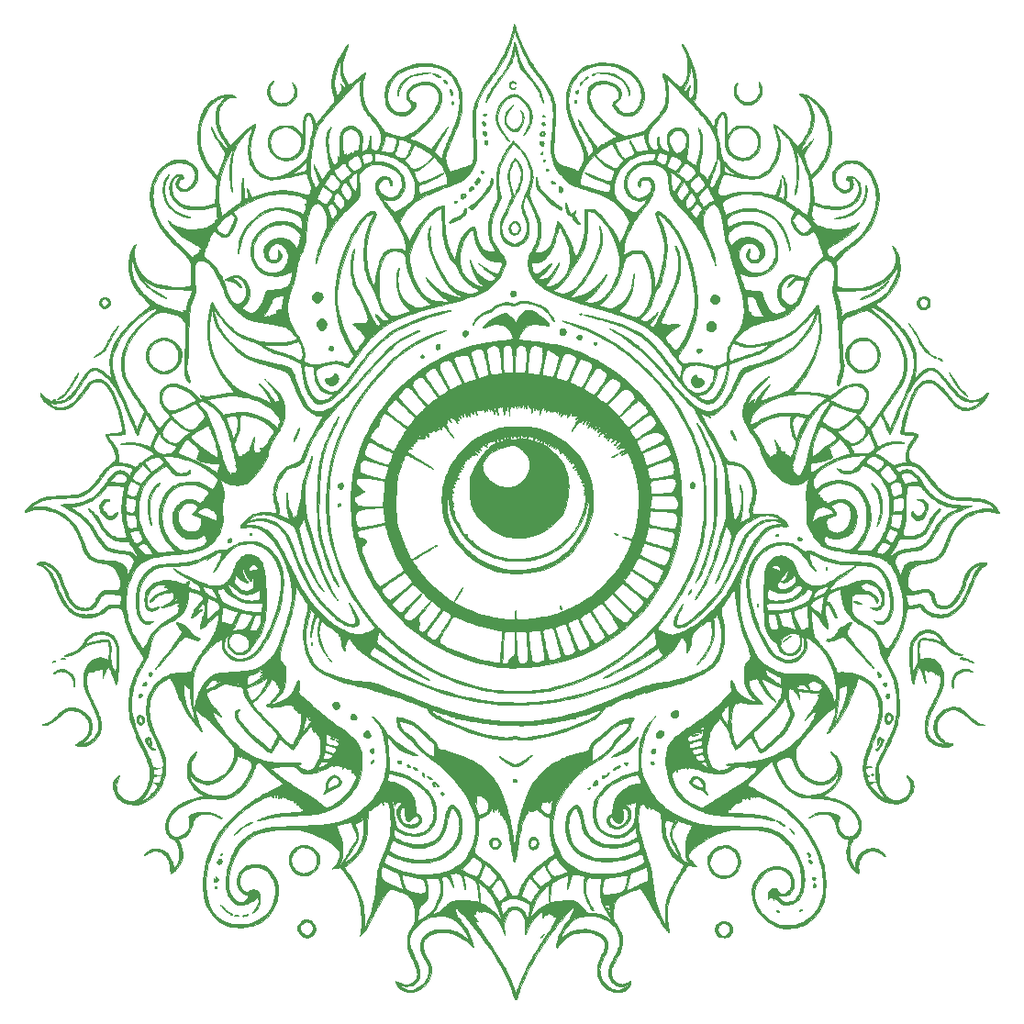
<source format=gbr>
%TF.GenerationSoftware,KiCad,Pcbnew,7.0.1*%
%TF.CreationDate,2023-09-06T22:16:55-07:00*%
%TF.ProjectId,skull_07,736b756c-6c5f-4303-972e-6b696361645f,rev?*%
%TF.SameCoordinates,Original*%
%TF.FileFunction,Copper,L1,Top*%
%TF.FilePolarity,Positive*%
%FSLAX46Y46*%
G04 Gerber Fmt 4.6, Leading zero omitted, Abs format (unit mm)*
G04 Created by KiCad (PCBNEW 7.0.1) date 2023-09-06 22:16:55*
%MOMM*%
%LPD*%
G01*
G04 APERTURE LIST*
%TA.AperFunction,EtchedComponent*%
%ADD10C,0.010000*%
%TD*%
G04 APERTURE END LIST*
%TO.C,G\u002A\u002A\u002A*%
D10*
X53347498Y-30478459D02*
X53579092Y-30478459D01*
X53586570Y-30609894D01*
X53593810Y-30663662D01*
X53606819Y-30727810D01*
X53627831Y-30816551D01*
X53654890Y-30922938D01*
X53686038Y-31040028D01*
X53719318Y-31160876D01*
X53752774Y-31278537D01*
X53784447Y-31386066D01*
X53812381Y-31476519D01*
X53834619Y-31542950D01*
X53849203Y-31578415D01*
X53852730Y-31582421D01*
X53871301Y-31567576D01*
X53911702Y-31527156D01*
X53967874Y-31467436D01*
X54030076Y-31398817D01*
X54129229Y-31283247D01*
X54199809Y-31186333D01*
X54244546Y-31098228D01*
X54266170Y-31009090D01*
X54267411Y-30909072D01*
X54251000Y-30788330D01*
X54229258Y-30680596D01*
X54211463Y-30593548D01*
X54199095Y-30523231D01*
X54193688Y-30478998D01*
X54194517Y-30468761D01*
X54211396Y-30478908D01*
X54246228Y-30514479D01*
X54285601Y-30560671D01*
X54365543Y-30655918D01*
X54442363Y-30741314D01*
X54510613Y-30811330D01*
X54564841Y-30860438D01*
X54599597Y-30883107D01*
X54604321Y-30884000D01*
X54626683Y-30866009D01*
X54631885Y-30817035D01*
X54620407Y-30744577D01*
X54592732Y-30656133D01*
X54589076Y-30646659D01*
X54562602Y-30583942D01*
X54522619Y-30494973D01*
X54474464Y-30391407D01*
X54423477Y-30284897D01*
X54421459Y-30280750D01*
X54357668Y-30146694D01*
X54305467Y-30027605D01*
X54263700Y-29917062D01*
X54231211Y-29808641D01*
X54206847Y-29695922D01*
X54189452Y-29572482D01*
X54177871Y-29431899D01*
X54170948Y-29267751D01*
X54167530Y-29073616D01*
X54166486Y-28863139D01*
X54166311Y-28686290D01*
X54165515Y-28550169D01*
X54162780Y-28453175D01*
X54156788Y-28393708D01*
X54146218Y-28370167D01*
X54129754Y-28380953D01*
X54106075Y-28424466D01*
X54073864Y-28499105D01*
X54031803Y-28603270D01*
X54005782Y-28668119D01*
X53938115Y-28849760D01*
X53870187Y-29056824D01*
X53804279Y-29280255D01*
X53742673Y-29511000D01*
X53687650Y-29740001D01*
X53641489Y-29958203D01*
X53606473Y-30156552D01*
X53584882Y-30325991D01*
X53583119Y-30346162D01*
X53579092Y-30478459D01*
X53347498Y-30478459D01*
X53347086Y-30393461D01*
X53358034Y-30169673D01*
X53380391Y-29953055D01*
X53396621Y-29846834D01*
X53477651Y-29478107D01*
X53594869Y-29094302D01*
X53746565Y-28699208D01*
X53931028Y-28296612D01*
X54146549Y-27890301D01*
X54391418Y-27484062D01*
X54611841Y-27155181D01*
X54697757Y-27035165D01*
X54764093Y-26948517D01*
X54813345Y-26892484D01*
X54848007Y-26864311D01*
X54870574Y-26861244D01*
X54875085Y-26864529D01*
X54871232Y-26886635D01*
X54854641Y-26943244D01*
X54827051Y-27029075D01*
X54790202Y-27138851D01*
X54745834Y-27267292D01*
X54695686Y-27409120D01*
X54695006Y-27411021D01*
X54638351Y-27572606D01*
X54582009Y-27738967D01*
X54529070Y-27900562D01*
X54482624Y-28047848D01*
X54445761Y-28171283D01*
X54428175Y-28235074D01*
X54398088Y-28354343D01*
X54376620Y-28453087D01*
X54361960Y-28544560D01*
X54352296Y-28642010D01*
X54345818Y-28758691D01*
X54341994Y-28865755D01*
X54338629Y-29025425D01*
X54340109Y-29155376D01*
X54347004Y-29268007D01*
X54359885Y-29375715D01*
X54367749Y-29425661D01*
X54416907Y-29659533D01*
X54482772Y-29879624D01*
X54562602Y-30079337D01*
X54653655Y-30252073D01*
X54753187Y-30391234D01*
X54782531Y-30423625D01*
X54828353Y-30468455D01*
X54871407Y-30501275D01*
X54915200Y-30520492D01*
X54963240Y-30524512D01*
X55019035Y-30511742D01*
X55086091Y-30480587D01*
X55167916Y-30429455D01*
X55268017Y-30356751D01*
X55389901Y-30260882D01*
X55537076Y-30140255D01*
X55693406Y-30009750D01*
X55879554Y-29855318D01*
X56040966Y-29724828D01*
X56176528Y-29619110D01*
X56285129Y-29538990D01*
X56365656Y-29485299D01*
X56416995Y-29458863D01*
X56435528Y-29457328D01*
X56444760Y-29474866D01*
X56444167Y-29513141D01*
X56432890Y-29576335D01*
X56410070Y-29668631D01*
X56374847Y-29794212D01*
X56346839Y-29889167D01*
X56306654Y-30027194D01*
X56275132Y-30146507D01*
X56251249Y-30255461D01*
X56233980Y-30362410D01*
X56222302Y-30475709D01*
X56215189Y-30603713D01*
X56211618Y-30754776D01*
X56210563Y-30937255D01*
X56210586Y-31000417D01*
X56211334Y-31177600D01*
X56213399Y-31320460D01*
X56217255Y-31437001D01*
X56223377Y-31535225D01*
X56232242Y-31623133D01*
X56244324Y-31708730D01*
X56257106Y-31783584D01*
X56299181Y-31996934D01*
X56345576Y-32186937D01*
X56399501Y-32359678D01*
X56464168Y-32521239D01*
X56542789Y-32677705D01*
X56638575Y-32835161D01*
X56754739Y-32999689D01*
X56894491Y-33177375D01*
X57061043Y-33374301D01*
X57150982Y-33476917D01*
X57353608Y-33709104D01*
X57529345Y-33917370D01*
X57682110Y-34106829D01*
X57815816Y-34282597D01*
X57934381Y-34449791D01*
X58041719Y-34613525D01*
X58122819Y-34746613D01*
X58156366Y-34799485D01*
X58192736Y-34846092D01*
X58235590Y-34887949D01*
X58288589Y-34926572D01*
X58355396Y-34963477D01*
X58439671Y-35000180D01*
X58545077Y-35038198D01*
X58675276Y-35079046D01*
X58833928Y-35124240D01*
X59024697Y-35175297D01*
X59251242Y-35233733D01*
X59375656Y-35265326D01*
X59980228Y-35418332D01*
X60370489Y-35212453D01*
X60635811Y-35068244D01*
X60869756Y-34930888D01*
X61081127Y-34793913D01*
X61278727Y-34650844D01*
X61471360Y-34495211D01*
X61667830Y-34320539D01*
X61876941Y-34120356D01*
X61937521Y-34060283D01*
X62231859Y-33752224D01*
X62486589Y-33454575D01*
X62702688Y-33165705D01*
X62881134Y-32883983D01*
X63022904Y-32607779D01*
X63128975Y-32335462D01*
X63200325Y-32065403D01*
X63225984Y-31910697D01*
X63238907Y-31671817D01*
X63214669Y-31449055D01*
X63154951Y-31244901D01*
X63061434Y-31061850D01*
X62935800Y-30902393D01*
X62779730Y-30769022D01*
X62594905Y-30664229D01*
X62383006Y-30590508D01*
X62326476Y-30577326D01*
X62197773Y-30558386D01*
X62043356Y-30548466D01*
X61878879Y-30547610D01*
X61720001Y-30555862D01*
X61582376Y-30573269D01*
X61572237Y-30575157D01*
X61341714Y-30636515D01*
X61125602Y-30727534D01*
X60929411Y-30844517D01*
X60758653Y-30983765D01*
X60618836Y-31141582D01*
X60537946Y-31269245D01*
X60482631Y-31405485D01*
X60455186Y-31547956D01*
X60456481Y-31685423D01*
X60487387Y-31806653D01*
X60494974Y-31823453D01*
X60553809Y-31917021D01*
X60636759Y-31999191D01*
X60750269Y-32075364D01*
X60867658Y-32135728D01*
X60994244Y-32198611D01*
X61082880Y-32254635D01*
X61135716Y-32310507D01*
X61154901Y-32372933D01*
X61142587Y-32448622D01*
X61100924Y-32544281D01*
X61035819Y-32660267D01*
X60932676Y-32824113D01*
X60834398Y-32956036D01*
X60733835Y-33064703D01*
X60625830Y-33157254D01*
X60446759Y-33276944D01*
X60266288Y-33358975D01*
X60074413Y-33406725D01*
X59861130Y-33423574D01*
X59836945Y-33423687D01*
X59641597Y-33413080D01*
X59463526Y-33379264D01*
X59285135Y-33318253D01*
X59193911Y-33277988D01*
X58961808Y-33152927D01*
X58767878Y-33012328D01*
X58610117Y-32853987D01*
X58486520Y-32675704D01*
X58395083Y-32475275D01*
X58359538Y-32361416D01*
X58316640Y-32155810D01*
X58289008Y-31922287D01*
X58276653Y-31672416D01*
X58276917Y-31649482D01*
X58484320Y-31649482D01*
X58508455Y-31917145D01*
X58570843Y-32172976D01*
X58671420Y-32414852D01*
X58810125Y-32640649D01*
X58836349Y-32675792D01*
X58955153Y-32815348D01*
X59077927Y-32925262D01*
X59211044Y-33008281D01*
X59360875Y-33067150D01*
X59533793Y-33104614D01*
X59736170Y-33123420D01*
X59883469Y-33126928D01*
X60002241Y-33124161D01*
X60099424Y-33112227D01*
X60184969Y-33086997D01*
X60268827Y-33044341D01*
X60360948Y-32980128D01*
X60471283Y-32890229D01*
X60487942Y-32876049D01*
X60605135Y-32769008D01*
X60686504Y-32678031D01*
X60734145Y-32600362D01*
X60750153Y-32533246D01*
X60750167Y-32531354D01*
X60733472Y-32470064D01*
X60683405Y-32382798D01*
X60599991Y-32269594D01*
X60496336Y-32145461D01*
X60429879Y-32062978D01*
X60367183Y-31974701D01*
X60319568Y-31896817D01*
X60311352Y-31880878D01*
X60284689Y-31821860D01*
X60267668Y-31768384D01*
X60258156Y-31707925D01*
X60254020Y-31627955D01*
X60253143Y-31539069D01*
X60253721Y-31437156D01*
X60257697Y-31364218D01*
X60267795Y-31306899D01*
X60286740Y-31251846D01*
X60317256Y-31185704D01*
X60330874Y-31158069D01*
X60445672Y-30970366D01*
X60594311Y-30803962D01*
X60779541Y-30655831D01*
X60799351Y-30642459D01*
X60992907Y-30528729D01*
X61195743Y-30441196D01*
X61420841Y-30374613D01*
X61512167Y-30354278D01*
X61616528Y-30334546D01*
X61708599Y-30322175D01*
X61802474Y-30316199D01*
X61912251Y-30315655D01*
X62030750Y-30318819D01*
X62200015Y-30327711D01*
X62339374Y-30343127D01*
X62461089Y-30367857D01*
X62577422Y-30404691D01*
X62700635Y-30456420D01*
X62761000Y-30485014D01*
X62935308Y-30589313D01*
X63096258Y-30723342D01*
X63237836Y-30879715D01*
X63354032Y-31051044D01*
X63438831Y-31229945D01*
X63478614Y-31366584D01*
X63494902Y-31488550D01*
X63500812Y-31635855D01*
X63496546Y-31792852D01*
X63482308Y-31943890D01*
X63470133Y-32019625D01*
X63393381Y-32323923D01*
X63279369Y-32626873D01*
X63126977Y-32930723D01*
X62935087Y-33237721D01*
X62718764Y-33529834D01*
X62464235Y-33837091D01*
X62196939Y-34135136D01*
X61922175Y-34418860D01*
X61645236Y-34683153D01*
X61371419Y-34922908D01*
X61106020Y-35133015D01*
X60919807Y-35265294D01*
X60818106Y-35336905D01*
X60727518Y-35406745D01*
X60653929Y-35469728D01*
X60603222Y-35520768D01*
X60581281Y-35554779D01*
X60580834Y-35558287D01*
X60598786Y-35574860D01*
X60643526Y-35596260D01*
X60660209Y-35602510D01*
X60746903Y-35636186D01*
X60863809Y-35686132D01*
X61004850Y-35749382D01*
X61163952Y-35822973D01*
X61335041Y-35903940D01*
X61512041Y-35989316D01*
X61688877Y-36076137D01*
X61859475Y-36161438D01*
X62017759Y-36242253D01*
X62157655Y-36315619D01*
X62273089Y-36378570D01*
X62357984Y-36428140D01*
X62378328Y-36441100D01*
X62441213Y-36479972D01*
X62487917Y-36496806D01*
X62529267Y-36489289D01*
X62576090Y-36455108D01*
X62639213Y-36391950D01*
X62647106Y-36383670D01*
X62679469Y-36345335D01*
X62733789Y-36275780D01*
X62807608Y-36178369D01*
X62898470Y-36056467D01*
X63003918Y-35913438D01*
X63121496Y-35752646D01*
X63248747Y-35577456D01*
X63383214Y-35391232D01*
X63522441Y-35197340D01*
X63663970Y-34999143D01*
X63805345Y-34800005D01*
X63861572Y-34720459D01*
X63944739Y-34604204D01*
X64007132Y-34520927D01*
X64050999Y-34468079D01*
X64078587Y-34443112D01*
X64092146Y-34443476D01*
X64094500Y-34456370D01*
X64083934Y-34484472D01*
X64054214Y-34543486D01*
X64008314Y-34628231D01*
X63949202Y-34733528D01*
X63879851Y-34854195D01*
X63803232Y-34985052D01*
X63722316Y-35120919D01*
X63640073Y-35256615D01*
X63575829Y-35360750D01*
X63493088Y-35495200D01*
X63407259Y-35637314D01*
X63324864Y-35776107D01*
X63252428Y-35900597D01*
X63198701Y-35995750D01*
X63145924Y-36094426D01*
X63089068Y-36205651D01*
X63031155Y-36322937D01*
X62975207Y-36439793D01*
X62924247Y-36549728D01*
X62881296Y-36646252D01*
X62849377Y-36722876D01*
X62831512Y-36773108D01*
X62829111Y-36789460D01*
X62849624Y-36815380D01*
X62895968Y-36862242D01*
X62962122Y-36924771D01*
X63042067Y-36997696D01*
X63129784Y-37075743D01*
X63219252Y-37153639D01*
X63304453Y-37226113D01*
X63379366Y-37287890D01*
X63437973Y-37333698D01*
X63474252Y-37358265D01*
X63481591Y-37360987D01*
X63491026Y-37341749D01*
X63509640Y-37288599D01*
X63535216Y-37208394D01*
X63565541Y-37107993D01*
X63585870Y-37038209D01*
X63632965Y-36879994D01*
X63683204Y-36723337D01*
X63738483Y-36563452D01*
X63800694Y-36395555D01*
X63871732Y-36214861D01*
X63953489Y-36016586D01*
X64047861Y-35795943D01*
X64156740Y-35548150D01*
X64282021Y-35268420D01*
X64316814Y-35191417D01*
X64477705Y-34829173D01*
X64617721Y-34498625D01*
X64738142Y-34195394D01*
X64840246Y-33915102D01*
X64925312Y-33653371D01*
X64994621Y-33405824D01*
X65049451Y-33168081D01*
X65091082Y-32935764D01*
X65120792Y-32704497D01*
X65139862Y-32469900D01*
X65145602Y-32355084D01*
X65145453Y-31985617D01*
X65115923Y-31618765D01*
X65058345Y-31261467D01*
X64974051Y-30920666D01*
X64864374Y-30603301D01*
X64768028Y-30388370D01*
X64596599Y-30088645D01*
X64397394Y-29820760D01*
X64170294Y-29584624D01*
X63915180Y-29380149D01*
X63631934Y-29207247D01*
X63320439Y-29065828D01*
X62980575Y-28955804D01*
X62804964Y-28913608D01*
X62685152Y-28893760D01*
X62532679Y-28877561D01*
X62357083Y-28865312D01*
X62167905Y-28857311D01*
X61974684Y-28853861D01*
X61786959Y-28855261D01*
X61614269Y-28861811D01*
X61483017Y-28872001D01*
X61082181Y-28930087D01*
X60703718Y-29018851D01*
X60349246Y-29137317D01*
X60020384Y-29284514D01*
X59718748Y-29459467D01*
X59445958Y-29661203D01*
X59203631Y-29888749D01*
X58993386Y-30141132D01*
X58816841Y-30417377D01*
X58771578Y-30503000D01*
X58642067Y-30796747D01*
X58551063Y-31087159D01*
X58498501Y-31372112D01*
X58484320Y-31649482D01*
X58276917Y-31649482D01*
X58279585Y-31417770D01*
X58297814Y-31169921D01*
X58331352Y-30940438D01*
X58358128Y-30819114D01*
X58417751Y-30631340D01*
X58503166Y-30438410D01*
X58616968Y-30235580D01*
X58761754Y-30018109D01*
X58893945Y-29840334D01*
X59077041Y-29635146D01*
X59297910Y-29442972D01*
X59553584Y-29265315D01*
X59841097Y-29103678D01*
X60157482Y-28959564D01*
X60499773Y-28834475D01*
X60865003Y-28729916D01*
X61247584Y-28647862D01*
X61332135Y-28634479D01*
X61422823Y-28624385D01*
X61526998Y-28617190D01*
X61652007Y-28612504D01*
X61805200Y-28609937D01*
X61977834Y-28609110D01*
X62146677Y-28609318D01*
X62280859Y-28610656D01*
X62388045Y-28613618D01*
X62475902Y-28618701D01*
X62552095Y-28626400D01*
X62624292Y-28637210D01*
X62700159Y-28651628D01*
X62729250Y-28657670D01*
X63105924Y-28753195D01*
X63450196Y-28874466D01*
X63763962Y-29022411D01*
X64049113Y-29197959D01*
X64307545Y-29402038D01*
X64375204Y-29464256D01*
X64581674Y-29680216D01*
X64757517Y-29909052D01*
X64911253Y-30162415D01*
X64972166Y-30280750D01*
X65120273Y-30623838D01*
X65235007Y-30983398D01*
X65317023Y-31362524D01*
X65366974Y-31764311D01*
X65385515Y-32191854D01*
X65385667Y-32235891D01*
X65378563Y-32512577D01*
X65356533Y-32788100D01*
X65318500Y-33066340D01*
X65263386Y-33351178D01*
X65190113Y-33646496D01*
X65097604Y-33956174D01*
X64984781Y-34284094D01*
X64850568Y-34634136D01*
X64693885Y-35010182D01*
X64513656Y-35416113D01*
X64485741Y-35477167D01*
X64350063Y-35777556D01*
X64234021Y-36044870D01*
X64136247Y-36282788D01*
X64055374Y-36494990D01*
X63990034Y-36685156D01*
X63938860Y-36856966D01*
X63900484Y-37014099D01*
X63884442Y-37095013D01*
X63865821Y-37254030D01*
X63861978Y-37430474D01*
X63872412Y-37606519D01*
X63896618Y-37764336D01*
X63904244Y-37796823D01*
X63927108Y-37870838D01*
X63961917Y-37963904D01*
X64005518Y-38069426D01*
X64054757Y-38180809D01*
X64106482Y-38291461D01*
X64157539Y-38394788D01*
X64204775Y-38484196D01*
X64245038Y-38553090D01*
X64275174Y-38594878D01*
X64290330Y-38604218D01*
X64316990Y-38595448D01*
X64378450Y-38575967D01*
X64469058Y-38547542D01*
X64583161Y-38511941D01*
X64715107Y-38470934D01*
X64845917Y-38430409D01*
X65084073Y-38355668D01*
X65309646Y-38282792D01*
X65518308Y-38213288D01*
X65705732Y-38148661D01*
X65867591Y-38090418D01*
X65999560Y-38040066D01*
X66097311Y-37999112D01*
X66131864Y-37982699D01*
X66213055Y-37927676D01*
X66282107Y-37849100D01*
X66340749Y-37743175D01*
X66390708Y-37606108D01*
X66433714Y-37434104D01*
X66468175Y-37244584D01*
X66479573Y-37142741D01*
X66487738Y-37007216D01*
X66492724Y-36846535D01*
X66494582Y-36669221D01*
X66493365Y-36483799D01*
X66489126Y-36298793D01*
X66481918Y-36122728D01*
X66471794Y-35964128D01*
X66459474Y-35837000D01*
X66435614Y-35631318D01*
X66416260Y-35444349D01*
X66400984Y-35267904D01*
X66389361Y-35093794D01*
X66380965Y-34913833D01*
X66375370Y-34719831D01*
X66372151Y-34503600D01*
X66370880Y-34256952D01*
X66370831Y-34133084D01*
X66371371Y-33907353D01*
X66372756Y-33718526D01*
X66375176Y-33561174D01*
X66378823Y-33429873D01*
X66383888Y-33319196D01*
X66390561Y-33223718D01*
X66399033Y-33138012D01*
X66408436Y-33064167D01*
X66462515Y-32757290D01*
X66539761Y-32448627D01*
X66641484Y-32135494D01*
X66768988Y-31815207D01*
X66923582Y-31485081D01*
X67106573Y-31142433D01*
X67319267Y-30784578D01*
X67562973Y-30408832D01*
X67838996Y-30012511D01*
X68006137Y-29783334D01*
X68376227Y-29260845D01*
X68716060Y-28734943D01*
X69023880Y-28208873D01*
X69297933Y-27685881D01*
X69536464Y-27169214D01*
X69737717Y-26662119D01*
X69817400Y-26432639D01*
X69855502Y-26311754D01*
X69900163Y-26160602D01*
X69948321Y-25990142D01*
X69996913Y-25811332D01*
X70042876Y-25635132D01*
X70065579Y-25544709D01*
X70101820Y-25399798D01*
X70135276Y-25269382D01*
X70164507Y-25158810D01*
X70188071Y-25073435D01*
X70204527Y-25018606D01*
X70212371Y-24999667D01*
X70221852Y-25018958D01*
X70242232Y-25073260D01*
X70271664Y-25157213D01*
X70308302Y-25265459D01*
X70350300Y-25392638D01*
X70389259Y-25512959D01*
X70604102Y-26136196D01*
X70839846Y-26729637D01*
X71100746Y-27302406D01*
X71391056Y-27863630D01*
X71715028Y-28422432D01*
X71837183Y-28619167D01*
X71919501Y-28748641D01*
X71995407Y-28865653D01*
X72069570Y-28976919D01*
X72146662Y-29089151D01*
X72231352Y-29209063D01*
X72328312Y-29343369D01*
X72442210Y-29498784D01*
X72558675Y-29656334D01*
X72767785Y-29941564D01*
X72951450Y-30199395D01*
X73112126Y-30434263D01*
X73252274Y-30650604D01*
X73374352Y-30852851D01*
X73480818Y-31045442D01*
X73574133Y-31232810D01*
X73656755Y-31419391D01*
X73731142Y-31609621D01*
X73799754Y-31807935D01*
X73861225Y-32005834D01*
X73899058Y-32140160D01*
X73928746Y-32263830D01*
X73951192Y-32384915D01*
X73967300Y-32511486D01*
X73977974Y-32651612D01*
X73984116Y-32813364D01*
X73986630Y-33004813D01*
X73986791Y-33127667D01*
X73986301Y-33255817D01*
X73985146Y-33378954D01*
X73983149Y-33501314D01*
X73980133Y-33627132D01*
X73975919Y-33760644D01*
X73970331Y-33906087D01*
X73963190Y-34067697D01*
X73954320Y-34249710D01*
X73943543Y-34456361D01*
X73930681Y-34691887D01*
X73915557Y-34960524D01*
X73897993Y-35266508D01*
X73894990Y-35318417D01*
X73879992Y-35578822D01*
X73867433Y-35801049D01*
X73857194Y-35989172D01*
X73849158Y-36147270D01*
X73843204Y-36279418D01*
X73839215Y-36389694D01*
X73837071Y-36482174D01*
X73836654Y-36560935D01*
X73837844Y-36630053D01*
X73840524Y-36693605D01*
X73844574Y-36755668D01*
X73849875Y-36820318D01*
X73850890Y-36831834D01*
X73880894Y-37073868D01*
X73926121Y-37280412D01*
X73988983Y-37456324D01*
X74071894Y-37606462D01*
X74177268Y-37735684D01*
X74307516Y-37848850D01*
X74381500Y-37900139D01*
X74486924Y-37962896D01*
X74603187Y-38020441D01*
X74737285Y-38075546D01*
X74896210Y-38130980D01*
X75086957Y-38189513D01*
X75178013Y-38215623D01*
X75430562Y-38290832D01*
X75641470Y-38362272D01*
X75811247Y-38430130D01*
X75940399Y-38494591D01*
X75943351Y-38496299D01*
X76024192Y-38533853D01*
X76086604Y-38537300D01*
X76139358Y-38504972D01*
X76181246Y-38451084D01*
X76227722Y-38370710D01*
X76283782Y-38260238D01*
X76345020Y-38129522D01*
X76407031Y-37988419D01*
X76465410Y-37846784D01*
X76515750Y-37714473D01*
X76534707Y-37660308D01*
X76572077Y-37543046D01*
X76596227Y-37445752D01*
X76610681Y-37349512D01*
X76618959Y-37235410D01*
X76620595Y-37199025D01*
X76622826Y-37095641D01*
X76619932Y-36995999D01*
X76610703Y-36896633D01*
X76593929Y-36794078D01*
X76568400Y-36684870D01*
X76532908Y-36565544D01*
X76486241Y-36432634D01*
X76427191Y-36282676D01*
X76354548Y-36112206D01*
X76267102Y-35917758D01*
X76163643Y-35695867D01*
X76042962Y-35443070D01*
X75915984Y-35180834D01*
X75763514Y-34863803D01*
X75630446Y-34578650D01*
X75515005Y-34320595D01*
X75415419Y-34084860D01*
X75329914Y-33866665D01*
X75256715Y-33661232D01*
X75194048Y-33463782D01*
X75140140Y-33269534D01*
X75093218Y-33073712D01*
X75051506Y-32871535D01*
X75043897Y-32831334D01*
X75029401Y-32725682D01*
X75018096Y-32586681D01*
X75009992Y-32422798D01*
X75005097Y-32242502D01*
X75003419Y-32054263D01*
X75004001Y-31983655D01*
X75208412Y-31983655D01*
X75214902Y-32206427D01*
X75231144Y-32427661D01*
X75256511Y-32633277D01*
X75279366Y-32760403D01*
X75357532Y-33080889D01*
X75462228Y-33424296D01*
X75594104Y-33792402D01*
X75753810Y-34186986D01*
X75941995Y-34609825D01*
X76001206Y-34736334D01*
X76137792Y-35025650D01*
X76257443Y-35280228D01*
X76361657Y-35503438D01*
X76451929Y-35698652D01*
X76529757Y-35869242D01*
X76596638Y-36018579D01*
X76654067Y-36150034D01*
X76703543Y-36266978D01*
X76746562Y-36372784D01*
X76784620Y-36470822D01*
X76819215Y-36564464D01*
X76844368Y-36635501D01*
X76882745Y-36761074D01*
X76917023Y-36900558D01*
X76941452Y-37030026D01*
X76944729Y-37053211D01*
X76971849Y-37260507D01*
X77196328Y-37030295D01*
X77217809Y-37007530D01*
X77743921Y-37007530D01*
X77766568Y-37076656D01*
X77819090Y-37162521D01*
X77898742Y-37261860D01*
X78002778Y-37371410D01*
X78128453Y-37487905D01*
X78273021Y-37608081D01*
X78350250Y-37667566D01*
X78530774Y-37797404D01*
X78711051Y-37916237D01*
X78887101Y-38022192D01*
X79054942Y-38113393D01*
X79210594Y-38187969D01*
X79350076Y-38244044D01*
X79469406Y-38279745D01*
X79564603Y-38293199D01*
X79631687Y-38282531D01*
X79643219Y-38276134D01*
X79665925Y-38254685D01*
X79710291Y-38207918D01*
X79771355Y-38141442D01*
X79844157Y-38060863D01*
X79923734Y-37971790D01*
X80005127Y-37879830D01*
X80083374Y-37790592D01*
X80153515Y-37709682D01*
X80210587Y-37642709D01*
X80249630Y-37595280D01*
X80265684Y-37573004D01*
X80265834Y-37572361D01*
X80252637Y-37551145D01*
X80216737Y-37505215D01*
X80163661Y-37441398D01*
X80100943Y-37368801D01*
X79959306Y-37203734D01*
X79841357Y-37056277D01*
X79739643Y-36915367D01*
X79646707Y-36769941D01*
X79555094Y-36608937D01*
X79457349Y-36421291D01*
X79442492Y-36391749D01*
X79388638Y-36286338D01*
X79337948Y-36190838D01*
X79294893Y-36113408D01*
X79263944Y-36062208D01*
X79255194Y-36049944D01*
X79213309Y-35998305D01*
X79046363Y-36083146D01*
X78919304Y-36151112D01*
X78778005Y-36232505D01*
X78627799Y-36323714D01*
X78474016Y-36421128D01*
X78321990Y-36521137D01*
X78177051Y-36620130D01*
X78044532Y-36714495D01*
X77929765Y-36800622D01*
X77838082Y-36874901D01*
X77774815Y-36933720D01*
X77753893Y-36958408D01*
X77743921Y-37007530D01*
X77217809Y-37007530D01*
X77278766Y-36942930D01*
X77353095Y-36858944D01*
X77412801Y-36786081D01*
X77451368Y-36732085D01*
X77459311Y-36717729D01*
X77479597Y-36663844D01*
X77489521Y-36606810D01*
X77487677Y-36543137D01*
X77472663Y-36469335D01*
X77443075Y-36381914D01*
X77397510Y-36277385D01*
X77334565Y-36152256D01*
X77252836Y-36003039D01*
X77150919Y-35826243D01*
X77027412Y-35618379D01*
X76996695Y-35567289D01*
X76829652Y-35285851D01*
X76676451Y-35019519D01*
X76538402Y-34770870D01*
X76416818Y-34542476D01*
X76313012Y-34336913D01*
X76228293Y-34156755D01*
X76163976Y-34004576D01*
X76121371Y-33882952D01*
X76105249Y-33817815D01*
X76099148Y-33764224D01*
X76107585Y-33748577D01*
X76130836Y-33771186D01*
X76169173Y-33832361D01*
X76222869Y-33932414D01*
X76246123Y-33978231D01*
X76317848Y-34113121D01*
X76410380Y-34274562D01*
X76520181Y-34457256D01*
X76643713Y-34655903D01*
X76777437Y-34865205D01*
X76917817Y-35079863D01*
X77061314Y-35294578D01*
X77204391Y-35504052D01*
X77343509Y-35702985D01*
X77475130Y-35886078D01*
X77595717Y-36048034D01*
X77701732Y-36183552D01*
X77782660Y-36279546D01*
X77833289Y-36332558D01*
X77869965Y-36357969D01*
X77903955Y-36362181D01*
X77921994Y-36358711D01*
X77976964Y-36325045D01*
X78031179Y-36254321D01*
X78032809Y-36251559D01*
X78096532Y-36172200D01*
X78176110Y-36116085D01*
X78259278Y-36091466D01*
X78271428Y-36091000D01*
X78372777Y-36077737D01*
X78463903Y-36034165D01*
X78534805Y-35976893D01*
X78583795Y-35939179D01*
X79514417Y-35939179D01*
X79551754Y-36083881D01*
X79581412Y-36175111D01*
X79628723Y-36292845D01*
X79689093Y-36427568D01*
X79757932Y-36569764D01*
X79830647Y-36709920D01*
X79902646Y-36838521D01*
X79963793Y-36937667D01*
X80025053Y-37023438D01*
X80103973Y-37123440D01*
X80188064Y-37222188D01*
X80233067Y-37271496D01*
X80398085Y-37446575D01*
X80750001Y-37264029D01*
X80870366Y-37201124D01*
X80985961Y-37139859D01*
X81088224Y-37084835D01*
X81168596Y-37040652D01*
X81213042Y-37015214D01*
X81271735Y-36976436D01*
X81312009Y-36942608D01*
X81324167Y-36924087D01*
X81315386Y-36897698D01*
X81291032Y-36839941D01*
X81254089Y-36757495D01*
X81207539Y-36657044D01*
X81163327Y-36563908D01*
X81069124Y-36362829D01*
X80990254Y-36184735D01*
X80927590Y-36031995D01*
X80881999Y-35906984D01*
X80854352Y-35812071D01*
X80845518Y-35749629D01*
X80854912Y-35722801D01*
X80877344Y-35721117D01*
X80906674Y-35741861D01*
X80944490Y-35787550D01*
X80992382Y-35860700D01*
X81051938Y-35963826D01*
X81124748Y-36099444D01*
X81212400Y-36270071D01*
X81258678Y-36362078D01*
X81330703Y-36504743D01*
X81387080Y-36613038D01*
X81430176Y-36690904D01*
X81462356Y-36742281D01*
X81485986Y-36771110D01*
X81503431Y-36781332D01*
X81510078Y-36780857D01*
X81573771Y-36764702D01*
X81669240Y-36744452D01*
X81786340Y-36721905D01*
X81914926Y-36698857D01*
X82044853Y-36677105D01*
X82165976Y-36658447D01*
X82268149Y-36644678D01*
X82297834Y-36641318D01*
X82413656Y-36627445D01*
X82492032Y-36611684D01*
X82537787Y-36589852D01*
X82555744Y-36557768D01*
X82550728Y-36511248D01*
X82527564Y-36446109D01*
X82526381Y-36443188D01*
X82435405Y-36212050D01*
X82363022Y-36011546D01*
X82307358Y-35835249D01*
X82266542Y-35676733D01*
X82250009Y-35589340D01*
X82535929Y-35589340D01*
X82561453Y-35822452D01*
X82612530Y-36026915D01*
X82688500Y-36201311D01*
X82788705Y-36344219D01*
X82912484Y-36454221D01*
X83059176Y-36529895D01*
X83101311Y-36543869D01*
X83224644Y-36572864D01*
X83316918Y-36576636D01*
X83381217Y-36554987D01*
X83411528Y-36524157D01*
X83425347Y-36498199D01*
X83434029Y-36465598D01*
X83437927Y-36418688D01*
X83437394Y-36349801D01*
X83432785Y-36251272D01*
X83427891Y-36169615D01*
X83416064Y-35944824D01*
X83411403Y-35759614D01*
X83414135Y-35611803D01*
X83424488Y-35499211D01*
X83442689Y-35419658D01*
X83468965Y-35370964D01*
X83503543Y-35350946D01*
X83513273Y-35350167D01*
X83526610Y-35358890D01*
X83535216Y-35389209D01*
X83539855Y-35447345D01*
X83541291Y-35539521D01*
X83541197Y-35577709D01*
X83551644Y-35793347D01*
X83584190Y-35992420D01*
X83637107Y-36169445D01*
X83708665Y-36318938D01*
X83797138Y-36435416D01*
X83817781Y-36455238D01*
X83893927Y-36512288D01*
X83995338Y-36572011D01*
X84111253Y-36629677D01*
X84230909Y-36680559D01*
X84343542Y-36719927D01*
X84438389Y-36743054D01*
X84482273Y-36747167D01*
X84521511Y-36744400D01*
X84535735Y-36727969D01*
X84532111Y-36685677D01*
X84528921Y-36667792D01*
X84515894Y-36615684D01*
X84491757Y-36535602D01*
X84460177Y-36439244D01*
X84431047Y-36355584D01*
X84366952Y-36160592D01*
X84323541Y-35986942D01*
X84298172Y-35820650D01*
X84288745Y-35657084D01*
X84509750Y-35657084D01*
X84510757Y-35771290D01*
X84515141Y-35856765D01*
X84524950Y-35927089D01*
X84542229Y-35995844D01*
X84569025Y-36076610D01*
X84575869Y-36095854D01*
X84640754Y-36252794D01*
X84719336Y-36403537D01*
X84807492Y-36542990D01*
X84901096Y-36666060D01*
X84996026Y-36767656D01*
X85088158Y-36842684D01*
X85173367Y-36886053D01*
X85222915Y-36894852D01*
X85262945Y-36884841D01*
X85318987Y-36859279D01*
X85336676Y-36849354D01*
X85393212Y-36820901D01*
X85436582Y-36815734D01*
X85477146Y-36826982D01*
X85520631Y-36839470D01*
X85547125Y-36828547D01*
X85573338Y-36786803D01*
X85575052Y-36783564D01*
X85620686Y-36713051D01*
X85676580Y-36649011D01*
X85732931Y-36600967D01*
X85779939Y-36578443D01*
X85786776Y-36577834D01*
X85831246Y-36560923D01*
X85875987Y-36508745D01*
X85922348Y-36419125D01*
X85971678Y-36289891D01*
X85978943Y-36268378D01*
X86031254Y-36092005D01*
X86070763Y-35918390D01*
X86095671Y-35757727D01*
X86104180Y-35620208D01*
X86102254Y-35569522D01*
X86072140Y-35420335D01*
X86008996Y-35266282D01*
X85919413Y-35117409D01*
X85809979Y-34983761D01*
X85687287Y-34875385D01*
X85617600Y-34830773D01*
X85552486Y-34797908D01*
X85494538Y-34778962D01*
X85427230Y-34770271D01*
X85335250Y-34768172D01*
X85238797Y-34770685D01*
X85166205Y-34780892D01*
X85099177Y-34802612D01*
X85038917Y-34830038D01*
X84932427Y-34895662D01*
X84819462Y-34987956D01*
X84711820Y-35095402D01*
X84621299Y-35206486D01*
X84570931Y-35286796D01*
X84544770Y-35339188D01*
X84527356Y-35385187D01*
X84516919Y-35435496D01*
X84511692Y-35500814D01*
X84509906Y-35591845D01*
X84509750Y-35657084D01*
X84288745Y-35657084D01*
X84288205Y-35647729D01*
X84287813Y-35597013D01*
X84301158Y-35369677D01*
X84340759Y-35174676D01*
X84407026Y-35010820D01*
X84500370Y-34876916D01*
X84554457Y-34823333D01*
X84717051Y-34707191D01*
X84901602Y-34621849D01*
X85100292Y-34568443D01*
X85305306Y-34548108D01*
X85508826Y-34561979D01*
X85703036Y-34611191D01*
X85784369Y-34644728D01*
X85895930Y-34715576D01*
X86005812Y-34818641D01*
X86106758Y-34944177D01*
X86191510Y-35082435D01*
X86252814Y-35223670D01*
X86274866Y-35303584D01*
X86290621Y-35408881D01*
X86297807Y-35535840D01*
X86296214Y-35687415D01*
X86285633Y-35866562D01*
X86265855Y-36076238D01*
X86236671Y-36319397D01*
X86197873Y-36598996D01*
X86170236Y-36783233D01*
X86145347Y-36948595D01*
X86127367Y-37077966D01*
X86116006Y-37177075D01*
X86110970Y-37251647D01*
X86111968Y-37307409D01*
X86118708Y-37350087D01*
X86130898Y-37385408D01*
X86138704Y-37401632D01*
X86187333Y-37468421D01*
X86271541Y-37551340D01*
X86388756Y-37648167D01*
X86536407Y-37756678D01*
X86599985Y-37800530D01*
X86727523Y-37885637D01*
X86824860Y-37946969D01*
X86895476Y-37986396D01*
X86942848Y-38005791D01*
X86970455Y-38007025D01*
X86976516Y-38003093D01*
X86989090Y-37975276D01*
X87009750Y-37912408D01*
X87036886Y-37820647D01*
X87068887Y-37706151D01*
X87104145Y-37575076D01*
X87141050Y-37433582D01*
X87177990Y-37287824D01*
X87213358Y-37143961D01*
X87245543Y-37008150D01*
X87272935Y-36886549D01*
X87291024Y-36800084D01*
X87345744Y-36488929D01*
X87380220Y-36204206D01*
X87395388Y-35935692D01*
X87392883Y-35689029D01*
X87383151Y-35523666D01*
X87367364Y-35376420D01*
X87343138Y-35234313D01*
X87308090Y-35084367D01*
X87259837Y-34913603D01*
X87236387Y-34836828D01*
X87208053Y-34740303D01*
X87187094Y-34658562D01*
X87175429Y-34599918D01*
X87174976Y-34572685D01*
X87175334Y-34572244D01*
X87198433Y-34575805D01*
X87235358Y-34609856D01*
X87280555Y-34667253D01*
X87328472Y-34740848D01*
X87373554Y-34823497D01*
X87378510Y-34833683D01*
X87451589Y-35023876D01*
X87506085Y-35248922D01*
X87542036Y-35505657D01*
X87559478Y-35790917D01*
X87558448Y-36101537D01*
X87538985Y-36434354D01*
X87501125Y-36786201D01*
X87444907Y-37153915D01*
X87370366Y-37534332D01*
X87345288Y-37646750D01*
X87301632Y-37850819D01*
X87272458Y-38021548D01*
X87257268Y-38165193D01*
X87255564Y-38288009D01*
X87266847Y-38396249D01*
X87280440Y-38459936D01*
X87319600Y-38583340D01*
X87370190Y-38677390D01*
X87441425Y-38755005D01*
X87542524Y-38829105D01*
X87544876Y-38830616D01*
X87677164Y-38927339D01*
X87777535Y-39030750D01*
X87856139Y-39152285D01*
X87887434Y-39216652D01*
X87920091Y-39283333D01*
X87948817Y-39331327D01*
X87967598Y-39350633D01*
X87968079Y-39350667D01*
X87993869Y-39335564D01*
X88029994Y-39298590D01*
X88034996Y-39292459D01*
X88061022Y-39252068D01*
X88102081Y-39178757D01*
X88155471Y-39078044D01*
X88218491Y-38955448D01*
X88288438Y-38816488D01*
X88362612Y-38666683D01*
X88438310Y-38511552D01*
X88512833Y-38356613D01*
X88583477Y-38207386D01*
X88647541Y-38069390D01*
X88702324Y-37948144D01*
X88745125Y-37849166D01*
X88762861Y-37805500D01*
X88815417Y-37672946D01*
X88854273Y-37579858D01*
X88880315Y-37525960D01*
X88894429Y-37510978D01*
X88897504Y-37534637D01*
X88890425Y-37596662D01*
X88874079Y-37696777D01*
X88860134Y-37775340D01*
X88834991Y-37900620D01*
X88803217Y-38031616D01*
X88763094Y-38173738D01*
X88712900Y-38332398D01*
X88650917Y-38513006D01*
X88575424Y-38720972D01*
X88484702Y-38961706D01*
X88474784Y-38987639D01*
X88397501Y-39191646D01*
X88335809Y-39360827D01*
X88288983Y-39499419D01*
X88256296Y-39611656D01*
X88237022Y-39701776D01*
X88230434Y-39774015D01*
X88235806Y-39832607D01*
X88252411Y-39881790D01*
X88279523Y-39925800D01*
X88308067Y-39959885D01*
X88369995Y-40011431D01*
X88431097Y-40024368D01*
X88498604Y-39998822D01*
X88546431Y-39964055D01*
X88626179Y-39881968D01*
X88715807Y-39759007D01*
X88815367Y-39595094D01*
X88924907Y-39390152D01*
X88950085Y-39340084D01*
X89054185Y-39121398D01*
X89134901Y-38927880D01*
X89194547Y-38751056D01*
X89235436Y-38582452D01*
X89259884Y-38413594D01*
X89270204Y-38236009D01*
X89270904Y-38165334D01*
X89266894Y-38035209D01*
X89511430Y-38035209D01*
X89519095Y-38081322D01*
X89528717Y-38117095D01*
X89546173Y-38189083D01*
X89563487Y-38283355D01*
X89577021Y-38380008D01*
X89577448Y-38383781D01*
X89589155Y-38472099D01*
X89603574Y-38531474D01*
X89625644Y-38575239D01*
X89660306Y-38616725D01*
X89665921Y-38622571D01*
X89758977Y-38695113D01*
X89882046Y-38750388D01*
X90037655Y-38789061D01*
X90228333Y-38811794D01*
X90414439Y-38819026D01*
X90646462Y-38821500D01*
X90439061Y-38695047D01*
X90260263Y-38582613D01*
X90101402Y-38474374D01*
X89947352Y-38359432D01*
X89782988Y-38226886D01*
X89742807Y-38193328D01*
X89662945Y-38127337D01*
X89594315Y-38072605D01*
X89543550Y-38034279D01*
X89517281Y-38017507D01*
X89515809Y-38017167D01*
X89511430Y-38035209D01*
X89266894Y-38035209D01*
X89265323Y-37984231D01*
X89247327Y-37831419D01*
X89214267Y-37693997D01*
X89163497Y-37559065D01*
X89132985Y-37493292D01*
X89085700Y-37410065D01*
X89043336Y-37367000D01*
X89003357Y-37362587D01*
X88964909Y-37393262D01*
X88937743Y-37414075D01*
X88925276Y-37412612D01*
X88922106Y-37389022D01*
X88919220Y-37328309D01*
X88916718Y-37235681D01*
X88914699Y-37116350D01*
X88913262Y-36975523D01*
X88912507Y-36818411D01*
X88912417Y-36740059D01*
X88912204Y-36551248D01*
X88911351Y-36398781D01*
X88909535Y-36276667D01*
X88906432Y-36178917D01*
X88901718Y-36099542D01*
X88895072Y-36032551D01*
X88886170Y-35971957D01*
X88874688Y-35911769D01*
X88865404Y-35868750D01*
X88794355Y-35596127D01*
X88701845Y-35324714D01*
X88586098Y-35051464D01*
X88445337Y-34773334D01*
X88277786Y-34487276D01*
X88081668Y-34190245D01*
X87855207Y-33879196D01*
X87596626Y-33551083D01*
X87323376Y-33225180D01*
X87155836Y-33032949D01*
X86962980Y-32816105D01*
X86749604Y-32579793D01*
X86520505Y-32329157D01*
X86280478Y-32069339D01*
X86034319Y-31805485D01*
X85786825Y-31542736D01*
X85542790Y-31286238D01*
X85381226Y-31118282D01*
X85795637Y-31118282D01*
X85796024Y-31154127D01*
X85814500Y-31172967D01*
X85850479Y-31179822D01*
X85871190Y-31180334D01*
X85941320Y-31167025D01*
X86014068Y-31125159D01*
X86092665Y-31051827D01*
X86180342Y-30944121D01*
X86259612Y-30830620D01*
X86329314Y-30730706D01*
X86382873Y-30664458D01*
X86419285Y-30632696D01*
X86437542Y-30636243D01*
X86436641Y-30675918D01*
X86434084Y-30688209D01*
X86422466Y-30730459D01*
X86400526Y-30802810D01*
X86371378Y-30895221D01*
X86338138Y-30997647D01*
X86337226Y-31000417D01*
X86290700Y-31143486D01*
X86257149Y-31253413D01*
X86235661Y-31337050D01*
X86225322Y-31401245D01*
X86225222Y-31452849D01*
X86234449Y-31498712D01*
X86252089Y-31545682D01*
X86261743Y-31567290D01*
X86306981Y-31651900D01*
X86359439Y-31728413D01*
X86412358Y-31788872D01*
X86458979Y-31825320D01*
X86486583Y-31831970D01*
X86516391Y-31811788D01*
X86557458Y-31766557D01*
X86587952Y-31724908D01*
X86669148Y-31576412D01*
X86736330Y-31397244D01*
X86776175Y-31243834D01*
X86793532Y-31125251D01*
X86803480Y-30972628D01*
X86806376Y-30793537D01*
X86802576Y-30595552D01*
X86792439Y-30386247D01*
X86776320Y-30173196D01*
X86754576Y-29963973D01*
X86727564Y-29766150D01*
X86698904Y-29603417D01*
X86681871Y-29527910D01*
X86657770Y-29434012D01*
X86628830Y-29329045D01*
X86597280Y-29220331D01*
X86565348Y-29115192D01*
X86535263Y-29020950D01*
X86509254Y-28944926D01*
X86489549Y-28894443D01*
X86478376Y-28876822D01*
X86477836Y-28877127D01*
X86473253Y-28899374D01*
X86465094Y-28956115D01*
X86454359Y-29039761D01*
X86442046Y-29142721D01*
X86436558Y-29190667D01*
X86402916Y-29441188D01*
X86359398Y-29674298D01*
X86303290Y-29898573D01*
X86231882Y-30122586D01*
X86142459Y-30354912D01*
X86032308Y-30604127D01*
X85908893Y-30858560D01*
X85851484Y-30975516D01*
X85813928Y-31060418D01*
X85795637Y-31118282D01*
X85381226Y-31118282D01*
X85307013Y-31041134D01*
X85084287Y-30812566D01*
X84901966Y-30628261D01*
X84740697Y-30467414D01*
X84606474Y-30335411D01*
X84497216Y-30230376D01*
X84410838Y-30150436D01*
X84345260Y-30093716D01*
X84298398Y-30058342D01*
X84268170Y-30042437D01*
X84252745Y-30043866D01*
X84252518Y-30068245D01*
X84261606Y-30124478D01*
X84278338Y-30203538D01*
X84295398Y-30274360D01*
X84321098Y-30391312D01*
X84345706Y-30529695D01*
X84365736Y-30668673D01*
X84374367Y-30746417D01*
X84384019Y-30878307D01*
X84391194Y-31036508D01*
X84395899Y-31212408D01*
X84398142Y-31397392D01*
X84397931Y-31582849D01*
X84395272Y-31760164D01*
X84390175Y-31920726D01*
X84382645Y-32055921D01*
X84373117Y-32154000D01*
X84338593Y-32359418D01*
X84290220Y-32551063D01*
X84225084Y-32734459D01*
X84140269Y-32915131D01*
X84032858Y-33098605D01*
X83899936Y-33290406D01*
X83738589Y-33496058D01*
X83546580Y-33720318D01*
X83442262Y-33838262D01*
X83327912Y-33967607D01*
X83214234Y-34096242D01*
X83111931Y-34212056D01*
X83063706Y-34266678D01*
X82917722Y-34437160D01*
X82800872Y-34586689D01*
X82709981Y-34721665D01*
X82641873Y-34848489D01*
X82593372Y-34973560D01*
X82561304Y-35103279D01*
X82542491Y-35244047D01*
X82536619Y-35329000D01*
X82535929Y-35589340D01*
X82250009Y-35589340D01*
X82238701Y-35529574D01*
X82223331Y-35403084D01*
X82211305Y-35295982D01*
X82196373Y-35224669D01*
X82175686Y-35182600D01*
X82146396Y-35163233D01*
X82117371Y-35159667D01*
X82086697Y-35165243D01*
X82019908Y-35181128D01*
X81921607Y-35206057D01*
X81796400Y-35238763D01*
X81648892Y-35277982D01*
X81483686Y-35322449D01*
X81305388Y-35370897D01*
X81118602Y-35422062D01*
X80927934Y-35474678D01*
X80737986Y-35527480D01*
X80553365Y-35579202D01*
X80378676Y-35628580D01*
X80218521Y-35674346D01*
X80077507Y-35715237D01*
X79960238Y-35749987D01*
X79882077Y-35773936D01*
X79777482Y-35808622D01*
X79683846Y-35843074D01*
X79610662Y-35873568D01*
X79567423Y-35896378D01*
X79564577Y-35898519D01*
X79514417Y-35939179D01*
X78583795Y-35939179D01*
X78595525Y-35930149D01*
X78693697Y-35868247D01*
X78829793Y-35790913D01*
X79004289Y-35697873D01*
X79118278Y-35639153D01*
X79251576Y-35570450D01*
X79373176Y-35506388D01*
X79477699Y-35449911D01*
X79559767Y-35403965D01*
X79614003Y-35371494D01*
X79634306Y-35356567D01*
X79650222Y-35326780D01*
X79630371Y-35304110D01*
X79622816Y-35299465D01*
X79503253Y-35223718D01*
X79375811Y-35132913D01*
X79237539Y-35024500D01*
X79085484Y-34895927D01*
X78916697Y-34744646D01*
X78728224Y-34568104D01*
X78517115Y-34363752D01*
X78358724Y-34207209D01*
X78102247Y-33946936D01*
X77877970Y-33708076D01*
X77683630Y-33487460D01*
X77516964Y-33281917D01*
X77375707Y-33088278D01*
X77257596Y-32903372D01*
X77160368Y-32724031D01*
X77081759Y-32547083D01*
X77019505Y-32369359D01*
X77001022Y-32305880D01*
X76984516Y-32240370D01*
X76972461Y-32175299D01*
X76964165Y-32102204D01*
X76958938Y-32012622D01*
X76956087Y-31898091D01*
X76954922Y-31750147D01*
X76954895Y-31741250D01*
X76960200Y-31480603D01*
X76979060Y-31256545D01*
X77013401Y-31064959D01*
X77065155Y-30901730D01*
X77136251Y-30762740D01*
X77228617Y-30643873D01*
X77344183Y-30541012D01*
X77484878Y-30450040D01*
X77584194Y-30398468D01*
X77775952Y-30316017D01*
X77957691Y-30261235D01*
X78145056Y-30230638D01*
X78353689Y-30220743D01*
X78382000Y-30220788D01*
X78638575Y-30237519D01*
X78887421Y-30282889D01*
X79124227Y-30354463D01*
X79344684Y-30449809D01*
X79544483Y-30566494D01*
X79719314Y-30702083D01*
X79864869Y-30854143D01*
X79976837Y-31020240D01*
X80037219Y-31155501D01*
X80063414Y-31251090D01*
X80073309Y-31351547D01*
X80072048Y-31434221D01*
X80057908Y-31555036D01*
X80024451Y-31666233D01*
X79967411Y-31776425D01*
X79882524Y-31894226D01*
X79792438Y-31998917D01*
X79685193Y-32119039D01*
X79605458Y-32213060D01*
X79550547Y-32284549D01*
X79517772Y-32337075D01*
X79504446Y-32374207D01*
X79503834Y-32382176D01*
X79519823Y-32439726D01*
X79564292Y-32517010D01*
X79631991Y-32608180D01*
X79717671Y-32707388D01*
X79816083Y-32808785D01*
X79921976Y-32906522D01*
X80030103Y-32994753D01*
X80096500Y-33042481D01*
X80271533Y-33140038D01*
X80450091Y-33197201D01*
X80634403Y-33214041D01*
X80826696Y-33190628D01*
X81029199Y-33127034D01*
X81144250Y-33075683D01*
X81324373Y-32964775D01*
X81487743Y-32818556D01*
X81629797Y-32642256D01*
X81745968Y-32441103D01*
X81793149Y-32332259D01*
X81872219Y-32071739D01*
X81914555Y-31795817D01*
X81920181Y-31510092D01*
X81889121Y-31220159D01*
X81821398Y-30931616D01*
X81786679Y-30825265D01*
X81741649Y-30702582D01*
X81699449Y-30602017D01*
X81652935Y-30509209D01*
X81594965Y-30409795D01*
X81526013Y-30301138D01*
X81323905Y-30028003D01*
X81086744Y-29776454D01*
X80816843Y-29548188D01*
X80516520Y-29344898D01*
X80188089Y-29168283D01*
X79833865Y-29020037D01*
X79724792Y-28981975D01*
X79358836Y-28876938D01*
X78995451Y-28808291D01*
X78624301Y-28774554D01*
X78265890Y-28773118D01*
X77878951Y-28804365D01*
X77514650Y-28871189D01*
X77173259Y-28973429D01*
X76855052Y-29110925D01*
X76560302Y-29283514D01*
X76289282Y-29491037D01*
X76042266Y-29733333D01*
X75819527Y-30010240D01*
X75621339Y-30321598D01*
X75614542Y-30333667D01*
X75526432Y-30511982D01*
X75442717Y-30721454D01*
X75366839Y-30950917D01*
X75302242Y-31189205D01*
X75252370Y-31425152D01*
X75227199Y-31589818D01*
X75212302Y-31773425D01*
X75208412Y-31983655D01*
X75004001Y-31983655D01*
X75004968Y-31866548D01*
X75009752Y-31687826D01*
X75017779Y-31526566D01*
X75029057Y-31391237D01*
X75042344Y-31296750D01*
X75134231Y-30910750D01*
X75258831Y-30549806D01*
X75415304Y-30214941D01*
X75602807Y-29907182D01*
X75820498Y-29627552D01*
X76067535Y-29377078D01*
X76343075Y-29156784D01*
X76646276Y-28967694D01*
X76976296Y-28810835D01*
X77134366Y-28750671D01*
X77440872Y-28661640D01*
X77772503Y-28600298D01*
X78122586Y-28566389D01*
X78484448Y-28559654D01*
X78851417Y-28579836D01*
X79216820Y-28626678D01*
X79573985Y-28699921D01*
X79916239Y-28799308D01*
X80095599Y-28864980D01*
X80434185Y-29017053D01*
X80742844Y-29194445D01*
X81028437Y-29401522D01*
X81260948Y-29606798D01*
X81511316Y-29871448D01*
X81723434Y-30147450D01*
X81896696Y-30433300D01*
X82030498Y-30727497D01*
X82124236Y-31028537D01*
X82177304Y-31334917D01*
X82189098Y-31645134D01*
X82171662Y-31870274D01*
X82119291Y-32159175D01*
X82038661Y-32425161D01*
X81931377Y-32665860D01*
X81799045Y-32878901D01*
X81643269Y-33061915D01*
X81465655Y-33212529D01*
X81267808Y-33328373D01*
X81152311Y-33375926D01*
X81071620Y-33401751D01*
X80993177Y-33419418D01*
X80904032Y-33430913D01*
X80791232Y-33438224D01*
X80730659Y-33440632D01*
X80563629Y-33442193D01*
X80424091Y-33432037D01*
X80298141Y-33407313D01*
X80171879Y-33365173D01*
X80031401Y-33302768D01*
X80012087Y-33293370D01*
X79925922Y-33248091D01*
X79851347Y-33200480D01*
X79777616Y-33142354D01*
X79693984Y-33065534D01*
X79629959Y-33002437D01*
X79483519Y-32842583D01*
X79376308Y-32695171D01*
X79307621Y-32558593D01*
X79276753Y-32431241D01*
X79282999Y-32311509D01*
X79300634Y-32251845D01*
X79327345Y-32191548D01*
X79360193Y-32143692D01*
X79407100Y-32101361D01*
X79475992Y-32057641D01*
X79574791Y-32005615D01*
X79593441Y-31996288D01*
X79697182Y-31941703D01*
X79768956Y-31892672D01*
X79814522Y-31839573D01*
X79839637Y-31772784D01*
X79850062Y-31682683D01*
X79851591Y-31564940D01*
X79843101Y-31399839D01*
X79817611Y-31263273D01*
X79771458Y-31143599D01*
X79700982Y-31029175D01*
X79670370Y-30988818D01*
X79540711Y-30855597D01*
X79376855Y-30737215D01*
X79185191Y-30636489D01*
X78972112Y-30556235D01*
X78744009Y-30499268D01*
X78507273Y-30468403D01*
X78485976Y-30467015D01*
X78253870Y-30472099D01*
X78033361Y-30513911D01*
X77828325Y-30589884D01*
X77642641Y-30697447D01*
X77480185Y-30834031D01*
X77344835Y-30997068D01*
X77240468Y-31183987D01*
X77188102Y-31327050D01*
X77168739Y-31425607D01*
X77157704Y-31552319D01*
X77155060Y-31693824D01*
X77160873Y-31836757D01*
X77175207Y-31967756D01*
X77184749Y-32020654D01*
X77260534Y-32290770D01*
X77375381Y-32569750D01*
X77527625Y-32854908D01*
X77715602Y-33143554D01*
X77937646Y-33433001D01*
X78192093Y-33720560D01*
X78316786Y-33848694D01*
X78727800Y-34235037D01*
X79153999Y-34587463D01*
X79302750Y-34700049D01*
X79494151Y-34837567D01*
X79667661Y-34952466D01*
X79835340Y-35052050D01*
X80009243Y-35143621D01*
X80134405Y-35203736D01*
X80373394Y-35314939D01*
X80949322Y-35181409D01*
X81208088Y-35120981D01*
X81429229Y-35067969D01*
X81616499Y-35020837D01*
X81773649Y-34978053D01*
X81904432Y-34938081D01*
X82012601Y-34899389D01*
X82101908Y-34860441D01*
X82176105Y-34819705D01*
X82238944Y-34775645D01*
X82294179Y-34726728D01*
X82345561Y-34671420D01*
X82396843Y-34608187D01*
X82417520Y-34581188D01*
X82515176Y-34457957D01*
X82643208Y-34305861D01*
X82801331Y-34125227D01*
X82989259Y-33916378D01*
X83206709Y-33679641D01*
X83228200Y-33656457D01*
X83434502Y-33429738D01*
X83610641Y-33224683D01*
X83758811Y-33035661D01*
X83881206Y-32857039D01*
X83980020Y-32683186D01*
X84057446Y-32508468D01*
X84115680Y-32327253D01*
X84156913Y-32133909D01*
X84183341Y-31922804D01*
X84197158Y-31688305D01*
X84200556Y-31424779D01*
X84196798Y-31169750D01*
X84190374Y-30956488D01*
X84181126Y-30777406D01*
X84167600Y-30624376D01*
X84148341Y-30489266D01*
X84121892Y-30363946D01*
X84086799Y-30240287D01*
X84041607Y-30110158D01*
X83984860Y-29965429D01*
X83978379Y-29949560D01*
X83926520Y-29810100D01*
X83895073Y-29696010D01*
X83884489Y-29610211D01*
X83895217Y-29555623D01*
X83915031Y-29537775D01*
X83958594Y-29539097D01*
X84025808Y-29568032D01*
X84117492Y-29625184D01*
X84234469Y-29711157D01*
X84377560Y-29826553D01*
X84547586Y-29971977D01*
X84745017Y-30147714D01*
X84933819Y-30315831D01*
X85095841Y-30454428D01*
X85233125Y-30564991D01*
X85347713Y-30649005D01*
X85441647Y-30707958D01*
X85516969Y-30743334D01*
X85575721Y-30756620D01*
X85581997Y-30756802D01*
X85641710Y-30737246D01*
X85709083Y-30681199D01*
X85781243Y-30593171D01*
X85855316Y-30477671D01*
X85928429Y-30339210D01*
X85997708Y-30182299D01*
X86060279Y-30011446D01*
X86063902Y-30000406D01*
X86141283Y-29730277D01*
X86191450Y-29472107D01*
X86217232Y-29208030D01*
X86222279Y-29000167D01*
X86202917Y-28592782D01*
X86147055Y-28193700D01*
X86055854Y-27807706D01*
X85930474Y-27439587D01*
X85772075Y-27094127D01*
X85750043Y-27052834D01*
X85713598Y-26980470D01*
X85684832Y-26914063D01*
X85672822Y-26878209D01*
X85667504Y-26836239D01*
X85684385Y-26821219D01*
X85701831Y-26820000D01*
X85736989Y-26830230D01*
X85776983Y-26862889D01*
X85823764Y-26920931D01*
X85879287Y-27007309D01*
X85945502Y-27124979D01*
X86024364Y-27276893D01*
X86086613Y-27402084D01*
X86236981Y-27721459D01*
X86379918Y-28050511D01*
X86513224Y-28382947D01*
X86634698Y-28712473D01*
X86742143Y-29032797D01*
X86833357Y-29337626D01*
X86906142Y-29620666D01*
X86958299Y-29875625D01*
X86964784Y-29914650D01*
X86994316Y-30141683D01*
X87014816Y-30389681D01*
X87025527Y-30642385D01*
X87025692Y-30883537D01*
X87017893Y-31054832D01*
X87001534Y-31244475D01*
X86980202Y-31406895D01*
X86950867Y-31557160D01*
X86910495Y-31710336D01*
X86856057Y-31881488D01*
X86845040Y-31913883D01*
X86756877Y-32171182D01*
X87009147Y-32461827D01*
X87245015Y-32734196D01*
X87454444Y-32977464D01*
X87639321Y-33193986D01*
X87801536Y-33386119D01*
X87942978Y-33556219D01*
X88065535Y-33706642D01*
X88171096Y-33839745D01*
X88261551Y-33957882D01*
X88338788Y-34063411D01*
X88404696Y-34158688D01*
X88461164Y-34246068D01*
X88510081Y-34327908D01*
X88521993Y-34348924D01*
X88568943Y-34430920D01*
X88600169Y-34479757D01*
X88619478Y-34499833D01*
X88630680Y-34495548D01*
X88635751Y-34480338D01*
X88644641Y-34438569D01*
X88659368Y-34366721D01*
X88677597Y-34276254D01*
X88690557Y-34211190D01*
X88753364Y-33961934D01*
X88838645Y-33728038D01*
X88943224Y-33515910D01*
X89063926Y-33331958D01*
X89197578Y-33182589D01*
X89202454Y-33178064D01*
X89306690Y-33097924D01*
X89402009Y-33058402D01*
X89488992Y-33059737D01*
X89568216Y-33102168D01*
X89640260Y-33185934D01*
X89705703Y-33311274D01*
X89739838Y-33400155D01*
X89781465Y-33536390D01*
X89812533Y-33678730D01*
X89833781Y-33834381D01*
X89845948Y-34010549D01*
X89849770Y-34214441D01*
X89846356Y-34440000D01*
X89841888Y-34586345D01*
X89836652Y-34729098D01*
X89831055Y-34858985D01*
X89825501Y-34966735D01*
X89820397Y-35043074D01*
X89819572Y-35052601D01*
X89805180Y-35210118D01*
X90047713Y-34936184D01*
X90206840Y-34765135D01*
X90351551Y-34628721D01*
X90486122Y-34523594D01*
X90614831Y-34446407D01*
X90740045Y-34394435D01*
X90841019Y-34370531D01*
X90973336Y-34352448D01*
X91126365Y-34340486D01*
X91289476Y-34334946D01*
X91452040Y-34336128D01*
X91603426Y-34344333D01*
X91733006Y-34359862D01*
X91763648Y-34365505D01*
X92006475Y-34434203D01*
X92223460Y-34536100D01*
X92413357Y-34670056D01*
X92574918Y-34834931D01*
X92706900Y-35029584D01*
X92808055Y-35252876D01*
X92839770Y-35350513D01*
X92861379Y-35437556D01*
X92877052Y-35534066D01*
X92888018Y-35650358D01*
X92895506Y-35796747D01*
X92896588Y-35827369D01*
X92900183Y-35958335D01*
X92900371Y-36058233D01*
X92896346Y-36138247D01*
X92887297Y-36209561D01*
X92872418Y-36283361D01*
X92859886Y-36335369D01*
X92777433Y-36584971D01*
X92661645Y-36809948D01*
X92514009Y-37008458D01*
X92336010Y-37178661D01*
X92129136Y-37318714D01*
X92021808Y-37373853D01*
X91771516Y-37473928D01*
X91530049Y-37535028D01*
X91293678Y-37556926D01*
X91058675Y-37539394D01*
X90821310Y-37482204D01*
X90577854Y-37385128D01*
X90366174Y-37272746D01*
X90250287Y-37191955D01*
X90129383Y-37085796D01*
X90014353Y-36965584D01*
X89916090Y-36842633D01*
X89849323Y-36735795D01*
X89794608Y-36621077D01*
X89747797Y-36501284D01*
X89708542Y-36372849D01*
X89676498Y-36232202D01*
X89651316Y-36075776D01*
X89638385Y-35953998D01*
X89890804Y-35953998D01*
X89911938Y-36189722D01*
X89973603Y-36414315D01*
X90075042Y-36625999D01*
X90215498Y-36822993D01*
X90299196Y-36914488D01*
X90481727Y-37070042D01*
X90684633Y-37190063D01*
X90903492Y-37273326D01*
X91133882Y-37318610D01*
X91371381Y-37324691D01*
X91611567Y-37290346D01*
X91636606Y-37284384D01*
X91846545Y-37211680D01*
X92047079Y-37102255D01*
X92231025Y-36961662D01*
X92391205Y-36795452D01*
X92520436Y-36609180D01*
X92528691Y-36594536D01*
X92600488Y-36450604D01*
X92650639Y-36311874D01*
X92682017Y-36166027D01*
X92697495Y-36000741D01*
X92700402Y-35858167D01*
X92695908Y-35681512D01*
X92681558Y-35534504D01*
X92654930Y-35405111D01*
X92613604Y-35281304D01*
X92560144Y-35161218D01*
X92466754Y-35013648D01*
X92337750Y-34875327D01*
X92179609Y-34750977D01*
X91998808Y-34645316D01*
X91801823Y-34563066D01*
X91695834Y-34531294D01*
X91565112Y-34507891D01*
X91411533Y-34496796D01*
X91251711Y-34498003D01*
X91102257Y-34511504D01*
X90999715Y-34531579D01*
X90770879Y-34613942D01*
X90559033Y-34732470D01*
X90368353Y-34882981D01*
X90203017Y-35061291D01*
X90067204Y-35263217D01*
X89965090Y-35484577D01*
X89926697Y-35605971D01*
X89903047Y-35733659D01*
X89891650Y-35889612D01*
X89890804Y-35953998D01*
X89638385Y-35953998D01*
X89632651Y-35900002D01*
X89620157Y-35701312D01*
X89613486Y-35476136D01*
X89612292Y-35220906D01*
X89616229Y-34932055D01*
X89624949Y-34606013D01*
X89629441Y-34471750D01*
X89635896Y-34211172D01*
X89635343Y-33989332D01*
X89627407Y-33803156D01*
X89611716Y-33649571D01*
X89587897Y-33525506D01*
X89555577Y-33427887D01*
X89514383Y-33353641D01*
X89490095Y-33324061D01*
X89434163Y-33283320D01*
X89377144Y-33281994D01*
X89315434Y-33320715D01*
X89276286Y-33361522D01*
X89210063Y-33453614D01*
X89139126Y-33577264D01*
X89067548Y-33722617D01*
X88999400Y-33879821D01*
X88938754Y-34039021D01*
X88889682Y-34190363D01*
X88856255Y-34323993D01*
X88843770Y-34408250D01*
X88843184Y-34524093D01*
X88856952Y-34678097D01*
X88884835Y-34868685D01*
X88926593Y-35094281D01*
X88981987Y-35353306D01*
X88997670Y-35421943D01*
X89065800Y-35732936D01*
X89119124Y-36014204D01*
X89159183Y-36275073D01*
X89187516Y-36524869D01*
X89195825Y-36622673D01*
X89213566Y-36794503D01*
X89238780Y-36936374D01*
X89272332Y-37056589D01*
X89377841Y-37308470D01*
X89521461Y-37554480D01*
X89699072Y-37791709D01*
X89906554Y-38017242D01*
X90139789Y-38228167D01*
X90394657Y-38421572D01*
X90667038Y-38594544D01*
X90952813Y-38744171D01*
X91247863Y-38867540D01*
X91548068Y-38961737D01*
X91849309Y-39023852D01*
X92089643Y-39048560D01*
X92370605Y-39045037D01*
X92637165Y-39002855D01*
X92891091Y-38921330D01*
X93134151Y-38799779D01*
X93368113Y-38637518D01*
X93538859Y-38488523D01*
X93780525Y-38229675D01*
X93991367Y-37943809D01*
X94169937Y-37634388D01*
X94314785Y-37304877D01*
X94424463Y-36958740D01*
X94497524Y-36599440D01*
X94532518Y-36230443D01*
X94535477Y-36105082D01*
X94534067Y-35968591D01*
X94527168Y-35843695D01*
X94513262Y-35722226D01*
X94490832Y-35596017D01*
X94458361Y-35456900D01*
X94414331Y-35296707D01*
X94357225Y-35107271D01*
X94339606Y-35050811D01*
X94271955Y-34832791D01*
X94217736Y-34652562D01*
X94176385Y-34507965D01*
X94147339Y-34396837D01*
X94130034Y-34317019D01*
X94123907Y-34266348D01*
X94128394Y-34242664D01*
X94128761Y-34242273D01*
X94163484Y-34230746D01*
X94220904Y-34245395D01*
X94303682Y-34287276D01*
X94408585Y-34353486D01*
X94571169Y-34470869D01*
X94752819Y-34616635D01*
X94947599Y-34785007D01*
X95149571Y-34970209D01*
X95352799Y-35166462D01*
X95551346Y-35367991D01*
X95739275Y-35569017D01*
X95910650Y-35763762D01*
X96059533Y-35946451D01*
X96099957Y-35999420D01*
X96184590Y-36108626D01*
X96250496Y-36184512D01*
X96300832Y-36229996D01*
X96338754Y-36247997D01*
X96364095Y-36243578D01*
X96387329Y-36221285D01*
X96431907Y-36170955D01*
X96493397Y-36098129D01*
X96567364Y-36008346D01*
X96649373Y-35907149D01*
X96734992Y-35800079D01*
X96819785Y-35692676D01*
X96899318Y-35590482D01*
X96969158Y-35499037D01*
X97024869Y-35423883D01*
X97058750Y-35375528D01*
X97243315Y-35063200D01*
X97389047Y-34742006D01*
X97495966Y-34414660D01*
X97564096Y-34083875D01*
X97593456Y-33752367D01*
X97584071Y-33422849D01*
X97535960Y-33098034D01*
X97449146Y-32780638D01*
X97323651Y-32473373D01*
X97159496Y-32178955D01*
X97031677Y-31995231D01*
X96987761Y-31941145D01*
X96921809Y-31865030D01*
X96841259Y-31775243D01*
X96753551Y-31680140D01*
X96709679Y-31633566D01*
X96615739Y-31532870D01*
X96550752Y-31458938D01*
X96512904Y-31409458D01*
X96500376Y-31382122D01*
X96506215Y-31374814D01*
X96546911Y-31375811D01*
X96618942Y-31385880D01*
X96712785Y-31403005D01*
X96818918Y-31425175D01*
X96927819Y-31450376D01*
X97029964Y-31476594D01*
X97115833Y-31501816D01*
X97131674Y-31507059D01*
X97422404Y-31627845D01*
X97703944Y-31788632D01*
X97974181Y-31987681D01*
X98231002Y-32223257D01*
X98472294Y-32493621D01*
X98690546Y-32789000D01*
X98858205Y-33066486D01*
X99011025Y-33376611D01*
X99146282Y-33711451D01*
X99261252Y-34063084D01*
X99353210Y-34423585D01*
X99419432Y-34785031D01*
X99443718Y-34979620D01*
X99453856Y-35117686D01*
X99459378Y-35282185D01*
X99460535Y-35463103D01*
X99457575Y-35650426D01*
X99450746Y-35834138D01*
X99440299Y-36004225D01*
X99426481Y-36150673D01*
X99412151Y-36249750D01*
X99317392Y-36667467D01*
X99188361Y-37073835D01*
X99027243Y-37464474D01*
X98836222Y-37835001D01*
X98617483Y-38181035D01*
X98373210Y-38498194D01*
X98192410Y-38696382D01*
X98123259Y-38765331D01*
X98034028Y-38851933D01*
X97935973Y-38945373D01*
X97840348Y-39034839D01*
X97835540Y-39039283D01*
X97614664Y-39243346D01*
X97693240Y-39757382D01*
X97744050Y-40108617D01*
X97784251Y-40430282D01*
X97815048Y-40733460D01*
X97837644Y-41029231D01*
X97844964Y-41153646D01*
X97852026Y-41268267D01*
X97859479Y-41347238D01*
X97868488Y-41397235D01*
X97880223Y-41424935D01*
X97894421Y-41436462D01*
X97925537Y-41447875D01*
X97989236Y-41470227D01*
X98077992Y-41500911D01*
X98184279Y-41537321D01*
X98263709Y-41564354D01*
X98496326Y-41637749D01*
X98721280Y-41696314D01*
X98946390Y-41741053D01*
X99179473Y-41772971D01*
X99428350Y-41793073D01*
X99700839Y-41802364D01*
X100004757Y-41801849D01*
X100097818Y-41800055D01*
X100273997Y-41795370D01*
X100415080Y-41789354D01*
X100528304Y-41780769D01*
X100620905Y-41768378D01*
X100700120Y-41750943D01*
X100773187Y-41727227D01*
X100847341Y-41695991D01*
X100924500Y-41658669D01*
X101165931Y-41520983D01*
X101382272Y-41363794D01*
X101569309Y-41191023D01*
X101722825Y-41006591D01*
X101838603Y-40814418D01*
X101843646Y-40804007D01*
X101908791Y-40657497D01*
X101952547Y-40529579D01*
X101978477Y-40404648D01*
X101990139Y-40267096D01*
X101991722Y-40155000D01*
X101989055Y-40039072D01*
X101980770Y-39948721D01*
X101964337Y-39867300D01*
X101937226Y-39778167D01*
X101932190Y-39763417D01*
X101852100Y-39569193D01*
X101757985Y-39412550D01*
X101647754Y-39290453D01*
X101560946Y-39224595D01*
X101491689Y-39187797D01*
X101417211Y-39159988D01*
X101348855Y-39144020D01*
X101297967Y-39142747D01*
X101277927Y-39153408D01*
X101282476Y-39179784D01*
X101306229Y-39228860D01*
X101335907Y-39277397D01*
X101417323Y-39434010D01*
X101460347Y-39602450D01*
X101465703Y-39786484D01*
X101453711Y-39890417D01*
X101408532Y-40068272D01*
X101334153Y-40215695D01*
X101229779Y-40333644D01*
X101094614Y-40423077D01*
X100969896Y-40472849D01*
X100781999Y-40510681D01*
X100596540Y-40506452D01*
X100414295Y-40460402D01*
X100236044Y-40372773D01*
X100062564Y-40243804D01*
X99981591Y-40167663D01*
X99845425Y-40014300D01*
X99739748Y-39855373D01*
X99656609Y-39677491D01*
X99609595Y-39541167D01*
X99580070Y-39406776D01*
X99563366Y-39247114D01*
X99559676Y-39077316D01*
X99569191Y-38912515D01*
X99592103Y-38767846D01*
X99599420Y-38738526D01*
X99682283Y-38512554D01*
X99802023Y-38305574D01*
X99956987Y-38119042D01*
X100145521Y-37954418D01*
X100365972Y-37813157D01*
X100616685Y-37696718D01*
X100878453Y-37611205D01*
X101021765Y-37583667D01*
X101190945Y-37568386D01*
X101371346Y-37565353D01*
X101548318Y-37574559D01*
X101707215Y-37595993D01*
X101777174Y-37611792D01*
X102051728Y-37707113D01*
X102314275Y-37841814D01*
X102562887Y-38014158D01*
X102795640Y-38222411D01*
X103010607Y-38464835D01*
X103205863Y-38739696D01*
X103379481Y-39045257D01*
X103389362Y-39064917D01*
X103562617Y-39458193D01*
X103694685Y-39860472D01*
X103785565Y-40270975D01*
X103835258Y-40688926D01*
X103843765Y-41113548D01*
X103811086Y-41544064D01*
X103737221Y-41979698D01*
X103622172Y-42419672D01*
X103465938Y-42863209D01*
X103386743Y-43053345D01*
X103172848Y-43493739D01*
X102926952Y-43906433D01*
X102648938Y-44291576D01*
X102338691Y-44649313D01*
X101996094Y-44979793D01*
X101644167Y-45265937D01*
X101342028Y-45499094D01*
X101058682Y-45733179D01*
X100781167Y-45979353D01*
X100496518Y-46248777D01*
X100451512Y-46292761D01*
X100295508Y-46447926D01*
X100169238Y-46578502D01*
X100070267Y-46687420D01*
X99996159Y-46777606D01*
X99944478Y-46851990D01*
X99912787Y-46913499D01*
X99900162Y-46955561D01*
X99897677Y-47013246D01*
X99904329Y-47094120D01*
X99918176Y-47178017D01*
X99945162Y-47334485D01*
X99965411Y-47516946D01*
X99979072Y-47728620D01*
X99986296Y-47972727D01*
X99987235Y-48252488D01*
X99982506Y-48551465D01*
X99967583Y-49190346D01*
X100049166Y-49211829D01*
X100288774Y-49271560D01*
X100503358Y-49316781D01*
X100704949Y-49348867D01*
X100905577Y-49369193D01*
X101117274Y-49379135D01*
X101352069Y-49380068D01*
X101496000Y-49377223D01*
X101881042Y-49359909D01*
X102230652Y-49328507D01*
X102549657Y-49282027D01*
X102842881Y-49219478D01*
X103115151Y-49139871D01*
X103371291Y-49042213D01*
X103562581Y-48953079D01*
X103893186Y-48771567D01*
X104202565Y-48569511D01*
X104502723Y-48338707D01*
X104663096Y-48201102D01*
X104891886Y-47976512D01*
X105079414Y-47745062D01*
X105226406Y-47505278D01*
X105333591Y-47255686D01*
X105401694Y-46994811D01*
X105431443Y-46721179D01*
X105433000Y-46639738D01*
X105428887Y-46496319D01*
X105414952Y-46364401D01*
X105388804Y-46234216D01*
X105348051Y-46095998D01*
X105290301Y-45939980D01*
X105221154Y-45774750D01*
X105169899Y-45655623D01*
X105134298Y-45569339D01*
X105112544Y-45510173D01*
X105102834Y-45472403D01*
X105103362Y-45450304D01*
X105112324Y-45438155D01*
X105114546Y-45436673D01*
X105144145Y-45441805D01*
X105187401Y-45480636D01*
X105241369Y-45547927D01*
X105303105Y-45638434D01*
X105369664Y-45746917D01*
X105438103Y-45868132D01*
X105505475Y-45996840D01*
X105568837Y-46127797D01*
X105625244Y-46255762D01*
X105671752Y-46375493D01*
X105705416Y-46481749D01*
X105708726Y-46494417D01*
X105735486Y-46629988D01*
X105756782Y-46798513D01*
X105772457Y-46990945D01*
X105782357Y-47198239D01*
X105786326Y-47411350D01*
X105784210Y-47621231D01*
X105775852Y-47818838D01*
X105761098Y-47995123D01*
X105739793Y-48141043D01*
X105737207Y-48154052D01*
X105677734Y-48371919D01*
X105586647Y-48607285D01*
X105467590Y-48854222D01*
X105324206Y-49106798D01*
X105160141Y-49359086D01*
X104979039Y-49605155D01*
X104784543Y-49839076D01*
X104580299Y-50054919D01*
X104551786Y-50082729D01*
X104441847Y-50186877D01*
X104341793Y-50276433D01*
X104242970Y-50358145D01*
X104136725Y-50438759D01*
X104014404Y-50525022D01*
X103867353Y-50623682D01*
X103807725Y-50662859D01*
X103712593Y-50725513D01*
X103631340Y-50779781D01*
X103569954Y-50821602D01*
X103534421Y-50846917D01*
X103528000Y-50852523D01*
X103544351Y-50866290D01*
X103590223Y-50901329D01*
X103660844Y-50954089D01*
X103751443Y-51021020D01*
X103857250Y-51098570D01*
X103924875Y-51147867D01*
X104110117Y-51283841D01*
X104269650Y-51404070D01*
X104412979Y-51516307D01*
X104549609Y-51628303D01*
X104689048Y-51747809D01*
X104840799Y-51882577D01*
X104973715Y-52003175D01*
X105224755Y-52238717D01*
X105469258Y-52480285D01*
X105703567Y-52723710D01*
X105924023Y-52964824D01*
X106126968Y-53199457D01*
X106308744Y-53423441D01*
X106465692Y-53632605D01*
X106594153Y-53822782D01*
X106646718Y-53909724D01*
X106820418Y-54227110D01*
X106963158Y-54524650D01*
X107077352Y-54808544D01*
X107165413Y-55084989D01*
X107229756Y-55360187D01*
X107245549Y-55447917D01*
X107265270Y-55608660D01*
X107277311Y-55803149D01*
X107282007Y-56023560D01*
X107279692Y-56262073D01*
X107270700Y-56510863D01*
X107255365Y-56762108D01*
X107234022Y-57007987D01*
X107207004Y-57240677D01*
X107174647Y-57452354D01*
X107155605Y-57552586D01*
X107140657Y-57625255D01*
X107212206Y-57574309D01*
X107251065Y-57542953D01*
X107313679Y-57488159D01*
X107393391Y-57415938D01*
X107483545Y-57332302D01*
X107555642Y-57264143D01*
X107730238Y-57103302D01*
X107885207Y-56973780D01*
X108025791Y-56872633D01*
X108157231Y-56796922D01*
X108284769Y-56743705D01*
X108413646Y-56710039D01*
X108549103Y-56692985D01*
X108576250Y-56691368D01*
X108699608Y-56691538D01*
X108816863Y-56706337D01*
X108931172Y-56738016D01*
X109045693Y-56788827D01*
X109163584Y-56861021D01*
X109288001Y-56956852D01*
X109422101Y-57078571D01*
X109569042Y-57228430D01*
X109731980Y-57408681D01*
X109914074Y-57621576D01*
X109963655Y-57681000D01*
X110145373Y-57898639D01*
X110323420Y-58109825D01*
X110494293Y-58310500D01*
X110654492Y-58496610D01*
X110800512Y-58664099D01*
X110928853Y-58808910D01*
X111036011Y-58926989D01*
X111083512Y-58977866D01*
X111273913Y-59165181D01*
X111458612Y-59316905D01*
X111644798Y-59437772D01*
X111839658Y-59532514D01*
X112026417Y-59598762D01*
X112113354Y-59623408D01*
X112189522Y-59639995D01*
X112267707Y-59650091D01*
X112360696Y-59655265D01*
X112481274Y-59657084D01*
X112502667Y-59657165D01*
X112621966Y-59656838D01*
X112711079Y-59653936D01*
X112782140Y-59646764D01*
X112847288Y-59633627D01*
X112918659Y-59612830D01*
X112989500Y-59589158D01*
X113166915Y-59519893D01*
X113324488Y-59438051D01*
X113475060Y-59335823D01*
X113631470Y-59205397D01*
X113654010Y-59184951D01*
X113751023Y-59097448D01*
X113822656Y-59036469D01*
X113873697Y-58998841D01*
X113908937Y-58981391D01*
X113933165Y-58980948D01*
X113947616Y-58990483D01*
X113951958Y-59023121D01*
X113933274Y-59083549D01*
X113894897Y-59166429D01*
X113840159Y-59266423D01*
X113772392Y-59378193D01*
X113694928Y-59496401D01*
X113611099Y-59615711D01*
X113524237Y-59730783D01*
X113437675Y-59836281D01*
X113378522Y-59902129D01*
X113162050Y-60107411D01*
X112929812Y-60281306D01*
X112686826Y-60420739D01*
X112438111Y-60522640D01*
X112301584Y-60561362D01*
X112079124Y-60596223D01*
X111847787Y-60599461D01*
X111621178Y-60571668D01*
X111441841Y-60523884D01*
X111324848Y-60478149D01*
X111212061Y-60422059D01*
X111099665Y-60352416D01*
X110983843Y-60266019D01*
X110860779Y-60159671D01*
X110726654Y-60030171D01*
X110577653Y-59874321D01*
X110409960Y-59688921D01*
X110310388Y-59575505D01*
X110136599Y-59378199D01*
X109962425Y-59184768D01*
X109790965Y-58998392D01*
X109625319Y-58822249D01*
X109468588Y-58659519D01*
X109323872Y-58513381D01*
X109194271Y-58387013D01*
X109082885Y-58283594D01*
X108992815Y-58206304D01*
X108930040Y-58160116D01*
X108789493Y-58094209D01*
X108625732Y-58055351D01*
X108448123Y-58043558D01*
X108266029Y-58058843D01*
X108088814Y-58101222D01*
X107949059Y-58158536D01*
X107863450Y-58213292D01*
X107763648Y-58295398D01*
X107658116Y-58396439D01*
X107555312Y-58508004D01*
X107463698Y-58621677D01*
X107418260Y-58686417D01*
X107283444Y-58909812D01*
X107147218Y-59169922D01*
X107011433Y-59461253D01*
X106877942Y-59778313D01*
X106748596Y-60115608D01*
X106625249Y-60467645D01*
X106509752Y-60828932D01*
X106403957Y-61193975D01*
X106309717Y-61557282D01*
X106228883Y-61913360D01*
X106163308Y-62256714D01*
X106121083Y-62533459D01*
X106107740Y-62634000D01*
X106318461Y-62634000D01*
X106517469Y-62638928D01*
X106714968Y-62652948D01*
X106903226Y-62674916D01*
X107074512Y-62703688D01*
X107221094Y-62738120D01*
X107335243Y-62777066D01*
X107359167Y-62788043D01*
X107413936Y-62820898D01*
X107448247Y-62858496D01*
X107461112Y-62905204D01*
X107451540Y-62965387D01*
X107418544Y-63043412D01*
X107361136Y-63143642D01*
X107278325Y-63270444D01*
X107235852Y-63332500D01*
X107086091Y-63551102D01*
X106959921Y-63739944D01*
X106855420Y-63903049D01*
X106770666Y-64044440D01*
X106703737Y-64168138D01*
X106652712Y-64278166D01*
X106615668Y-64378546D01*
X106590685Y-64473301D01*
X106575839Y-64566454D01*
X106569211Y-64662026D01*
X106568409Y-64729500D01*
X106580869Y-64894922D01*
X106619084Y-65044275D01*
X106687563Y-65192281D01*
X106733600Y-65268879D01*
X106821711Y-65374639D01*
X106925511Y-65441845D01*
X107043612Y-65469647D01*
X107062834Y-65470371D01*
X107124371Y-65479183D01*
X107202805Y-65500769D01*
X107253334Y-65519297D01*
X107389871Y-65586847D01*
X107532909Y-65680358D01*
X107684220Y-65801579D01*
X107845577Y-65952261D01*
X108018754Y-66134152D01*
X108205524Y-66349002D01*
X108407659Y-66598561D01*
X108598070Y-66846167D01*
X108851730Y-67172389D01*
X109092942Y-67460593D01*
X109323783Y-67712526D01*
X109546327Y-67929936D01*
X109762650Y-68114569D01*
X109974826Y-68268173D01*
X110184930Y-68392494D01*
X110395037Y-68489280D01*
X110607223Y-68560276D01*
X110646227Y-68570561D01*
X110745633Y-68594303D01*
X110843549Y-68614247D01*
X110945299Y-68630857D01*
X111056208Y-68644596D01*
X111181600Y-68655926D01*
X111326800Y-68665310D01*
X111497132Y-68673213D01*
X111697921Y-68680097D01*
X111934492Y-68686425D01*
X111994667Y-68687854D01*
X112231778Y-68693852D01*
X112432445Y-68700145D01*
X112602558Y-68707170D01*
X112748005Y-68715366D01*
X112874676Y-68725170D01*
X112988460Y-68737021D01*
X113095246Y-68751356D01*
X113200924Y-68768612D01*
X113282150Y-68783573D01*
X113581713Y-68857540D01*
X113859020Y-68959750D01*
X114110668Y-69088352D01*
X114333251Y-69241493D01*
X114523365Y-69417323D01*
X114591101Y-69495498D01*
X114630068Y-69547579D01*
X114680823Y-69620992D01*
X114738744Y-69708386D01*
X114799207Y-69802405D01*
X114857591Y-69895697D01*
X114909272Y-69980910D01*
X114949628Y-70050688D01*
X114974037Y-70097681D01*
X114979167Y-70112791D01*
X114960211Y-70112039D01*
X114909232Y-70102063D01*
X114835065Y-70084720D01*
X114783375Y-70071621D01*
X114406183Y-69995271D01*
X114020201Y-69959817D01*
X113628156Y-69965417D01*
X113382201Y-69989714D01*
X113055109Y-70044588D01*
X112753188Y-70121583D01*
X112470985Y-70223551D01*
X112203049Y-70353348D01*
X111943927Y-70513827D01*
X111688166Y-70707844D01*
X111430314Y-70938252D01*
X111274179Y-71093253D01*
X111140878Y-71232854D01*
X111030907Y-71355051D01*
X110935742Y-71470325D01*
X110846860Y-71589155D01*
X110755736Y-71722022D01*
X110725885Y-71767417D01*
X110670427Y-71855105D01*
X110620486Y-71941004D01*
X110573354Y-72031184D01*
X110526321Y-72131715D01*
X110476679Y-72248666D01*
X110421719Y-72388108D01*
X110358733Y-72556111D01*
X110291379Y-72741084D01*
X110204750Y-72978729D01*
X110128833Y-73180661D01*
X110061352Y-73351455D01*
X110000030Y-73495689D01*
X109942591Y-73617941D01*
X109886759Y-73722787D01*
X109830258Y-73814805D01*
X109770811Y-73898571D01*
X109706142Y-73978664D01*
X109637593Y-74055740D01*
X109445673Y-74238648D01*
X109235256Y-74388329D01*
X109084250Y-74471310D01*
X108953603Y-74532333D01*
X108824683Y-74583569D01*
X108689460Y-74627200D01*
X108539904Y-74665408D01*
X108367982Y-74700375D01*
X108165666Y-74734283D01*
X108055487Y-74750810D01*
X107922996Y-74771517D01*
X107794374Y-74794144D01*
X107679942Y-74816696D01*
X107590017Y-74837176D01*
X107547487Y-74849109D01*
X107312742Y-74942736D01*
X107109876Y-75061264D01*
X106937990Y-75205970D01*
X106796181Y-75378132D01*
X106683548Y-75579028D01*
X106599190Y-75809935D01*
X106542204Y-76072131D01*
X106515229Y-76311921D01*
X106505890Y-76516674D01*
X106511475Y-76687456D01*
X106533693Y-76830514D01*
X106574251Y-76952095D01*
X106634858Y-77058447D01*
X106717223Y-77155816D01*
X106756282Y-77193318D01*
X106820181Y-77249598D01*
X106866993Y-77282333D01*
X106909661Y-77297816D01*
X106961127Y-77302339D01*
X106980825Y-77302500D01*
X107037980Y-77297317D01*
X107126053Y-77283029D01*
X107235082Y-77261531D01*
X107355106Y-77234714D01*
X107418328Y-77219353D01*
X107635699Y-77167663D01*
X107818580Y-77130308D01*
X107972040Y-77106544D01*
X108101144Y-77095630D01*
X108210961Y-77096821D01*
X108238150Y-77099141D01*
X108401051Y-77127175D01*
X108540569Y-77177332D01*
X108659298Y-77252628D01*
X108759832Y-77356075D01*
X108844762Y-77490688D01*
X108916684Y-77659480D01*
X108978189Y-77865465D01*
X109008162Y-77994056D01*
X109051975Y-78167742D01*
X109102757Y-78304740D01*
X109164575Y-78410598D01*
X109241495Y-78490862D01*
X109337584Y-78551078D01*
X109448037Y-78594050D01*
X109590490Y-78628341D01*
X109746060Y-78648433D01*
X109900704Y-78653653D01*
X110040378Y-78643327D01*
X110122151Y-78626366D01*
X110320496Y-78548048D01*
X110509074Y-78430240D01*
X110688292Y-78272525D01*
X110858555Y-78074481D01*
X111020270Y-77835691D01*
X111173842Y-77555735D01*
X111189113Y-77524750D01*
X111237200Y-77424434D01*
X111281612Y-77327254D01*
X111324953Y-77226684D01*
X111369829Y-77116201D01*
X111418845Y-76989279D01*
X111474607Y-76839394D01*
X111539720Y-76660021D01*
X111586367Y-76529917D01*
X111687495Y-76254331D01*
X111781131Y-76015804D01*
X111869421Y-75810174D01*
X111954514Y-75633277D01*
X112038559Y-75480952D01*
X112123703Y-75349037D01*
X112212097Y-75233370D01*
X112305886Y-75129788D01*
X112312542Y-75123051D01*
X112497156Y-74965667D01*
X112704177Y-74843132D01*
X112934667Y-74754995D01*
X113189688Y-74700810D01*
X113350860Y-74684660D01*
X113517429Y-74679655D01*
X113648910Y-74687613D01*
X113743288Y-74708326D01*
X113784846Y-74729300D01*
X113810230Y-74762620D01*
X113803393Y-74804093D01*
X113762676Y-74855793D01*
X113686415Y-74919796D01*
X113572948Y-74998175D01*
X113565668Y-75002898D01*
X113473852Y-75063883D01*
X113387032Y-75124355D01*
X113316301Y-75176436D01*
X113279270Y-75206310D01*
X113168212Y-75321347D01*
X113052404Y-75474390D01*
X112934036Y-75661682D01*
X112815301Y-75879469D01*
X112698390Y-76123995D01*
X112585493Y-76391505D01*
X112580979Y-76402917D01*
X112537007Y-76514318D01*
X112481889Y-76653893D01*
X112420047Y-76810449D01*
X112355902Y-76972793D01*
X112293876Y-77129732D01*
X112280678Y-77163120D01*
X112155703Y-77468755D01*
X112035931Y-77738584D01*
X111918136Y-77978284D01*
X111799096Y-78193537D01*
X111675587Y-78390020D01*
X111544384Y-78573414D01*
X111402265Y-78749397D01*
X111339250Y-78821674D01*
X111109594Y-79060546D01*
X110880851Y-79259127D01*
X110650138Y-79419289D01*
X110414569Y-79542906D01*
X110171259Y-79631847D01*
X110039193Y-79665348D01*
X109882112Y-79690680D01*
X109698191Y-79706103D01*
X109501823Y-79711297D01*
X109307399Y-79705946D01*
X109129314Y-79689731D01*
X109102865Y-79686043D01*
X108829061Y-79631401D01*
X108585124Y-79551034D01*
X108365050Y-79441699D01*
X108162835Y-79300154D01*
X107972475Y-79123154D01*
X107887915Y-79029721D01*
X107793877Y-78923155D01*
X107717259Y-78846669D01*
X107649084Y-78797247D01*
X107580374Y-78771876D01*
X107502150Y-78767541D01*
X107405436Y-78781226D01*
X107281253Y-78809917D01*
X107253855Y-78816805D01*
X107142374Y-78841408D01*
X107007739Y-78865769D01*
X106869022Y-78886659D01*
X106773286Y-78898157D01*
X106659462Y-78910695D01*
X106580120Y-78922057D01*
X106527519Y-78934120D01*
X106493917Y-78948758D01*
X106471575Y-78967846D01*
X106467967Y-78972127D01*
X106453833Y-78993194D01*
X106440147Y-79023094D01*
X106425813Y-79066433D01*
X106409732Y-79127814D01*
X106390809Y-79211841D01*
X106367944Y-79323118D01*
X106340042Y-79466250D01*
X106306004Y-79645840D01*
X106300872Y-79673167D01*
X106244715Y-79954710D01*
X106184821Y-80216547D01*
X106119008Y-80463989D01*
X106045096Y-80702346D01*
X105960903Y-80936930D01*
X105864251Y-81173050D01*
X105752956Y-81416018D01*
X105624840Y-81671144D01*
X105477721Y-81943739D01*
X105309419Y-82239112D01*
X105117754Y-82562576D01*
X105107251Y-82580025D01*
X105016104Y-82732513D01*
X104927105Y-82883553D01*
X104844009Y-83026613D01*
X104770573Y-83155160D01*
X104710551Y-83262660D01*
X104667700Y-83342581D01*
X104658564Y-83360583D01*
X104557610Y-83563813D01*
X104626577Y-83729865D01*
X104658355Y-83800994D01*
X104705853Y-83900370D01*
X104764622Y-84019021D01*
X104830213Y-84147973D01*
X104898178Y-84278254D01*
X104903072Y-84287500D01*
X105052103Y-84576792D01*
X105181392Y-84847096D01*
X105292475Y-85104456D01*
X105386890Y-85354911D01*
X105466174Y-85604503D01*
X105531865Y-85859272D01*
X105585499Y-86125261D01*
X105628614Y-86408510D01*
X105662747Y-86715061D01*
X105689434Y-87050954D01*
X105710214Y-87422230D01*
X105712311Y-87467838D01*
X105724556Y-87878042D01*
X105721685Y-88255771D01*
X105702298Y-88608600D01*
X105664995Y-88944104D01*
X105608374Y-89269858D01*
X105531036Y-89593438D01*
X105431580Y-89922417D01*
X105308604Y-90264371D01*
X105160710Y-90626876D01*
X105104225Y-90756779D01*
X105068907Y-90834187D01*
X105016707Y-90944814D01*
X104949854Y-91084101D01*
X104870574Y-91247492D01*
X104781094Y-91430430D01*
X104683641Y-91628357D01*
X104580442Y-91836717D01*
X104473725Y-92050952D01*
X104391892Y-92214388D01*
X103818276Y-93357359D01*
X103830699Y-94045304D01*
X103834491Y-94219047D01*
X103839348Y-94385419D01*
X103844991Y-94538036D01*
X103851142Y-94670513D01*
X103857523Y-94776464D01*
X103863853Y-94849504D01*
X103866763Y-94870834D01*
X103917816Y-95083227D01*
X104001414Y-95317835D01*
X104086680Y-95510338D01*
X104233790Y-95784222D01*
X104394983Y-96019334D01*
X104569887Y-96215355D01*
X104758134Y-96371967D01*
X104959355Y-96488850D01*
X105173180Y-96565684D01*
X105343895Y-96597098D01*
X105505709Y-96597888D01*
X105684533Y-96568175D01*
X105871357Y-96510849D01*
X106057171Y-96428799D01*
X106232965Y-96324914D01*
X106267205Y-96300997D01*
X106447785Y-96147955D01*
X106590818Y-95977288D01*
X106695710Y-95792025D01*
X106761866Y-95595197D01*
X106788693Y-95389832D01*
X106775596Y-95178960D01*
X106721981Y-94965611D01*
X106627253Y-94752814D01*
X106585085Y-94680334D01*
X106499670Y-94537406D01*
X106438767Y-94424815D01*
X106402832Y-94343502D01*
X106392324Y-94294407D01*
X106393840Y-94286964D01*
X106418865Y-94269322D01*
X106465000Y-94282535D01*
X106528099Y-94323484D01*
X106604018Y-94389049D01*
X106688611Y-94476110D01*
X106766492Y-94567474D01*
X106893326Y-94744811D01*
X106982666Y-94918161D01*
X107037585Y-95095630D01*
X107061158Y-95285323D01*
X107062582Y-95347928D01*
X107046162Y-95558662D01*
X106995149Y-95761376D01*
X106907873Y-95959668D01*
X106782662Y-96157132D01*
X106617844Y-96357367D01*
X106569428Y-96409145D01*
X106391769Y-96574271D01*
X106206231Y-96704676D01*
X106009273Y-96801262D01*
X105797357Y-96864929D01*
X105566941Y-96896578D01*
X105314488Y-96897110D01*
X105036455Y-96867427D01*
X104877690Y-96839786D01*
X104538276Y-96756335D01*
X104224815Y-96642411D01*
X103935730Y-96496742D01*
X103669442Y-96318061D01*
X103424372Y-96105097D01*
X103198941Y-95856582D01*
X102991571Y-95571245D01*
X102800682Y-95247816D01*
X102731933Y-95114250D01*
X102605210Y-94837096D01*
X102509637Y-94576050D01*
X102442802Y-94321419D01*
X102402293Y-94063509D01*
X102385699Y-93792627D01*
X102385004Y-93719769D01*
X102390326Y-93527328D01*
X102406832Y-93328286D01*
X102435346Y-93119766D01*
X102476689Y-92898894D01*
X102531683Y-92662795D01*
X102601149Y-92408593D01*
X102685910Y-92133413D01*
X102786787Y-91834380D01*
X102904602Y-91508620D01*
X103040177Y-91153256D01*
X103194333Y-90765413D01*
X103311393Y-90478750D01*
X103429287Y-90185804D01*
X103528416Y-89923234D01*
X103610684Y-89684472D01*
X103677995Y-89462949D01*
X103732256Y-89252099D01*
X103775371Y-89045352D01*
X103809244Y-88836141D01*
X103826326Y-88703282D01*
X103837571Y-88563577D01*
X103842868Y-88396305D01*
X103842592Y-88212302D01*
X103837118Y-88022400D01*
X103826821Y-87837433D01*
X103812076Y-87668234D01*
X103793257Y-87525638D01*
X103783817Y-87474285D01*
X103692393Y-87121711D01*
X103568966Y-86796453D01*
X103413064Y-86497574D01*
X103224212Y-86224139D01*
X103047944Y-86021894D01*
X102922729Y-85899431D01*
X102792155Y-85788410D01*
X102647896Y-85682813D01*
X102481628Y-85576621D01*
X102285025Y-85463813D01*
X102248129Y-85443622D01*
X102130988Y-85380991D01*
X102045727Y-85338256D01*
X101987919Y-85313543D01*
X101953138Y-85304976D01*
X101936958Y-85310681D01*
X101936387Y-85311601D01*
X101925062Y-85339170D01*
X101902120Y-85400722D01*
X101869737Y-85490216D01*
X101830086Y-85601611D01*
X101785342Y-85728868D01*
X101759327Y-85803496D01*
X101634778Y-86156024D01*
X101517422Y-86475195D01*
X101404083Y-86768697D01*
X101291586Y-87044217D01*
X101176755Y-87309442D01*
X101056414Y-87572060D01*
X100927390Y-87839758D01*
X100872961Y-87949334D01*
X100629166Y-88415673D01*
X100382320Y-88846971D01*
X100133368Y-89241818D01*
X99883251Y-89598803D01*
X99632913Y-89916517D01*
X99383297Y-90193549D01*
X99347434Y-90230042D01*
X99239592Y-90334598D01*
X99157311Y-90405441D01*
X99100425Y-90442474D01*
X99068767Y-90445605D01*
X99062169Y-90414736D01*
X99080467Y-90349773D01*
X99123492Y-90250621D01*
X99181514Y-90135319D01*
X99286443Y-89934075D01*
X99373426Y-89763988D01*
X99445144Y-89619251D01*
X99504281Y-89494053D01*
X99553517Y-89382585D01*
X99563932Y-89356917D01*
X99799451Y-89356917D01*
X99843305Y-89307054D01*
X99872727Y-89267011D01*
X99915352Y-89200864D01*
X99964177Y-89119709D01*
X99990276Y-89074221D01*
X100111497Y-88850463D01*
X100235213Y-88606274D01*
X100356258Y-88352791D01*
X100469468Y-88101152D01*
X100569677Y-87862496D01*
X100651723Y-87647961D01*
X100652045Y-87647060D01*
X100763332Y-87305804D01*
X100844436Y-86985496D01*
X100896759Y-86678899D01*
X100921706Y-86378778D01*
X100924375Y-86243355D01*
X100924500Y-85966127D01*
X100675792Y-86057328D01*
X100572848Y-86092925D01*
X100477139Y-86122163D01*
X100399442Y-86141989D01*
X100350989Y-86149348D01*
X100299554Y-86155292D01*
X100258394Y-86174717D01*
X100226176Y-86211847D01*
X100201568Y-86270910D01*
X100183237Y-86356131D01*
X100169849Y-86471737D01*
X100160072Y-86621954D01*
X100153791Y-86774584D01*
X100141808Y-86999960D01*
X100120881Y-87257955D01*
X100092158Y-87540076D01*
X100056790Y-87837829D01*
X100015926Y-88142719D01*
X99970716Y-88446255D01*
X99922308Y-88739942D01*
X99871852Y-89015286D01*
X99820498Y-89263795D01*
X99811480Y-89304000D01*
X99799451Y-89356917D01*
X99563932Y-89356917D01*
X99595534Y-89279037D01*
X99633015Y-89177601D01*
X99659813Y-89099259D01*
X99722640Y-88896384D01*
X99773405Y-88703875D01*
X99811438Y-88526305D01*
X99836068Y-88368248D01*
X99846627Y-88234277D01*
X99842442Y-88128966D01*
X99822845Y-88056888D01*
X99814544Y-88043337D01*
X99794771Y-88020243D01*
X99773647Y-88014428D01*
X99738579Y-88026821D01*
X99687779Y-88052691D01*
X99606351Y-88103392D01*
X99499662Y-88182558D01*
X99370839Y-88287246D01*
X99223008Y-88414515D01*
X99059293Y-88561422D01*
X98882820Y-88725024D01*
X98696715Y-88902381D01*
X98504103Y-89090550D01*
X98308110Y-89286587D01*
X98111861Y-89487553D01*
X97918481Y-89690503D01*
X97731097Y-89892497D01*
X97717326Y-89907576D01*
X97579553Y-90060602D01*
X97432867Y-90227103D01*
X97281000Y-90402566D01*
X97127687Y-90582479D01*
X96976663Y-90762329D01*
X96831661Y-90937605D01*
X96696415Y-91103793D01*
X96574659Y-91256382D01*
X96470127Y-91390858D01*
X96386554Y-91502710D01*
X96329300Y-91584932D01*
X96265218Y-91687484D01*
X96218485Y-91776887D01*
X96186515Y-91863330D01*
X96166723Y-91957001D01*
X96156524Y-92068091D01*
X96153333Y-92206787D01*
X96153475Y-92277917D01*
X96166272Y-92562478D01*
X96202767Y-92823191D01*
X96265964Y-93072315D01*
X96358869Y-93322108D01*
X96464031Y-93545276D01*
X96630099Y-93827871D01*
X96825752Y-94085660D01*
X97047522Y-94315207D01*
X97291945Y-94513076D01*
X97555553Y-94675832D01*
X97654012Y-94724947D01*
X97835903Y-94802320D01*
X98003403Y-94854550D01*
X98173037Y-94885371D01*
X98361327Y-94898517D01*
X98426834Y-94899591D01*
X98612995Y-94894125D01*
X98776239Y-94872807D01*
X98931040Y-94832116D01*
X99091868Y-94768531D01*
X99219140Y-94706792D01*
X99318277Y-94652206D01*
X99403441Y-94595371D01*
X99487376Y-94526645D01*
X99582825Y-94436390D01*
X99602584Y-94416741D01*
X99693671Y-94322629D01*
X99761088Y-94244184D01*
X99813532Y-94169794D01*
X99859704Y-94087845D01*
X99880788Y-94045334D01*
X99932943Y-93928917D01*
X100204834Y-93928917D01*
X100215417Y-93939500D01*
X100226000Y-93928917D01*
X100215417Y-93918334D01*
X100204834Y-93928917D01*
X99932943Y-93928917D01*
X99941191Y-93910507D01*
X99982073Y-93792162D01*
X100008457Y-93672289D01*
X100025366Y-93532879D01*
X100026119Y-93524307D01*
X100023322Y-93325646D01*
X99983346Y-93120229D01*
X99908866Y-92915582D01*
X99802555Y-92719230D01*
X99682288Y-92556321D01*
X99582451Y-92437746D01*
X99507840Y-92346597D01*
X99455418Y-92278785D01*
X99422146Y-92230219D01*
X99404986Y-92196809D01*
X99400800Y-92177375D01*
X99410736Y-92147263D01*
X99443221Y-92145243D01*
X99501205Y-92171843D01*
X99554137Y-92204845D01*
X99758240Y-92364848D01*
X99942579Y-92560308D01*
X100104972Y-92788177D01*
X100243235Y-93045402D01*
X100352608Y-93321190D01*
X100416868Y-93553051D01*
X100447603Y-93768722D01*
X100445681Y-93976699D01*
X100431086Y-94090478D01*
X100361692Y-94378035D01*
X100253179Y-94660517D01*
X100108757Y-94933565D01*
X99931635Y-95192818D01*
X99725022Y-95433917D01*
X99492127Y-95652502D01*
X99236160Y-95844214D01*
X99061834Y-95950726D01*
X98972176Y-96001850D01*
X98881686Y-96054943D01*
X98808073Y-96099591D01*
X98799954Y-96104681D01*
X98764982Y-96125996D01*
X98738903Y-96142907D01*
X98725360Y-96157160D01*
X98727995Y-96170502D01*
X98750449Y-96184678D01*
X98796365Y-96201435D01*
X98869385Y-96222519D01*
X98973150Y-96249677D01*
X99111304Y-96284655D01*
X99246544Y-96318809D01*
X99506890Y-96386987D01*
X99733128Y-96451397D01*
X99932992Y-96514676D01*
X100114220Y-96579462D01*
X100284548Y-96648392D01*
X100451713Y-96724103D01*
X100491302Y-96743129D01*
X100830653Y-96925683D01*
X101136032Y-97126968D01*
X101406377Y-97345881D01*
X101640628Y-97581316D01*
X101837722Y-97832170D01*
X101996599Y-98097338D01*
X102116197Y-98375716D01*
X102144689Y-98463064D01*
X102168465Y-98547127D01*
X102184686Y-98622141D01*
X102194825Y-98700294D01*
X102200356Y-98793774D01*
X102202751Y-98914769D01*
X102202998Y-98945417D01*
X102200574Y-99116922D01*
X102189202Y-99258272D01*
X102166596Y-99381118D01*
X102130469Y-99497109D01*
X102078535Y-99617897D01*
X102065877Y-99644005D01*
X101955078Y-99821660D01*
X101809467Y-99975253D01*
X101654119Y-100089497D01*
X101544751Y-100164544D01*
X101459599Y-100241780D01*
X101388791Y-100332641D01*
X101322456Y-100448564D01*
X101293852Y-100506846D01*
X101221599Y-100698227D01*
X101170789Y-100917311D01*
X101141673Y-101155153D01*
X101134500Y-101402812D01*
X101149518Y-101651344D01*
X101186978Y-101891807D01*
X101247128Y-102115256D01*
X101248881Y-102120417D01*
X101286377Y-102219316D01*
X101333355Y-102326857D01*
X101386039Y-102436113D01*
X101440655Y-102540158D01*
X101493427Y-102632065D01*
X101540580Y-102704910D01*
X101578340Y-102751765D01*
X101600755Y-102766000D01*
X101621258Y-102744999D01*
X101641846Y-102682654D01*
X101662282Y-102579955D01*
X101682329Y-102437890D01*
X101685361Y-102412627D01*
X101729418Y-102170131D01*
X101803025Y-101953762D01*
X101909315Y-101756570D01*
X102051420Y-101571602D01*
X102077082Y-101543332D01*
X102271764Y-101361693D01*
X102483029Y-101218656D01*
X102709838Y-101114683D01*
X102951156Y-101050234D01*
X103205944Y-101025770D01*
X103242250Y-101025560D01*
X103411279Y-101034888D01*
X103566935Y-101063527D01*
X103723000Y-101115120D01*
X103893258Y-101193311D01*
X103910499Y-101202165D01*
X104083617Y-101308037D01*
X104227798Y-101430058D01*
X104337555Y-101563258D01*
X104370768Y-101618889D01*
X104404754Y-101684426D01*
X104428974Y-101734516D01*
X104438167Y-101758255D01*
X104426792Y-101771339D01*
X104391100Y-101760265D01*
X104328738Y-101723843D01*
X104237353Y-101660881D01*
X104217638Y-101646635D01*
X104039852Y-101523492D01*
X103882285Y-101428733D01*
X103737045Y-101359088D01*
X103596243Y-101311284D01*
X103451989Y-101282052D01*
X103305616Y-101268556D01*
X103084079Y-101273087D01*
X102884004Y-101311325D01*
X102699725Y-101385484D01*
X102525580Y-101497775D01*
X102373424Y-101632676D01*
X102248243Y-101770492D01*
X102147848Y-101911539D01*
X102070680Y-102061290D01*
X102015181Y-102225218D01*
X101979790Y-102408798D01*
X101962949Y-102617504D01*
X101963098Y-102856810D01*
X101972196Y-103041167D01*
X101977818Y-103147723D01*
X101977967Y-103220572D01*
X101972130Y-103268050D01*
X101959797Y-103298492D01*
X101956074Y-103303847D01*
X101936370Y-103326291D01*
X101914894Y-103332287D01*
X101879209Y-103321019D01*
X101824189Y-103295218D01*
X101747937Y-103247328D01*
X101655328Y-103172121D01*
X101554026Y-103077138D01*
X101451694Y-102969920D01*
X101355996Y-102858009D01*
X101286416Y-102766000D01*
X101125171Y-102506254D01*
X101002761Y-102238991D01*
X100918865Y-101962052D01*
X100873163Y-101673276D01*
X100865337Y-101370503D01*
X100895066Y-101051572D01*
X100962033Y-100714323D01*
X100975310Y-100661867D01*
X101010062Y-100523154D01*
X101032644Y-100419076D01*
X101043690Y-100343919D01*
X101043834Y-100291968D01*
X101033710Y-100257508D01*
X101021926Y-100241783D01*
X100983350Y-100216507D01*
X100920812Y-100188034D01*
X100877158Y-100172249D01*
X100734560Y-100116416D01*
X100586335Y-100042044D01*
X100447117Y-99957401D01*
X100331537Y-99870758D01*
X100310385Y-99851926D01*
X100189377Y-99725788D01*
X100090547Y-99589389D01*
X100010702Y-99435904D01*
X99946653Y-99258505D01*
X99895210Y-99050368D01*
X99869042Y-98907744D01*
X99822103Y-98683020D01*
X99760051Y-98493401D01*
X99680386Y-98333584D01*
X99580610Y-98198263D01*
X99494610Y-98112752D01*
X99330444Y-97993178D01*
X99147095Y-97907717D01*
X98941410Y-97855299D01*
X98710234Y-97834853D01*
X98674649Y-97834480D01*
X98487166Y-97843010D01*
X98302181Y-97870606D01*
X98111870Y-97919412D01*
X97908408Y-97991571D01*
X97683970Y-98089226D01*
X97602453Y-98128150D01*
X97520715Y-98166204D01*
X97450827Y-98195591D01*
X97403129Y-98212104D01*
X97390786Y-98214218D01*
X97381702Y-98203082D01*
X97402566Y-98174337D01*
X97447376Y-98132725D01*
X97510128Y-98082986D01*
X97584818Y-98029862D01*
X97665443Y-97978093D01*
X97745998Y-97932421D01*
X97750805Y-97929923D01*
X98019537Y-97814713D01*
X98305076Y-97737328D01*
X98605095Y-97697831D01*
X98917267Y-97696283D01*
X99239265Y-97732749D01*
X99568762Y-97807289D01*
X99783302Y-97875288D01*
X99940752Y-97935024D01*
X100059611Y-97990889D01*
X100143083Y-98045766D01*
X100194368Y-98102537D01*
X100216668Y-98164087D01*
X100213184Y-98233298D01*
X100207273Y-98257096D01*
X100187980Y-98318185D01*
X100160434Y-98398378D01*
X100138617Y-98458584D01*
X100101590Y-98605489D01*
X100088387Y-98773966D01*
X100098805Y-98950733D01*
X100132637Y-99122507D01*
X100149720Y-99178250D01*
X100232610Y-99369746D01*
X100341119Y-99537612D01*
X100470985Y-99679591D01*
X100617950Y-99793423D01*
X100777754Y-99876851D01*
X100946137Y-99927615D01*
X101118839Y-99943457D01*
X101291602Y-99922119D01*
X101448559Y-99866942D01*
X101613347Y-99766562D01*
X101750149Y-99636044D01*
X101857139Y-99478530D01*
X101932493Y-99297162D01*
X101974388Y-99095082D01*
X101982834Y-98946573D01*
X101961705Y-98695811D01*
X101898326Y-98447569D01*
X101792704Y-98201865D01*
X101644847Y-97958714D01*
X101454764Y-97718135D01*
X101304400Y-97559000D01*
X101056449Y-97340135D01*
X100774151Y-97140147D01*
X100462181Y-96961502D01*
X100125214Y-96806665D01*
X99767926Y-96678101D01*
X99483466Y-96598941D01*
X99281334Y-96552640D01*
X99082067Y-96513676D01*
X98878844Y-96481269D01*
X98664844Y-96454639D01*
X98433246Y-96433007D01*
X98177228Y-96415591D01*
X97889968Y-96401614D01*
X97693899Y-96394356D01*
X97442178Y-96384529D01*
X97226888Y-96372798D01*
X97042145Y-96358534D01*
X96882066Y-96341105D01*
X96740768Y-96319883D01*
X96612366Y-96294238D01*
X96502889Y-96266832D01*
X96245482Y-96175421D01*
X95990851Y-96044033D01*
X95741953Y-95875025D01*
X95501742Y-95670751D01*
X95273175Y-95433568D01*
X95059205Y-95165832D01*
X94979568Y-95052484D01*
X94713509Y-94630967D01*
X94484210Y-94204580D01*
X94286459Y-93762922D01*
X94147644Y-93392114D01*
X94094643Y-93244720D01*
X94389442Y-93244720D01*
X94390069Y-93251350D01*
X94408247Y-93343043D01*
X94445606Y-93465052D01*
X94499463Y-93611438D01*
X94567138Y-93776264D01*
X94645950Y-93953593D01*
X94733219Y-94137488D01*
X94826263Y-94322010D01*
X94922402Y-94501224D01*
X95018955Y-94669190D01*
X95062535Y-94740667D01*
X95272671Y-95044175D01*
X95502677Y-95310748D01*
X95753982Y-95541555D01*
X96028013Y-95737767D01*
X96326198Y-95900552D01*
X96629023Y-96023870D01*
X96916901Y-96107179D01*
X97194572Y-96152090D01*
X97468306Y-96159198D01*
X97741436Y-96129606D01*
X97945713Y-96087607D01*
X98162694Y-96030999D01*
X98381361Y-95963443D01*
X98590700Y-95888598D01*
X98779695Y-95810125D01*
X98934834Y-95733075D01*
X99216941Y-95555974D01*
X99463203Y-95357520D01*
X99675381Y-95135803D01*
X99855233Y-94888913D01*
X100004520Y-94614939D01*
X100041751Y-94531545D01*
X100074071Y-94448746D01*
X100107020Y-94352478D01*
X100138237Y-94251332D01*
X100165361Y-94153897D01*
X100186029Y-94068762D01*
X100197880Y-94004516D01*
X100198553Y-93969750D01*
X100196992Y-93966936D01*
X100182905Y-93978472D01*
X100156812Y-94019012D01*
X100129568Y-94069687D01*
X99996585Y-94303614D01*
X99848383Y-94508647D01*
X99688556Y-94680398D01*
X99520693Y-94814481D01*
X99518822Y-94815726D01*
X99267563Y-94957972D01*
X99003799Y-95060295D01*
X98729798Y-95122442D01*
X98447827Y-95144163D01*
X98160155Y-95125205D01*
X97869048Y-95065318D01*
X97711932Y-95016121D01*
X97428139Y-94898978D01*
X97168255Y-94754322D01*
X96930650Y-94580357D01*
X96713693Y-94375286D01*
X96515755Y-94137310D01*
X96335207Y-93864632D01*
X96170419Y-93555455D01*
X96019762Y-93207983D01*
X95981294Y-93107364D01*
X95916779Y-92944628D01*
X95859006Y-92821752D01*
X95806893Y-92736992D01*
X95759359Y-92688605D01*
X95715324Y-92674847D01*
X95713218Y-92675034D01*
X95668509Y-92663353D01*
X95637937Y-92621875D01*
X95613089Y-92580921D01*
X95593208Y-92563669D01*
X95593075Y-92563667D01*
X95566695Y-92569438D01*
X95510127Y-92584855D01*
X95433631Y-92607073D01*
X95398439Y-92617624D01*
X95303335Y-92642915D01*
X95221905Y-92658099D01*
X95166194Y-92661021D01*
X95160524Y-92660216D01*
X95090716Y-92663783D01*
X95022941Y-92688548D01*
X94962774Y-92714709D01*
X94879600Y-92745353D01*
X94791276Y-92773906D01*
X94790069Y-92774265D01*
X94645910Y-92833105D01*
X94530519Y-92913445D01*
X94447145Y-93011411D01*
X94399037Y-93123127D01*
X94389442Y-93244720D01*
X94094643Y-93244720D01*
X94092149Y-93237785D01*
X94044435Y-93118914D01*
X94005219Y-93037064D01*
X93975216Y-92993799D01*
X93962362Y-92987000D01*
X93924163Y-93002216D01*
X93858746Y-93046841D01*
X93767785Y-93119345D01*
X93652956Y-93218197D01*
X93515931Y-93341864D01*
X93358386Y-93488816D01*
X93181994Y-93657521D01*
X92988431Y-93846448D01*
X92779369Y-94054066D01*
X92616573Y-94217922D01*
X92410134Y-94428450D01*
X92233896Y-94611769D01*
X92086736Y-94769152D01*
X91967536Y-94901872D01*
X91875174Y-95011201D01*
X91808531Y-95098412D01*
X91766487Y-95164778D01*
X91750252Y-95202203D01*
X91746771Y-95215185D01*
X91746737Y-95227473D01*
X91753246Y-95240886D01*
X91769391Y-95257243D01*
X91798266Y-95278363D01*
X91842966Y-95306065D01*
X91906584Y-95342167D01*
X91992214Y-95388489D01*
X92102951Y-95446850D01*
X92241889Y-95519068D01*
X92412121Y-95606962D01*
X92616742Y-95712352D01*
X92627167Y-95717720D01*
X92975584Y-95898519D01*
X93289719Y-96064712D01*
X93573957Y-96218926D01*
X93832682Y-96363788D01*
X94070278Y-96501928D01*
X94291131Y-96635972D01*
X94499624Y-96768550D01*
X94700142Y-96902289D01*
X94897069Y-97039817D01*
X95094790Y-97183763D01*
X95183261Y-97249879D01*
X95557590Y-97548479D01*
X95930008Y-97877908D01*
X96292724Y-98230227D01*
X96637946Y-98597497D01*
X96957884Y-98971777D01*
X97244747Y-99345130D01*
X97259495Y-99365599D01*
X97546890Y-99791656D01*
X97817354Y-100243847D01*
X98065937Y-100712575D01*
X98287692Y-101188246D01*
X98477671Y-101661266D01*
X98551609Y-101871097D01*
X98668241Y-102245899D01*
X98761850Y-102611481D01*
X98833632Y-102976179D01*
X98884781Y-103348334D01*
X98916490Y-103736283D01*
X98929955Y-104148366D01*
X98928381Y-104501667D01*
X98920012Y-104795939D01*
X98905727Y-105055036D01*
X98884090Y-105285881D01*
X98853664Y-105495395D01*
X98813014Y-105690498D01*
X98760704Y-105878114D01*
X98695297Y-106065162D01*
X98615359Y-106258564D01*
X98522189Y-106459584D01*
X98338291Y-106803080D01*
X98136703Y-107108540D01*
X97916865Y-107376640D01*
X97678215Y-107608056D01*
X97420192Y-107803465D01*
X97392657Y-107821468D01*
X97255298Y-107903818D01*
X97092266Y-107991762D01*
X96918215Y-108078016D01*
X96747797Y-108155294D01*
X96606500Y-108212317D01*
X96240942Y-108327922D01*
X95880080Y-108401602D01*
X95524731Y-108433590D01*
X95175716Y-108424114D01*
X94833851Y-108373407D01*
X94499956Y-108281700D01*
X94174848Y-108149224D01*
X93859346Y-107976209D01*
X93554268Y-107762887D01*
X93260432Y-107509488D01*
X92978658Y-107216244D01*
X92946325Y-107179120D01*
X92714074Y-106884711D01*
X92522755Y-106586907D01*
X92370968Y-106282850D01*
X92257317Y-105969681D01*
X92180401Y-105644543D01*
X92172441Y-105597634D01*
X92151366Y-105442243D01*
X92136154Y-105278181D01*
X92127210Y-105115838D01*
X92124942Y-104965603D01*
X92129754Y-104837868D01*
X92139545Y-104755667D01*
X92172693Y-104626449D01*
X92227720Y-104472616D01*
X92300362Y-104302844D01*
X92386354Y-104125813D01*
X92481431Y-103950200D01*
X92581326Y-103784684D01*
X92681774Y-103637943D01*
X92702353Y-103610569D01*
X92901735Y-103381146D01*
X93125456Y-103179810D01*
X93368594Y-103009901D01*
X93626227Y-102874761D01*
X93893431Y-102777732D01*
X93952687Y-102761912D01*
X94117541Y-102731294D01*
X94301353Y-102714756D01*
X94490545Y-102712304D01*
X94671540Y-102723944D01*
X94830761Y-102749683D01*
X94877003Y-102761497D01*
X95123845Y-102851822D01*
X95347401Y-102973784D01*
X95544475Y-103124828D01*
X95711870Y-103302400D01*
X95846391Y-103503944D01*
X95875242Y-103559257D01*
X95955706Y-103763999D01*
X96003794Y-103981106D01*
X96020328Y-104204010D01*
X96006128Y-104426142D01*
X95962017Y-104640934D01*
X95888815Y-104841819D01*
X95787345Y-105022226D01*
X95675167Y-105158986D01*
X95537279Y-105275073D01*
X95383848Y-105356785D01*
X95211003Y-105405327D01*
X95014876Y-105421901D01*
X94854171Y-105414451D01*
X94724466Y-105405008D01*
X94633402Y-105405493D01*
X94578093Y-105417605D01*
X94555653Y-105443045D01*
X94563195Y-105483514D01*
X94597834Y-105540711D01*
X94610525Y-105558002D01*
X94709035Y-105683435D01*
X94794323Y-105778306D01*
X94873349Y-105849264D01*
X94953074Y-105902960D01*
X94994887Y-105925172D01*
X95153422Y-105980692D01*
X95328609Y-106002656D01*
X95513194Y-105992451D01*
X95699925Y-105951458D01*
X95881549Y-105881064D01*
X96050812Y-105782651D01*
X96150378Y-105704660D01*
X96269039Y-105577734D01*
X96378786Y-105416281D01*
X96475444Y-105227844D01*
X96554839Y-105019962D01*
X96584087Y-104921098D01*
X96639505Y-104662171D01*
X96675690Y-104374417D01*
X96692798Y-104066638D01*
X96690986Y-103747638D01*
X96670412Y-103426221D01*
X96631231Y-103111191D01*
X96573601Y-102811351D01*
X96544393Y-102693785D01*
X96415034Y-102290235D01*
X96245234Y-101895552D01*
X96036360Y-101511969D01*
X95789782Y-101141720D01*
X95506867Y-100787039D01*
X95188984Y-100450159D01*
X95141990Y-100404757D01*
X94846993Y-100145057D01*
X94547143Y-99925696D01*
X94239264Y-99744714D01*
X93920177Y-99600150D01*
X93726854Y-99531620D01*
X93558337Y-99480112D01*
X93397895Y-99436861D01*
X93239537Y-99401120D01*
X93077273Y-99372142D01*
X92905115Y-99349180D01*
X92717073Y-99331485D01*
X92507157Y-99318310D01*
X92269378Y-99308908D01*
X91997746Y-99302532D01*
X91875750Y-99300627D01*
X91471864Y-99297553D01*
X91107626Y-99300164D01*
X90780715Y-99308617D01*
X90488809Y-99323068D01*
X90229584Y-99343673D01*
X90000719Y-99370591D01*
X89799892Y-99403977D01*
X89624780Y-99443989D01*
X89583168Y-99455499D01*
X89464684Y-99493106D01*
X89318044Y-99545139D01*
X89153209Y-99607606D01*
X88980139Y-99676515D01*
X88808793Y-99747873D01*
X88649134Y-99817689D01*
X88511122Y-99881971D01*
X88476580Y-99899003D01*
X88158762Y-100068242D01*
X87838559Y-100257711D01*
X87523707Y-100462018D01*
X87221945Y-100675773D01*
X86941007Y-100893586D01*
X86688632Y-101110066D01*
X86549335Y-101241803D01*
X86459035Y-101332233D01*
X86394289Y-101401094D01*
X86349584Y-101455574D01*
X86319407Y-101502858D01*
X86298245Y-101550136D01*
X86286768Y-101584086D01*
X86268106Y-101664261D01*
X86265369Y-101741432D01*
X86280874Y-101819608D01*
X86316942Y-101902795D01*
X86375889Y-101995001D01*
X86460035Y-102100236D01*
X86571698Y-102222506D01*
X86713197Y-102365819D01*
X86772763Y-102424189D01*
X86862508Y-102512154D01*
X86940285Y-102589558D01*
X87001564Y-102651793D01*
X87041812Y-102694251D01*
X87056497Y-102712324D01*
X87056422Y-102712588D01*
X87034407Y-102711643D01*
X86976838Y-102705649D01*
X86890093Y-102695368D01*
X86780553Y-102681562D01*
X86654595Y-102664994D01*
X86626417Y-102661202D01*
X86498114Y-102643965D01*
X86385201Y-102628969D01*
X86293974Y-102617039D01*
X86230732Y-102608995D01*
X86201774Y-102605659D01*
X86200632Y-102605637D01*
X86187655Y-102624335D01*
X86155210Y-102674354D01*
X86106197Y-102751074D01*
X86043515Y-102849874D01*
X85970065Y-102966135D01*
X85888747Y-103095236D01*
X85802460Y-103232556D01*
X85714104Y-103373477D01*
X85626580Y-103513377D01*
X85542787Y-103647636D01*
X85465626Y-103771634D01*
X85397995Y-103880751D01*
X85342796Y-103970366D01*
X85302928Y-104035860D01*
X85302844Y-104036000D01*
X85077472Y-104426006D01*
X84884435Y-104794274D01*
X84722262Y-105144546D01*
X84589482Y-105480564D01*
X84484624Y-105806071D01*
X84406218Y-106124810D01*
X84352792Y-106440524D01*
X84350332Y-106459584D01*
X84340092Y-106572599D01*
X84333011Y-106718994D01*
X84329022Y-106889936D01*
X84328059Y-107076595D01*
X84330055Y-107270139D01*
X84334943Y-107461738D01*
X84342655Y-107642559D01*
X84353126Y-107803772D01*
X84361168Y-107891849D01*
X84384955Y-108083765D01*
X84417328Y-108296093D01*
X84455139Y-108510213D01*
X84495242Y-108707505D01*
X84509920Y-108772042D01*
X84512487Y-108808662D01*
X84504419Y-108819667D01*
X84483368Y-108805764D01*
X84439074Y-108768067D01*
X84378350Y-108712590D01*
X84318576Y-108655625D01*
X84257220Y-108593461D01*
X84196053Y-108525439D01*
X84133078Y-108448508D01*
X84066300Y-108359620D01*
X83993720Y-108255723D01*
X83913343Y-108133770D01*
X83823170Y-107990710D01*
X83721206Y-107823493D01*
X83605453Y-107629070D01*
X83473915Y-107404391D01*
X83324594Y-107146406D01*
X83282564Y-107073417D01*
X83075837Y-106714854D01*
X82888631Y-106391826D01*
X82720002Y-106102813D01*
X82569005Y-105846293D01*
X82434694Y-105620745D01*
X82316126Y-105424647D01*
X82212354Y-105256479D01*
X82122434Y-105114718D01*
X82045421Y-104997843D01*
X81980370Y-104904334D01*
X81926336Y-104832669D01*
X81882374Y-104781326D01*
X81847538Y-104748784D01*
X81832167Y-104738481D01*
X81816570Y-104731929D01*
X81796631Y-104729374D01*
X81768469Y-104732086D01*
X81728208Y-104741333D01*
X81671968Y-104758382D01*
X81595870Y-104784502D01*
X81496036Y-104820962D01*
X81368587Y-104869029D01*
X81209645Y-104929973D01*
X81015330Y-105005061D01*
X81006667Y-105008415D01*
X80765550Y-105102225D01*
X80560645Y-105183052D01*
X80388419Y-105252486D01*
X80245339Y-105312120D01*
X80127870Y-105363545D01*
X80032480Y-105408352D01*
X79955635Y-105448133D01*
X79893803Y-105484478D01*
X79843448Y-105518980D01*
X79805388Y-105549456D01*
X79698050Y-105666078D01*
X79601793Y-105819546D01*
X79517911Y-106005518D01*
X79447703Y-106219655D01*
X79392463Y-106457615D01*
X79353488Y-106715058D01*
X79332074Y-106987641D01*
X79328225Y-107147500D01*
X79328269Y-107278382D01*
X79331324Y-107385936D01*
X79339807Y-107477519D01*
X79356134Y-107560487D01*
X79382725Y-107642198D01*
X79421994Y-107730009D01*
X79476361Y-107831275D01*
X79548241Y-107953354D01*
X79640052Y-108103603D01*
X79645021Y-108111682D01*
X79766923Y-108311385D01*
X79867600Y-108480291D01*
X79949239Y-108622873D01*
X80014029Y-108743601D01*
X80064158Y-108846948D01*
X80101815Y-108937386D01*
X80129187Y-109019387D01*
X80148462Y-109097423D01*
X80160203Y-109164570D01*
X80165461Y-109234561D01*
X80166692Y-109336905D01*
X80164360Y-109461860D01*
X80158930Y-109599685D01*
X80150867Y-109740638D01*
X80140636Y-109874979D01*
X80128701Y-109992965D01*
X80116550Y-110079084D01*
X80094291Y-110185090D01*
X80062422Y-110297979D01*
X80019283Y-110421424D01*
X79963218Y-110559103D01*
X79892567Y-110714691D01*
X79805672Y-110891865D01*
X79700874Y-111094300D01*
X79576517Y-111325672D01*
X79452900Y-111550167D01*
X79357889Y-111724041D01*
X79283126Y-111868207D01*
X79226202Y-111988714D01*
X79184711Y-112091615D01*
X79156246Y-112182962D01*
X79138398Y-112268805D01*
X79128760Y-112355198D01*
X79127974Y-112366956D01*
X79133391Y-112582089D01*
X79174883Y-112786930D01*
X79249351Y-112977261D01*
X79353691Y-113148863D01*
X79484804Y-113297517D01*
X79639588Y-113419004D01*
X79814941Y-113509105D01*
X80007608Y-113563575D01*
X80131091Y-113576332D01*
X80253703Y-113568868D01*
X80382257Y-113539270D01*
X80523567Y-113485621D01*
X80684444Y-113406006D01*
X80800774Y-113340569D01*
X80876569Y-113301526D01*
X80925878Y-113291932D01*
X80953037Y-113314837D01*
X80962383Y-113373295D01*
X80959619Y-113452399D01*
X80936613Y-113588246D01*
X80885388Y-113712163D01*
X80801613Y-113832172D01*
X80694527Y-113943735D01*
X80511610Y-114086395D01*
X80306491Y-114193210D01*
X80079927Y-114263903D01*
X79832672Y-114298198D01*
X79717406Y-114301685D01*
X79449412Y-114283371D01*
X79198725Y-114228058D01*
X78962820Y-114134644D01*
X78739171Y-114002026D01*
X78525253Y-113829099D01*
X78434917Y-113741344D01*
X78252729Y-113526070D01*
X78105268Y-113287706D01*
X77992112Y-113025362D01*
X77912839Y-112738149D01*
X77885729Y-112584617D01*
X77865233Y-112425481D01*
X77855557Y-112292696D01*
X77856698Y-112171688D01*
X77868653Y-112047880D01*
X77885598Y-111939324D01*
X77912413Y-111807133D01*
X77947756Y-111674155D01*
X77994106Y-111533646D01*
X78053940Y-111378864D01*
X78129737Y-111203064D01*
X78223973Y-110999504D01*
X78254136Y-110936334D01*
X78333501Y-110769694D01*
X78396077Y-110634411D01*
X78444250Y-110524100D01*
X78480410Y-110432377D01*
X78506943Y-110352857D01*
X78526239Y-110279156D01*
X78540684Y-110204891D01*
X78549561Y-110146487D01*
X78556168Y-109953128D01*
X78522764Y-109766248D01*
X78451493Y-109588421D01*
X78344497Y-109422223D01*
X78203920Y-109270228D01*
X78031903Y-109135013D01*
X77830590Y-109019150D01*
X77602123Y-108925216D01*
X77508861Y-108895873D01*
X77223778Y-108829600D01*
X76926171Y-108790632D01*
X76623442Y-108778497D01*
X76322991Y-108792721D01*
X76032221Y-108832831D01*
X75758532Y-108898353D01*
X75509326Y-108988814D01*
X75423285Y-109029278D01*
X75332388Y-109079043D01*
X75224921Y-109143748D01*
X75118101Y-109212831D01*
X75069722Y-109246134D01*
X74952488Y-109336367D01*
X74819774Y-109450631D01*
X74680557Y-109580133D01*
X74543815Y-109716078D01*
X74418523Y-109849674D01*
X74313659Y-109972128D01*
X74268004Y-110031459D01*
X74214096Y-110102136D01*
X74167351Y-110157529D01*
X74134396Y-110190074D01*
X74124312Y-110195500D01*
X74112999Y-110181258D01*
X74108728Y-110135701D01*
X74111289Y-110054584D01*
X74114850Y-110002225D01*
X74154208Y-109689459D01*
X74225610Y-109378467D01*
X74277079Y-109225067D01*
X74508851Y-109225067D01*
X74527884Y-109245971D01*
X74573462Y-109237581D01*
X74646768Y-109200102D01*
X74748985Y-109133735D01*
X74881296Y-109038683D01*
X74887624Y-109033996D01*
X75156719Y-108860228D01*
X75448347Y-108719110D01*
X75757625Y-108611036D01*
X76079671Y-108536399D01*
X76409600Y-108495591D01*
X76742531Y-108489007D01*
X77073581Y-108517040D01*
X77397867Y-108580083D01*
X77710507Y-108678529D01*
X77956466Y-108786809D01*
X78091910Y-108864217D01*
X78232603Y-108960488D01*
X78366335Y-109066204D01*
X78480895Y-109171945D01*
X78539621Y-109236626D01*
X78658923Y-109404235D01*
X78740735Y-109575256D01*
X78788390Y-109759079D01*
X78805217Y-109965094D01*
X78805334Y-109985566D01*
X78799645Y-110118706D01*
X78781250Y-110251639D01*
X78748155Y-110391094D01*
X78698367Y-110543799D01*
X78629891Y-110716480D01*
X78540735Y-110915866D01*
X78510822Y-110979443D01*
X78392309Y-111233981D01*
X78294902Y-111454161D01*
X78217851Y-111641879D01*
X78160404Y-111799032D01*
X78121810Y-111927514D01*
X78105173Y-112003927D01*
X78087730Y-112223546D01*
X78106443Y-112453604D01*
X78158319Y-112688428D01*
X78240367Y-112922347D01*
X78349594Y-113149689D01*
X78483008Y-113364782D01*
X78637618Y-113561952D01*
X78810431Y-113735530D01*
X78998454Y-113879842D01*
X79137159Y-113960228D01*
X79220990Y-113995308D01*
X79333483Y-114032588D01*
X79461362Y-114068503D01*
X79591350Y-114099489D01*
X79710171Y-114121981D01*
X79768417Y-114129698D01*
X79798638Y-114126267D01*
X79857038Y-114115172D01*
X79927167Y-114099685D01*
X80076146Y-114053421D01*
X80234413Y-113984909D01*
X80387530Y-113901639D01*
X80521060Y-113811099D01*
X80581865Y-113760046D01*
X80641085Y-113703030D01*
X80685873Y-113655741D01*
X80708816Y-113626157D01*
X80710334Y-113621790D01*
X80693870Y-113618486D01*
X80652381Y-113632789D01*
X80630321Y-113643292D01*
X80445742Y-113714316D01*
X80237540Y-113751654D01*
X80107509Y-113757632D01*
X79879774Y-113741590D01*
X79675659Y-113691761D01*
X79491492Y-113606720D01*
X79323602Y-113485041D01*
X79265056Y-113430630D01*
X79134510Y-113274664D01*
X79028264Y-113092332D01*
X78952779Y-112895658D01*
X78931368Y-112809584D01*
X78911491Y-112661295D01*
X78905887Y-112490002D01*
X78914134Y-112312401D01*
X78935807Y-112145187D01*
X78949945Y-112077284D01*
X78971427Y-111992751D01*
X78994592Y-111915421D01*
X79022400Y-111838629D01*
X79057811Y-111755710D01*
X79103787Y-111660000D01*
X79163288Y-111544832D01*
X79239273Y-111403544D01*
X79292202Y-111306750D01*
X79429094Y-111053990D01*
X79544931Y-110832171D01*
X79641666Y-110636698D01*
X79721250Y-110462977D01*
X79785636Y-110306412D01*
X79836776Y-110162407D01*
X79876620Y-110026369D01*
X79907122Y-109893701D01*
X79918662Y-109831911D01*
X79942677Y-109572585D01*
X79925237Y-109313118D01*
X79867161Y-109055624D01*
X79769268Y-108802214D01*
X79632376Y-108555002D01*
X79457304Y-108316102D01*
X79244871Y-108087625D01*
X79241661Y-108084535D01*
X79022427Y-107891490D01*
X78789663Y-107722952D01*
X78531342Y-107570540D01*
X78425748Y-107515992D01*
X78250138Y-107435878D01*
X78076656Y-107373660D01*
X77897696Y-107328022D01*
X77705651Y-107297648D01*
X77492915Y-107281221D01*
X77251883Y-107277425D01*
X77069667Y-107281330D01*
X76763648Y-107299750D01*
X76491905Y-107334741D01*
X76248994Y-107388235D01*
X76029470Y-107462165D01*
X75827888Y-107558462D01*
X75638802Y-107679060D01*
X75456767Y-107825891D01*
X75406886Y-107871438D01*
X75274204Y-108007660D01*
X75132660Y-108174481D01*
X74988692Y-108363026D01*
X74848738Y-108564424D01*
X74719238Y-108769800D01*
X74606629Y-108970281D01*
X74599198Y-108984574D01*
X74545691Y-109094572D01*
X74515181Y-109174668D01*
X74508851Y-109225067D01*
X74277079Y-109225067D01*
X74330285Y-109066494D01*
X74469465Y-108750786D01*
X74644378Y-108428589D01*
X74856257Y-108097147D01*
X75106331Y-107753706D01*
X75136751Y-107714399D01*
X75301794Y-107492168D01*
X75434397Y-107290220D01*
X75536650Y-107104343D01*
X75610642Y-106930329D01*
X75658462Y-106763968D01*
X75680757Y-106618334D01*
X75686711Y-106525077D01*
X75682052Y-106467562D01*
X75663311Y-106445013D01*
X75627015Y-106456653D01*
X75569695Y-106501707D01*
X75491334Y-106576000D01*
X75378024Y-106692287D01*
X75243374Y-106838898D01*
X75090761Y-107011787D01*
X74923562Y-107206909D01*
X74745154Y-107420219D01*
X74558914Y-107647672D01*
X74368217Y-107885222D01*
X74176442Y-108128824D01*
X73986964Y-108374434D01*
X73954156Y-108417500D01*
X73685558Y-108777122D01*
X73416640Y-109149376D01*
X73150277Y-109529771D01*
X72889344Y-109913818D01*
X72636716Y-110297026D01*
X72395267Y-110674906D01*
X72167873Y-111042965D01*
X71957409Y-111396716D01*
X71766750Y-111731667D01*
X71598771Y-112043328D01*
X71473034Y-112292612D01*
X71381079Y-112486434D01*
X71285171Y-112696581D01*
X71187116Y-112918490D01*
X71088724Y-113147602D01*
X70991801Y-113379356D01*
X70898157Y-113609190D01*
X70809599Y-113832543D01*
X70727936Y-114044856D01*
X70654977Y-114241567D01*
X70592528Y-114418115D01*
X70542399Y-114569939D01*
X70506397Y-114692479D01*
X70486331Y-114781173D01*
X70486269Y-114781550D01*
X70463022Y-114872789D01*
X70429118Y-114940005D01*
X70420213Y-114950739D01*
X70365636Y-114989119D01*
X70308740Y-114999004D01*
X70263315Y-114978410D01*
X70259353Y-114973875D01*
X70246462Y-114945782D01*
X70223739Y-114884287D01*
X70193636Y-114796501D01*
X70158601Y-114689535D01*
X70127189Y-114590183D01*
X70012645Y-114235577D01*
X69893109Y-113893523D01*
X69766769Y-113560660D01*
X69631815Y-113233630D01*
X69486435Y-112909074D01*
X69328819Y-112583632D01*
X69157156Y-112253945D01*
X68969635Y-111916653D01*
X68764446Y-111568399D01*
X68539777Y-111205821D01*
X68293818Y-110825561D01*
X68024757Y-110424260D01*
X67730784Y-109998558D01*
X67410088Y-109545097D01*
X67399877Y-109530806D01*
X67053696Y-109056734D01*
X66714004Y-108613092D01*
X66373101Y-108190429D01*
X66023284Y-107779290D01*
X65656856Y-107370221D01*
X65515600Y-107217580D01*
X65406990Y-107102884D01*
X66431745Y-107102884D01*
X66438203Y-107156534D01*
X66471143Y-107234306D01*
X66529700Y-107333988D01*
X66613007Y-107453366D01*
X66686442Y-107548539D01*
X66748220Y-107627209D01*
X66798883Y-107694258D01*
X66833256Y-107742657D01*
X66846163Y-107765376D01*
X66846167Y-107765498D01*
X66827680Y-107780643D01*
X66774541Y-107777584D01*
X66695028Y-107757942D01*
X66640661Y-107745273D01*
X66605267Y-107743700D01*
X66600642Y-107745803D01*
X66598857Y-107761590D01*
X66609898Y-107794379D01*
X66634815Y-107845853D01*
X66674662Y-107917696D01*
X66730491Y-108011590D01*
X66803353Y-108129218D01*
X66894302Y-108272263D01*
X67004388Y-108442409D01*
X67134666Y-108641337D01*
X67286185Y-108870732D01*
X67460000Y-109132275D01*
X67579240Y-109311042D01*
X67819522Y-109671647D01*
X68037465Y-110000535D01*
X68234930Y-110300724D01*
X68413776Y-110575231D01*
X68575863Y-110827076D01*
X68723052Y-111059276D01*
X68857203Y-111274848D01*
X68980175Y-111476812D01*
X69093828Y-111668185D01*
X69200023Y-111851985D01*
X69300620Y-112031230D01*
X69397479Y-112208938D01*
X69492460Y-112388127D01*
X69580209Y-112557717D01*
X69758032Y-112918522D01*
X69912421Y-113262300D01*
X70049090Y-113602721D01*
X70173755Y-113953457D01*
X70210592Y-114065596D01*
X70247890Y-114177216D01*
X70281951Y-114271784D01*
X70310371Y-114343189D01*
X70330742Y-114385323D01*
X70339823Y-114393679D01*
X70351880Y-114369898D01*
X70376869Y-114311929D01*
X70412614Y-114225127D01*
X70456939Y-114114849D01*
X70507666Y-113986452D01*
X70561507Y-113848171D01*
X70662114Y-113589907D01*
X70752086Y-113363665D01*
X70834850Y-113161538D01*
X70913835Y-112975617D01*
X70992468Y-112797996D01*
X71074176Y-112620766D01*
X71162387Y-112436020D01*
X71259424Y-112238084D01*
X71394475Y-111970425D01*
X71532898Y-111706768D01*
X71677348Y-111442652D01*
X71830480Y-111173619D01*
X71994946Y-110895208D01*
X72173402Y-110602960D01*
X72368502Y-110292416D01*
X72582900Y-109959115D01*
X72819251Y-109598599D01*
X72928691Y-109433500D01*
X73088930Y-109192011D01*
X73227816Y-108981596D01*
X73347825Y-108798343D01*
X73451440Y-108638339D01*
X73541139Y-108497673D01*
X73619401Y-108372432D01*
X73688707Y-108258704D01*
X73751535Y-108152577D01*
X73810367Y-108050138D01*
X73847866Y-107983266D01*
X73934008Y-107820178D01*
X74001997Y-107674377D01*
X74050711Y-107549258D01*
X74079027Y-107448218D01*
X74085825Y-107374652D01*
X74069980Y-107331956D01*
X74064489Y-107327719D01*
X74032766Y-107324925D01*
X73977994Y-107333225D01*
X73955725Y-107338658D01*
X73882651Y-107348909D01*
X73834094Y-107329619D01*
X73803917Y-107276306D01*
X73790739Y-107218165D01*
X73779884Y-107166834D01*
X73760578Y-107145080D01*
X73718711Y-107142125D01*
X73693295Y-107143736D01*
X73616881Y-107138202D01*
X73547954Y-107104236D01*
X73536013Y-107095676D01*
X73465866Y-107054282D01*
X73403238Y-107046005D01*
X73335709Y-107071248D01*
X73286153Y-107103747D01*
X73211193Y-107152843D01*
X73160603Y-107171736D01*
X73129460Y-107160781D01*
X73112840Y-107120337D01*
X73112084Y-107116357D01*
X73100711Y-107053464D01*
X73057456Y-107099893D01*
X73026316Y-107140614D01*
X72983622Y-107205724D01*
X72937788Y-107282283D01*
X72930559Y-107295027D01*
X72889835Y-107364176D01*
X72855702Y-107416221D01*
X72834071Y-107442325D01*
X72831042Y-107443783D01*
X72824028Y-107424223D01*
X72818599Y-107371812D01*
X72815551Y-107296024D01*
X72815167Y-107254711D01*
X72810315Y-107120524D01*
X72794391Y-107023585D01*
X72765348Y-106963453D01*
X72721135Y-106939685D01*
X72659702Y-106951841D01*
X72579001Y-106999477D01*
X72476982Y-107082152D01*
X72389402Y-107162912D01*
X72199209Y-107354265D01*
X72030332Y-107546468D01*
X71877972Y-107746710D01*
X71737330Y-107962180D01*
X71603610Y-108200066D01*
X71472013Y-108467556D01*
X71377264Y-108679325D01*
X71333505Y-108776667D01*
X71294011Y-108857497D01*
X71262331Y-108915061D01*
X71242014Y-108942607D01*
X71238250Y-108943908D01*
X71231037Y-108920008D01*
X71226082Y-108855721D01*
X71223435Y-108752937D01*
X71223149Y-108613545D01*
X71224929Y-108459834D01*
X71226850Y-108252715D01*
X71224638Y-108079904D01*
X71217548Y-107933512D01*
X71204836Y-107805649D01*
X71185755Y-107688426D01*
X71159560Y-107573952D01*
X71131945Y-107475584D01*
X71049357Y-107264233D01*
X70937274Y-107078572D01*
X70798553Y-106921532D01*
X70636054Y-106796044D01*
X70452634Y-106705040D01*
X70348371Y-106671910D01*
X70215584Y-106645456D01*
X70102291Y-106643730D01*
X69999976Y-106669593D01*
X69900123Y-106725906D01*
X69794217Y-106815528D01*
X69731005Y-106879316D01*
X69592915Y-107052822D01*
X69475405Y-107258342D01*
X69380546Y-107489816D01*
X69310406Y-107741186D01*
X69267055Y-108006393D01*
X69252564Y-108279380D01*
X69252565Y-108279917D01*
X69254431Y-108402094D01*
X69260589Y-108496503D01*
X69272933Y-108577639D01*
X69293359Y-108660000D01*
X69309101Y-108712272D01*
X69339668Y-108821545D01*
X69358499Y-108914193D01*
X69364839Y-108983813D01*
X69357931Y-109024003D01*
X69346724Y-109031334D01*
X69326748Y-109011804D01*
X69296174Y-108956033D01*
X69256834Y-108868247D01*
X69210559Y-108752672D01*
X69159181Y-108613534D01*
X69131837Y-108535540D01*
X69027475Y-108262482D01*
X68912590Y-108022422D01*
X68781844Y-107806344D01*
X68629898Y-107605231D01*
X68487134Y-107446609D01*
X68308099Y-107273812D01*
X68135235Y-107135579D01*
X67960438Y-107026622D01*
X67775602Y-106941652D01*
X67642979Y-106895775D01*
X67522750Y-106865998D01*
X67417408Y-106853672D01*
X67332789Y-106858350D01*
X67274730Y-106879585D01*
X67249066Y-106916930D01*
X67248334Y-106925995D01*
X67235315Y-106954148D01*
X67201243Y-106953759D01*
X67153592Y-106927561D01*
X67099836Y-106878290D01*
X67091233Y-106868524D01*
X67048113Y-106819298D01*
X67025545Y-106799624D01*
X67016888Y-106806608D01*
X67015500Y-106835524D01*
X67004116Y-106890191D01*
X66967850Y-106911289D01*
X66921162Y-106906204D01*
X66874266Y-106874449D01*
X66848991Y-106829004D01*
X66829647Y-106786171D01*
X66807498Y-106777138D01*
X66785659Y-106786065D01*
X66714099Y-106841748D01*
X66662157Y-106915623D01*
X66638569Y-106993904D01*
X66638497Y-107018371D01*
X66637896Y-107066683D01*
X66620423Y-107090512D01*
X66578557Y-107093072D01*
X66504774Y-107077578D01*
X66501744Y-107076805D01*
X66452636Y-107075570D01*
X66431745Y-107102884D01*
X65406990Y-107102884D01*
X65371854Y-107065780D01*
X65235664Y-106926301D01*
X65109917Y-106801805D01*
X64997499Y-106694953D01*
X64901297Y-106608406D01*
X64824197Y-106544825D01*
X64769085Y-106506873D01*
X64738847Y-106497211D01*
X64736111Y-106498833D01*
X64737163Y-106521862D01*
X64750160Y-106564085D01*
X64762085Y-106610161D01*
X64775756Y-106685540D01*
X64788982Y-106777374D01*
X64794664Y-106824751D01*
X64809268Y-106928200D01*
X64830626Y-107022683D01*
X64861791Y-107113843D01*
X64905818Y-107207325D01*
X64965761Y-107308773D01*
X65044675Y-107423830D01*
X65145612Y-107558142D01*
X65271628Y-107717353D01*
X65290007Y-107740167D01*
X65470531Y-107969626D01*
X65623691Y-108177490D01*
X65753706Y-108370351D01*
X65864798Y-108554800D01*
X65961187Y-108737429D01*
X66044166Y-108917998D01*
X66096971Y-109046550D01*
X66152675Y-109191971D01*
X66208804Y-109346804D01*
X66262884Y-109503594D01*
X66312443Y-109654885D01*
X66355008Y-109793222D01*
X66388105Y-109911149D01*
X66409260Y-110001211D01*
X66414809Y-110035295D01*
X66422053Y-110103375D01*
X66421585Y-110137499D01*
X66411040Y-110145707D01*
X66388053Y-110136037D01*
X66385560Y-110134708D01*
X66354632Y-110112356D01*
X66299685Y-110067022D01*
X66227639Y-110004624D01*
X66145414Y-109931076D01*
X66116507Y-109904708D01*
X65923448Y-109731121D01*
X65751882Y-109584898D01*
X65595484Y-109461491D01*
X65447930Y-109356352D01*
X65302895Y-109264936D01*
X65154053Y-109182694D01*
X65021136Y-109117223D01*
X64704824Y-108985030D01*
X64388247Y-108884444D01*
X64074485Y-108815187D01*
X63766613Y-108776984D01*
X63467711Y-108769560D01*
X63180854Y-108792638D01*
X62909121Y-108845942D01*
X62655590Y-108929196D01*
X62423337Y-109042125D01*
X62215440Y-109184452D01*
X62034978Y-109355901D01*
X62007654Y-109387442D01*
X61918496Y-109499516D01*
X61856618Y-109595918D01*
X61817380Y-109688786D01*
X61796145Y-109790256D01*
X61788274Y-109912467D01*
X61787818Y-109962667D01*
X61793855Y-110140789D01*
X61813346Y-110308612D01*
X61848541Y-110473147D01*
X61901688Y-110641404D01*
X61975036Y-110820394D01*
X62070836Y-111017128D01*
X62191335Y-111238617D01*
X62204743Y-111262245D01*
X62307781Y-111448588D01*
X62388378Y-111607947D01*
X62449133Y-111747469D01*
X62492644Y-111874303D01*
X62521510Y-111995600D01*
X62538330Y-112118507D01*
X62543656Y-112194694D01*
X62536995Y-112475463D01*
X62490614Y-112748390D01*
X62406896Y-113010072D01*
X62288220Y-113257102D01*
X62136968Y-113486079D01*
X61955521Y-113693598D01*
X61746259Y-113876254D01*
X61511565Y-114030644D01*
X61253818Y-114153363D01*
X61146455Y-114192272D01*
X60882240Y-114261285D01*
X60625278Y-114291644D01*
X60378180Y-114283902D01*
X60143560Y-114238615D01*
X59924029Y-114156338D01*
X59722199Y-114037626D01*
X59540683Y-113883033D01*
X59502709Y-113843144D01*
X59429311Y-113754499D01*
X59410663Y-113727883D01*
X59689207Y-113727883D01*
X59718885Y-113757394D01*
X59775234Y-113797806D01*
X59852326Y-113845794D01*
X59944234Y-113898033D01*
X60045032Y-113951198D01*
X60148792Y-114001964D01*
X60249588Y-114047006D01*
X60341494Y-114082998D01*
X60369167Y-114092422D01*
X60444838Y-114115017D01*
X60507720Y-114126634D01*
X60569992Y-114126917D01*
X60643835Y-114115512D01*
X60741429Y-114092063D01*
X60785976Y-114080269D01*
X61056286Y-113996339D01*
X61290951Y-113898088D01*
X61495012Y-113782893D01*
X61673509Y-113648131D01*
X61747219Y-113580030D01*
X61927283Y-113378251D01*
X62072377Y-113159036D01*
X62186281Y-112916041D01*
X62244269Y-112746084D01*
X62279656Y-112591672D01*
X62300675Y-112421366D01*
X62306968Y-112248256D01*
X62298180Y-112085429D01*
X62273952Y-111945975D01*
X62266777Y-111920584D01*
X62205234Y-111754814D01*
X62116795Y-111567484D01*
X62005256Y-111366192D01*
X61922939Y-111232667D01*
X61778845Y-110991948D01*
X61667872Y-110769541D01*
X61588088Y-110560019D01*
X61537564Y-110357951D01*
X61514372Y-110157907D01*
X61512315Y-110077178D01*
X61532150Y-109833524D01*
X61590954Y-109604004D01*
X61687094Y-109390760D01*
X61818941Y-109195933D01*
X61984864Y-109021665D01*
X62183232Y-108870097D01*
X62412413Y-108743372D01*
X62580911Y-108673965D01*
X62747921Y-108617626D01*
X62902770Y-108575367D01*
X63056265Y-108545520D01*
X63219212Y-108526414D01*
X63402417Y-108516381D01*
X63616689Y-108513752D01*
X63618250Y-108513755D01*
X63826035Y-108516888D01*
X64003003Y-108526305D01*
X64160416Y-108543651D01*
X64309537Y-108570573D01*
X64461627Y-108608716D01*
X64627948Y-108659724D01*
X64636453Y-108662514D01*
X64824984Y-108734007D01*
X65027700Y-108827474D01*
X65234982Y-108937270D01*
X65437209Y-109057748D01*
X65624763Y-109183261D01*
X65788025Y-109308165D01*
X65887509Y-109396848D01*
X65951548Y-109457697D01*
X66002609Y-109503844D01*
X66034403Y-109529750D01*
X66041834Y-109532753D01*
X66033274Y-109499154D01*
X66009791Y-109434963D01*
X65974673Y-109347804D01*
X65931212Y-109245298D01*
X65882698Y-109135069D01*
X65832422Y-109024739D01*
X65783673Y-108921931D01*
X65743152Y-108840834D01*
X65560510Y-108526275D01*
X65355210Y-108244021D01*
X65128740Y-107995633D01*
X64882584Y-107782675D01*
X64618228Y-107606708D01*
X64517834Y-107552175D01*
X64260729Y-107436508D01*
X64003867Y-107354663D01*
X63739061Y-107305079D01*
X63458124Y-107286193D01*
X63170741Y-107295126D01*
X62859221Y-107329209D01*
X62574361Y-107386615D01*
X62310166Y-107470157D01*
X62060644Y-107582647D01*
X61819800Y-107726897D01*
X61581641Y-107905722D01*
X61340174Y-108121931D01*
X61276859Y-108183873D01*
X61091905Y-108374583D01*
X60939304Y-108547971D01*
X60815580Y-108709262D01*
X60717257Y-108863676D01*
X60640855Y-109016438D01*
X60582899Y-109172770D01*
X60556796Y-109265436D01*
X60534868Y-109361856D01*
X60522886Y-109446244D01*
X60519454Y-109535788D01*
X60523172Y-109647677D01*
X60524197Y-109666334D01*
X60535045Y-109794273D01*
X60553937Y-109921705D01*
X60582462Y-110053230D01*
X60622207Y-110193449D01*
X60674762Y-110346960D01*
X60741714Y-110518364D01*
X60824652Y-110712261D01*
X60925165Y-110933252D01*
X61044840Y-111185935D01*
X61059255Y-111215889D01*
X61130020Y-111365453D01*
X61199094Y-111516425D01*
X61262799Y-111660385D01*
X61317455Y-111788917D01*
X61359381Y-111893603D01*
X61378493Y-111946139D01*
X61413918Y-112055599D01*
X61437443Y-112144958D01*
X61452011Y-112230623D01*
X61460570Y-112328999D01*
X61465094Y-112428584D01*
X61458670Y-112687644D01*
X61420099Y-112920348D01*
X61349916Y-113125984D01*
X61248658Y-113303839D01*
X61116862Y-113453202D01*
X60955062Y-113573362D01*
X60763796Y-113663605D01*
X60543600Y-113723221D01*
X60482206Y-113733538D01*
X60395008Y-113743489D01*
X60303141Y-113746916D01*
X60195185Y-113743738D01*
X60059718Y-113733879D01*
X60020231Y-113730362D01*
X59910384Y-113721143D01*
X59814426Y-113714639D01*
X59740829Y-113711309D01*
X59698061Y-113711612D01*
X59692125Y-113712598D01*
X59689207Y-113727883D01*
X59410663Y-113727883D01*
X59359920Y-113655459D01*
X59299908Y-113555371D01*
X59254647Y-113463578D01*
X59229510Y-113389426D01*
X59226167Y-113362113D01*
X59231932Y-113330033D01*
X59251953Y-113312672D01*
X59290315Y-113310896D01*
X59351107Y-113325566D01*
X59438415Y-113357548D01*
X59556326Y-113407705D01*
X59657463Y-113453269D01*
X59833181Y-113530450D01*
X59979887Y-113586390D01*
X60104803Y-113621739D01*
X60215152Y-113637146D01*
X60318156Y-113633259D01*
X60421038Y-113610728D01*
X60531021Y-113570202D01*
X60602070Y-113538160D01*
X60807310Y-113424621D01*
X60973159Y-113296444D01*
X61100216Y-113152870D01*
X61189085Y-112993138D01*
X61240367Y-112816488D01*
X61252448Y-112716687D01*
X61255228Y-112590548D01*
X61245428Y-112460772D01*
X61221689Y-112323105D01*
X61182656Y-112173289D01*
X61126973Y-112007069D01*
X61053282Y-111820190D01*
X60960226Y-111608396D01*
X60846450Y-111367430D01*
X60777586Y-111227046D01*
X60704780Y-111079799D01*
X60636724Y-110941434D01*
X60576096Y-110817450D01*
X60525572Y-110713344D01*
X60487828Y-110634616D01*
X60465541Y-110586764D01*
X60462468Y-110579724D01*
X60414726Y-110435375D01*
X60377170Y-110259069D01*
X60350082Y-110060005D01*
X60333740Y-109847384D01*
X60328425Y-109630407D01*
X60334417Y-109418274D01*
X60351997Y-109220186D01*
X60381444Y-109045342D01*
X60412309Y-108932556D01*
X60439637Y-108865899D01*
X60483738Y-108774130D01*
X60539085Y-108668121D01*
X60600152Y-108558745D01*
X60616703Y-108530389D01*
X60683076Y-108417736D01*
X60751026Y-108302247D01*
X60813300Y-108196264D01*
X60862641Y-108112125D01*
X60869737Y-108100000D01*
X60933277Y-107985564D01*
X60980873Y-107882861D01*
X61014597Y-107782501D01*
X61022074Y-107745859D01*
X61296877Y-107745859D01*
X61367480Y-107703706D01*
X61409874Y-107678400D01*
X61480497Y-107636249D01*
X61571227Y-107582100D01*
X61673942Y-107520801D01*
X61733219Y-107485427D01*
X61945673Y-107352915D01*
X62145308Y-107217247D01*
X62324825Y-107083753D01*
X62393085Y-107027209D01*
X62676334Y-107027209D01*
X62680203Y-107049978D01*
X62698310Y-107060812D01*
X62740407Y-107062045D01*
X62802093Y-107057310D01*
X62904716Y-107041378D01*
X63005417Y-107010705D01*
X63108682Y-106962387D01*
X63218995Y-106893521D01*
X63340843Y-106801204D01*
X63478711Y-106682532D01*
X63637084Y-106534602D01*
X63692334Y-106481092D01*
X63788740Y-106388031D01*
X63880899Y-106300829D01*
X63962179Y-106225629D01*
X64025950Y-106168576D01*
X64062750Y-106137927D01*
X64194059Y-106052979D01*
X64352790Y-105974388D01*
X64524039Y-105909263D01*
X64575001Y-105893596D01*
X64624956Y-105879765D01*
X64672237Y-105868897D01*
X64722653Y-105860647D01*
X64782009Y-105854670D01*
X64856113Y-105850622D01*
X64950771Y-105848158D01*
X65071792Y-105846932D01*
X65224983Y-105846602D01*
X65364500Y-105846733D01*
X65695438Y-105850485D01*
X65989522Y-105861415D01*
X66251803Y-105880690D01*
X66487333Y-105909479D01*
X66701162Y-105948948D01*
X66898341Y-106000266D01*
X67083922Y-106064600D01*
X67262955Y-106143117D01*
X67440491Y-106236987D01*
X67621582Y-106347376D01*
X67671667Y-106380116D01*
X67938728Y-106566466D01*
X68182875Y-106756087D01*
X68400592Y-106945728D01*
X68588364Y-107132137D01*
X68742675Y-107312064D01*
X68855665Y-107475008D01*
X68903110Y-107550291D01*
X68942590Y-107606674D01*
X68969382Y-107637798D01*
X68978480Y-107640310D01*
X68978650Y-107609714D01*
X68972270Y-107548183D01*
X68960580Y-107466391D01*
X68952944Y-107420148D01*
X68911850Y-107237072D01*
X68846398Y-107021577D01*
X68757240Y-106775400D01*
X68645030Y-106500278D01*
X68559532Y-106308249D01*
X68943438Y-106308249D01*
X68950507Y-106440413D01*
X68980747Y-106601666D01*
X68984649Y-106618334D01*
X69027406Y-106787211D01*
X69067785Y-106924299D01*
X69104915Y-107027303D01*
X69137928Y-107093932D01*
X69165953Y-107121891D01*
X69175536Y-107121747D01*
X69194091Y-107103517D01*
X69232451Y-107058577D01*
X69284808Y-106993920D01*
X69338638Y-106925250D01*
X69471381Y-106763650D01*
X69593070Y-106637638D01*
X69707914Y-106543318D01*
X69820124Y-106476790D01*
X69826051Y-106473978D01*
X69883107Y-106448996D01*
X69934284Y-106432730D01*
X69991105Y-106423442D01*
X70065090Y-106419393D01*
X70167759Y-106418845D01*
X70190500Y-106418986D01*
X70362708Y-106427373D01*
X70508192Y-106452469D01*
X70640603Y-106498246D01*
X70773587Y-106568675D01*
X70831142Y-106605397D01*
X70981070Y-106723719D01*
X71105509Y-106864656D01*
X71208174Y-107033554D01*
X71292780Y-107235763D01*
X71314331Y-107300959D01*
X71350645Y-107407373D01*
X71381105Y-107474027D01*
X71407522Y-107502795D01*
X71431706Y-107495551D01*
X71455468Y-107454168D01*
X71457531Y-107449125D01*
X71483823Y-107367548D01*
X71489245Y-107345218D01*
X71672167Y-107345218D01*
X71674467Y-107351222D01*
X71683640Y-107348807D01*
X71703099Y-107334950D01*
X71736255Y-107306625D01*
X71786519Y-107260807D01*
X71857304Y-107194471D01*
X71952021Y-107104593D01*
X72063750Y-106998015D01*
X72303649Y-106779252D01*
X72533217Y-106592430D01*
X72760877Y-106431534D01*
X72995051Y-106290551D01*
X73209483Y-106179968D01*
X73452912Y-106062914D01*
X73438632Y-105827332D01*
X73437699Y-105811682D01*
X73514892Y-105811682D01*
X73515715Y-105914687D01*
X73518956Y-105982832D01*
X73524661Y-106018587D01*
X73530159Y-106025667D01*
X73561700Y-106021190D01*
X73620944Y-106009518D01*
X73686978Y-105994999D01*
X73813685Y-105970098D01*
X73974212Y-105945048D01*
X74160060Y-105920682D01*
X74362726Y-105897827D01*
X74573709Y-105877313D01*
X74784510Y-105859969D01*
X74986625Y-105846626D01*
X75171555Y-105838112D01*
X75324261Y-105835253D01*
X75492006Y-105838147D01*
X75635262Y-105849091D01*
X75759735Y-105871316D01*
X75871133Y-105908057D01*
X75975161Y-105962547D01*
X76077526Y-106038017D01*
X76183936Y-106137703D01*
X76300097Y-106264835D01*
X76431715Y-106422649D01*
X76490829Y-106496167D01*
X76579676Y-106605257D01*
X76664945Y-106705936D01*
X76741395Y-106792321D01*
X76803786Y-106858531D01*
X76846877Y-106898683D01*
X76854312Y-106904155D01*
X76940094Y-106943702D01*
X77062324Y-106972433D01*
X77222463Y-106990574D01*
X77421969Y-106998351D01*
X77465791Y-106998680D01*
X77720041Y-107015001D01*
X77980113Y-107060334D01*
X78233467Y-107131479D01*
X78467561Y-107225233D01*
X78579558Y-107283009D01*
X78651912Y-107327079D01*
X78744290Y-107387943D01*
X78843199Y-107456535D01*
X78911167Y-107505828D01*
X79006277Y-107575495D01*
X79072623Y-107621637D01*
X79114694Y-107646926D01*
X79136979Y-107654033D01*
X79143967Y-107645630D01*
X79144000Y-107644388D01*
X79133317Y-107614481D01*
X79101798Y-107549653D01*
X79050241Y-107451375D01*
X78979441Y-107321114D01*
X78890196Y-107160340D01*
X78783303Y-106970523D01*
X78680545Y-106789861D01*
X78570928Y-106596286D01*
X78480869Y-106432925D01*
X78407758Y-106293927D01*
X78397939Y-106273799D01*
X78530167Y-106273799D01*
X78542334Y-106325442D01*
X78575697Y-106399668D01*
X78625552Y-106489747D01*
X78687192Y-106588950D01*
X78755913Y-106690549D01*
X78827009Y-106787815D01*
X78895774Y-106874019D01*
X78957504Y-106942432D01*
X79007493Y-106986326D01*
X79037526Y-106999334D01*
X79058991Y-106982457D01*
X79067652Y-106965852D01*
X79079239Y-106898252D01*
X79074848Y-106796041D01*
X79054345Y-106657416D01*
X79039185Y-106579554D01*
X79007990Y-106448511D01*
X78976194Y-106357292D01*
X78942519Y-106303392D01*
X78905684Y-106284307D01*
X78889186Y-106286013D01*
X78835430Y-106281214D01*
X78794997Y-106242111D01*
X78779132Y-106195000D01*
X78771102Y-106142084D01*
X78742256Y-106200799D01*
X78696158Y-106255095D01*
X78634337Y-106274700D01*
X78574472Y-106259555D01*
X78541151Y-106246725D01*
X78530596Y-106262580D01*
X78530167Y-106273799D01*
X78397939Y-106273799D01*
X78348983Y-106173444D01*
X78301933Y-106065625D01*
X78263995Y-105964620D01*
X78232558Y-105864580D01*
X78205010Y-105759656D01*
X78188161Y-105687000D01*
X78171212Y-105606761D01*
X78158654Y-105533798D01*
X78149892Y-105459620D01*
X78144332Y-105375736D01*
X78141380Y-105273653D01*
X78140443Y-105144882D01*
X78140779Y-105009667D01*
X78142109Y-104850917D01*
X78333048Y-104850917D01*
X78334203Y-104995653D01*
X78340162Y-105103934D01*
X78352199Y-105181490D01*
X78371588Y-105234051D01*
X78399601Y-105267347D01*
X78429317Y-105284060D01*
X78493859Y-105297905D01*
X78594993Y-105303609D01*
X78727769Y-105301169D01*
X78887236Y-105290585D01*
X78956549Y-105284155D01*
X79099747Y-105267556D01*
X79258046Y-105245303D01*
X79421438Y-105219157D01*
X79579911Y-105190875D01*
X79723456Y-105162218D01*
X79842062Y-105134945D01*
X79906000Y-105117275D01*
X80080988Y-105045702D01*
X80223967Y-104948119D01*
X80244992Y-104924888D01*
X80556898Y-104924888D01*
X80808241Y-104821271D01*
X80929919Y-104770119D01*
X81071724Y-104708973D01*
X81215432Y-104645762D01*
X81334750Y-104592107D01*
X81438186Y-104544288D01*
X81569185Y-104482774D01*
X81717308Y-104412519D01*
X81872115Y-104338483D01*
X82023169Y-104265620D01*
X82061765Y-104246884D01*
X82513613Y-104027208D01*
X82506111Y-103497146D01*
X82503491Y-103330968D01*
X82500601Y-103201411D01*
X82496978Y-103102760D01*
X82492160Y-103029305D01*
X82485687Y-102975331D01*
X82477096Y-102935126D01*
X82465926Y-102902978D01*
X82456429Y-102882417D01*
X82427163Y-102833691D01*
X82393069Y-102803251D01*
X82348400Y-102791454D01*
X82287405Y-102798659D01*
X82204337Y-102825226D01*
X82093447Y-102871513D01*
X82007896Y-102910413D01*
X81881335Y-102966235D01*
X81732205Y-103027742D01*
X81578286Y-103087820D01*
X81437362Y-103139353D01*
X81424823Y-103143709D01*
X81282665Y-103193419D01*
X81174786Y-103233020D01*
X81095165Y-103265375D01*
X81037784Y-103293349D01*
X80996625Y-103319804D01*
X80965669Y-103347605D01*
X80944657Y-103372163D01*
X80929983Y-103392957D01*
X80915578Y-103419080D01*
X80900671Y-103453595D01*
X80884494Y-103499567D01*
X80866277Y-103560058D01*
X80845253Y-103638135D01*
X80820650Y-103736859D01*
X80791702Y-103859295D01*
X80757638Y-104008507D01*
X80717689Y-104187559D01*
X80671086Y-104399515D01*
X80617061Y-104647438D01*
X80569494Y-104866736D01*
X80556898Y-104924888D01*
X80244992Y-104924888D01*
X80338262Y-104821834D01*
X80403156Y-104714572D01*
X80457525Y-104587716D01*
X80509216Y-104428251D01*
X80555902Y-104245901D01*
X80595260Y-104050390D01*
X80624963Y-103851441D01*
X80636982Y-103736791D01*
X80641932Y-103653603D01*
X80637848Y-103589629D01*
X80620586Y-103543660D01*
X80585995Y-103514489D01*
X80529930Y-103500908D01*
X80448243Y-103501710D01*
X80336786Y-103515686D01*
X80191412Y-103541630D01*
X80057868Y-103568167D01*
X79920198Y-103594519D01*
X79757049Y-103623261D01*
X79584960Y-103651619D01*
X79420469Y-103676823D01*
X79348784Y-103687025D01*
X79145901Y-103715611D01*
X78980988Y-103740367D01*
X78849939Y-103762110D01*
X78748647Y-103781656D01*
X78673007Y-103799824D01*
X78618910Y-103817430D01*
X78582250Y-103835291D01*
X78573417Y-103841278D01*
X78521356Y-103900914D01*
X78472848Y-103996839D01*
X78429319Y-104123060D01*
X78392195Y-104273586D01*
X78362904Y-104442425D01*
X78342870Y-104623585D01*
X78333521Y-104811075D01*
X78333048Y-104850917D01*
X78142109Y-104850917D01*
X78142135Y-104847875D01*
X78145043Y-104717515D01*
X78150388Y-104607689D01*
X78159052Y-104507501D01*
X78171919Y-104406054D01*
X78189873Y-104292450D01*
X78206846Y-104194750D01*
X78227000Y-104076328D01*
X78243006Y-103972611D01*
X78253908Y-103890662D01*
X78258749Y-103837540D01*
X78257568Y-103820488D01*
X78232140Y-103813799D01*
X78171184Y-103805873D01*
X78081474Y-103797124D01*
X77969782Y-103787965D01*
X77842882Y-103778813D01*
X77707547Y-103770080D01*
X77570551Y-103762181D01*
X77438666Y-103755531D01*
X77318666Y-103750544D01*
X77217325Y-103747634D01*
X77141414Y-103747216D01*
X77098497Y-103749582D01*
X77022446Y-103769170D01*
X76963642Y-103806467D01*
X76916170Y-103868248D01*
X76874113Y-103961290D01*
X76848804Y-104035617D01*
X76788237Y-104294859D01*
X76763522Y-104571118D01*
X76773800Y-104860329D01*
X76818211Y-105158428D01*
X76895895Y-105461349D01*
X77005995Y-105765029D01*
X77147650Y-106065403D01*
X77320001Y-106358406D01*
X77349169Y-106402546D01*
X77436253Y-106536727D01*
X77499440Y-106643816D01*
X77537901Y-106722220D01*
X77550812Y-106770347D01*
X77546744Y-106783312D01*
X77513442Y-106789039D01*
X77462320Y-106765513D01*
X77400667Y-106717569D01*
X77335769Y-106650039D01*
X77323639Y-106635352D01*
X77204679Y-106469354D01*
X77086194Y-106269941D01*
X76972042Y-106045894D01*
X76866081Y-105805995D01*
X76772170Y-105559028D01*
X76694165Y-105313774D01*
X76635925Y-105079015D01*
X76632409Y-105061816D01*
X76606490Y-104882445D01*
X76593558Y-104676791D01*
X76593375Y-104458784D01*
X76605702Y-104242356D01*
X76630302Y-104041439D01*
X76651749Y-103930167D01*
X76675172Y-103824136D01*
X76688939Y-103750837D01*
X76693768Y-103701959D01*
X76690376Y-103669193D01*
X76679481Y-103644228D01*
X76676806Y-103639963D01*
X76632861Y-103603491D01*
X76553514Y-103568758D01*
X76445692Y-103537101D01*
X76316323Y-103509857D01*
X76172336Y-103488365D01*
X76020659Y-103473962D01*
X75868220Y-103467985D01*
X75789708Y-103468686D01*
X75557498Y-103475084D01*
X75509765Y-103559750D01*
X75479502Y-103624088D01*
X75441384Y-103721364D01*
X75398011Y-103843498D01*
X75351987Y-103982405D01*
X75305913Y-104130004D01*
X75262390Y-104278212D01*
X75224021Y-104418946D01*
X75194633Y-104538709D01*
X75170791Y-104636872D01*
X75148221Y-104717992D01*
X75129317Y-104774230D01*
X75116469Y-104797747D01*
X75115521Y-104798000D01*
X75107339Y-104778092D01*
X75104240Y-104722641D01*
X75105654Y-104638059D01*
X75111013Y-104530758D01*
X75119745Y-104407149D01*
X75131283Y-104273645D01*
X75145055Y-104136657D01*
X75160492Y-104002596D01*
X75177025Y-103877874D01*
X75194084Y-103768904D01*
X75211100Y-103682096D01*
X75216717Y-103658987D01*
X75232154Y-103590233D01*
X75233243Y-103552400D01*
X75220296Y-103536695D01*
X75184193Y-103537371D01*
X75116437Y-103551432D01*
X75024672Y-103576520D01*
X74916542Y-103610274D01*
X74799689Y-103650337D01*
X74681760Y-103694350D01*
X74593167Y-103730232D01*
X74433688Y-103803025D01*
X74272846Y-103886440D01*
X74117467Y-103976112D01*
X73974379Y-104067679D01*
X73850408Y-104156779D01*
X73752382Y-104239049D01*
X73688374Y-104308425D01*
X73650796Y-104371210D01*
X73618926Y-104452068D01*
X73592269Y-104554494D01*
X73570329Y-104681983D01*
X73552608Y-104838029D01*
X73538610Y-105026127D01*
X73527839Y-105249772D01*
X73520320Y-105491209D01*
X73516442Y-105671346D01*
X73514892Y-105811682D01*
X73437699Y-105811682D01*
X73433570Y-105742472D01*
X73426602Y-105623697D01*
X73418211Y-105479355D01*
X73408881Y-105317797D01*
X73399096Y-105147373D01*
X73389634Y-104981611D01*
X73354917Y-104371472D01*
X73057034Y-104664111D01*
X72954803Y-104766876D01*
X72854274Y-104872114D01*
X72762919Y-104971699D01*
X72688211Y-105057506D01*
X72641926Y-105115500D01*
X72471580Y-105365998D01*
X72306260Y-105646968D01*
X72152119Y-105946562D01*
X72015310Y-106252933D01*
X71916313Y-106512500D01*
X71886894Y-106600104D01*
X71852878Y-106706639D01*
X71816482Y-106824538D01*
X71779924Y-106946239D01*
X71745423Y-107064177D01*
X71715196Y-107170788D01*
X71691461Y-107258507D01*
X71676435Y-107319770D01*
X71672167Y-107345218D01*
X71489245Y-107345218D01*
X71511070Y-107255341D01*
X71537985Y-107121316D01*
X71563278Y-106974289D01*
X71585661Y-106823073D01*
X71603844Y-106676484D01*
X71616539Y-106543334D01*
X71622457Y-106432438D01*
X71620310Y-106352610D01*
X71619179Y-106343631D01*
X71586656Y-106254247D01*
X71517679Y-106160698D01*
X71417356Y-106066856D01*
X71290795Y-105976595D01*
X71143106Y-105893789D01*
X70979396Y-105822312D01*
X70890775Y-105791274D01*
X70621508Y-105720407D01*
X70353346Y-105679821D01*
X70091343Y-105669106D01*
X69840552Y-105687853D01*
X69606027Y-105735655D01*
X69392822Y-105812102D01*
X69205990Y-105916786D01*
X69188795Y-105928905D01*
X69082218Y-106015504D01*
X69007197Y-106102874D01*
X68961636Y-106198096D01*
X68943438Y-106308249D01*
X68559532Y-106308249D01*
X68510421Y-106197947D01*
X68424388Y-106015084D01*
X68280911Y-105730874D01*
X68137786Y-105480101D01*
X67989536Y-105254271D01*
X67830682Y-105044891D01*
X67700660Y-104892841D01*
X67631477Y-104819311D01*
X67552606Y-104740695D01*
X68062005Y-104740695D01*
X68069550Y-104767143D01*
X68097478Y-104823306D01*
X68142432Y-104903847D01*
X68201058Y-105003429D01*
X68270000Y-105116717D01*
X68345902Y-105238373D01*
X68425408Y-105363060D01*
X68505163Y-105485443D01*
X68581811Y-105600184D01*
X68651996Y-105701947D01*
X68712363Y-105785395D01*
X68747065Y-105830158D01*
X68778279Y-105869067D01*
X68802620Y-105893369D01*
X68826681Y-105900773D01*
X68857055Y-105888987D01*
X68900333Y-105855721D01*
X68963109Y-105798683D01*
X69037263Y-105729295D01*
X69156147Y-105626947D01*
X69257244Y-105559201D01*
X69343984Y-105524027D01*
X69394657Y-105517667D01*
X69463566Y-105499251D01*
X69510974Y-105447187D01*
X69533152Y-105366250D01*
X69534334Y-105338843D01*
X69525373Y-105247843D01*
X69497780Y-105135225D01*
X69450484Y-104998108D01*
X69382415Y-104833614D01*
X69292504Y-104638863D01*
X69217558Y-104486111D01*
X69122235Y-104300795D01*
X69040032Y-104152867D01*
X68969333Y-104040030D01*
X68908522Y-103959986D01*
X68855984Y-103910437D01*
X68810101Y-103889086D01*
X68796813Y-103887834D01*
X68756257Y-103901466D01*
X68700881Y-103936482D01*
X68663221Y-103967209D01*
X68628719Y-104003414D01*
X68575528Y-104065425D01*
X68508549Y-104146938D01*
X68432678Y-104241650D01*
X68352817Y-104343259D01*
X68273863Y-104445461D01*
X68200716Y-104541954D01*
X68138276Y-104626434D01*
X68091440Y-104692600D01*
X68065108Y-104734147D01*
X68062005Y-104740695D01*
X67552606Y-104740695D01*
X67546241Y-104734351D01*
X67450253Y-104642659D01*
X67348810Y-104548931D01*
X67247214Y-104457863D01*
X67150763Y-104374151D01*
X67064756Y-104302491D01*
X66994493Y-104247581D01*
X66945274Y-104214117D01*
X66925542Y-104205922D01*
X66913951Y-104225886D01*
X66910173Y-104285908D01*
X66914115Y-104384460D01*
X66925683Y-104520011D01*
X66944784Y-104691032D01*
X66964244Y-104843495D01*
X66978646Y-104962999D01*
X66992296Y-105097398D01*
X67004847Y-105240620D01*
X67015948Y-105386592D01*
X67025253Y-105529243D01*
X67032412Y-105662499D01*
X67037078Y-105780290D01*
X67038901Y-105876541D01*
X67037533Y-105945182D01*
X67032626Y-105980141D01*
X67029653Y-105983334D01*
X67016241Y-105964106D01*
X66996585Y-105912373D01*
X66973139Y-105837059D01*
X66948354Y-105747090D01*
X66924684Y-105651391D01*
X66904582Y-105558887D01*
X66890499Y-105478502D01*
X66890049Y-105475334D01*
X66880896Y-105397683D01*
X66870526Y-105289639D01*
X66859966Y-105163080D01*
X66850242Y-105029887D01*
X66846187Y-104967334D01*
X66829023Y-104751073D01*
X66805289Y-104570718D01*
X66772787Y-104420065D01*
X66729319Y-104292913D01*
X66672688Y-104183059D01*
X66600695Y-104084302D01*
X66511144Y-103990438D01*
X66494554Y-103975015D01*
X66390038Y-103890900D01*
X66353296Y-103866177D01*
X66956334Y-103866177D01*
X66973979Y-103883314D01*
X67020140Y-103922879D01*
X67090146Y-103981015D01*
X67179326Y-104053866D01*
X67283009Y-104137579D01*
X67354167Y-104194552D01*
X67467931Y-104285698D01*
X67573255Y-104370735D01*
X67664719Y-104445236D01*
X67736902Y-104504771D01*
X67784384Y-104544913D01*
X67798186Y-104557293D01*
X67839753Y-104591429D01*
X67870792Y-104607348D01*
X67872666Y-104607500D01*
X67894806Y-104593129D01*
X67940137Y-104553733D01*
X68002599Y-104494891D01*
X68076132Y-104422180D01*
X68096872Y-104401125D01*
X68235377Y-104254213D01*
X68343931Y-104125559D01*
X68426965Y-104008724D01*
X68488908Y-103897266D01*
X68534191Y-103784747D01*
X68545406Y-103749088D01*
X68559179Y-103695270D01*
X68565089Y-103645588D01*
X68560726Y-103596543D01*
X68543678Y-103544633D01*
X68511535Y-103486356D01*
X68461884Y-103418212D01*
X68392316Y-103336699D01*
X68300417Y-103238316D01*
X68183778Y-103119563D01*
X68039988Y-102976937D01*
X67958541Y-102896935D01*
X67851602Y-102793259D01*
X67753724Y-102700591D01*
X67669147Y-102622769D01*
X67602112Y-102563628D01*
X67556861Y-102527007D01*
X67538065Y-102516516D01*
X67518252Y-102537549D01*
X67485869Y-102588070D01*
X67446324Y-102659240D01*
X67423942Y-102703051D01*
X67392814Y-102769409D01*
X67352315Y-102861116D01*
X67304833Y-102972236D01*
X67252753Y-103096836D01*
X67198462Y-103228979D01*
X67144345Y-103362731D01*
X67092789Y-103492156D01*
X67046180Y-103611320D01*
X67006903Y-103714286D01*
X66977346Y-103795120D01*
X66959894Y-103847886D01*
X66956334Y-103866177D01*
X66353296Y-103866177D01*
X66256185Y-103800834D01*
X66104091Y-103711411D01*
X65944851Y-103629228D01*
X65815625Y-103571414D01*
X65696669Y-103524272D01*
X65612100Y-103497628D01*
X65558095Y-103493752D01*
X65530833Y-103514913D01*
X65526492Y-103563382D01*
X65541250Y-103641428D01*
X65562792Y-103721581D01*
X65645596Y-104077132D01*
X65691564Y-104432657D01*
X65695857Y-104493422D01*
X65701462Y-104628205D01*
X65698594Y-104724647D01*
X65686804Y-104785970D01*
X65665645Y-104815399D01*
X65650697Y-104819167D01*
X65627594Y-104805198D01*
X65607358Y-104761209D01*
X65589245Y-104684077D01*
X65572511Y-104570682D01*
X65557310Y-104427584D01*
X65523176Y-104178239D01*
X65470623Y-103955638D01*
X65400862Y-103762455D01*
X65315105Y-103601359D01*
X65214564Y-103475024D01*
X65100449Y-103386120D01*
X65080194Y-103375129D01*
X64958608Y-103334796D01*
X64805141Y-103321753D01*
X64619600Y-103335994D01*
X64499017Y-103356395D01*
X64408138Y-103374842D01*
X64334157Y-103390796D01*
X64285997Y-103402277D01*
X64272137Y-103406808D01*
X64276359Y-103428060D01*
X64292175Y-103483356D01*
X64317709Y-103566609D01*
X64351082Y-103671730D01*
X64390420Y-103792630D01*
X64400297Y-103822584D01*
X64451676Y-103983857D01*
X64497494Y-104139009D01*
X64536482Y-104282701D01*
X64567370Y-104409591D01*
X64588891Y-104514341D01*
X64599775Y-104591610D01*
X64598754Y-104636057D01*
X64595239Y-104642984D01*
X64575218Y-104647308D01*
X64550377Y-104622200D01*
X64519225Y-104564868D01*
X64480270Y-104472516D01*
X64432023Y-104342349D01*
X64426468Y-104326690D01*
X64350703Y-104128555D01*
X64276082Y-103969376D01*
X64199713Y-103845967D01*
X64118705Y-103755146D01*
X64030168Y-103693725D01*
X63931209Y-103658522D01*
X63818938Y-103646351D01*
X63808750Y-103646276D01*
X63681295Y-103654849D01*
X63586630Y-103680030D01*
X63527444Y-103720835D01*
X63509026Y-103756225D01*
X63507334Y-103799592D01*
X63513760Y-103873490D01*
X63527102Y-103967155D01*
X63541543Y-104047051D01*
X63580821Y-104281006D01*
X63600413Y-104492640D01*
X63601147Y-104696665D01*
X63587884Y-104872084D01*
X63535465Y-105222436D01*
X63454251Y-105551317D01*
X63340677Y-105871245D01*
X63238090Y-106100548D01*
X63191742Y-106193621D01*
X63144792Y-106281220D01*
X63092942Y-106370268D01*
X63031895Y-106467688D01*
X62957354Y-106580405D01*
X62865022Y-106715340D01*
X62786276Y-106828477D01*
X62737134Y-106903159D01*
X62699328Y-106968998D01*
X62678583Y-107015646D01*
X62676334Y-107027209D01*
X62393085Y-107027209D01*
X62476924Y-106957760D01*
X62553000Y-106886985D01*
X62663992Y-106761574D01*
X62778926Y-106602222D01*
X62893578Y-106416527D01*
X63003722Y-106212084D01*
X63105135Y-105996493D01*
X63193593Y-105777350D01*
X63233582Y-105662957D01*
X63315183Y-105380387D01*
X63372771Y-105103504D01*
X63406167Y-104837075D01*
X63415191Y-104585869D01*
X63399660Y-104354656D01*
X63359394Y-104148204D01*
X63297464Y-103978076D01*
X63272162Y-103926645D01*
X63246995Y-103885758D01*
X63216994Y-103854131D01*
X63177191Y-103830483D01*
X63122615Y-103813531D01*
X63048298Y-103801992D01*
X62949269Y-103794585D01*
X62820560Y-103790025D01*
X62657201Y-103787032D01*
X62551651Y-103785600D01*
X62379815Y-103783682D01*
X62246117Y-103783058D01*
X62146377Y-103783888D01*
X62076414Y-103786332D01*
X62032048Y-103790551D01*
X62009099Y-103796705D01*
X62003386Y-103804955D01*
X62003841Y-103806611D01*
X62030989Y-103883018D01*
X62064472Y-103984898D01*
X62101031Y-104101445D01*
X62137405Y-104221854D01*
X62170335Y-104335322D01*
X62196562Y-104431042D01*
X62212825Y-104498210D01*
X62213527Y-104501667D01*
X62224177Y-104580110D01*
X62232493Y-104692466D01*
X62238040Y-104830359D01*
X62240384Y-104985411D01*
X62240427Y-105020250D01*
X62239448Y-105168801D01*
X62236383Y-105284682D01*
X62230431Y-105377538D01*
X62220791Y-105457013D01*
X62206660Y-105532753D01*
X62192918Y-105591750D01*
X62154604Y-105728448D01*
X62112525Y-105833351D01*
X62060339Y-105916920D01*
X61991699Y-105989613D01*
X61913667Y-106052147D01*
X61768103Y-106162068D01*
X61654185Y-106255977D01*
X61567043Y-106339276D01*
X61501806Y-106417369D01*
X61453603Y-106495659D01*
X61417564Y-106579549D01*
X61405443Y-106615949D01*
X61393693Y-106658499D01*
X61383094Y-106708976D01*
X61373184Y-106771922D01*
X61363499Y-106851881D01*
X61353576Y-106953396D01*
X61342950Y-107081010D01*
X61331159Y-107239268D01*
X61317740Y-107432712D01*
X61309360Y-107557805D01*
X61296877Y-107745859D01*
X61022074Y-107745859D01*
X61036516Y-107675096D01*
X61048701Y-107551256D01*
X61053220Y-107401593D01*
X61052852Y-107269186D01*
X61047207Y-107010409D01*
X61035439Y-106787121D01*
X61015877Y-106592712D01*
X60986849Y-106420574D01*
X60946687Y-106264097D01*
X60893719Y-106116670D01*
X60826274Y-105971686D01*
X60742684Y-105822535D01*
X60650247Y-105676201D01*
X60544426Y-105529265D01*
X60437805Y-105413612D01*
X60319340Y-105319453D01*
X60177984Y-105236996D01*
X60125750Y-105211311D01*
X59993614Y-105152149D01*
X59843784Y-105091064D01*
X59683133Y-105030303D01*
X59518533Y-104972116D01*
X59356857Y-104918750D01*
X59204976Y-104872455D01*
X59069763Y-104835478D01*
X58958090Y-104810069D01*
X58876830Y-104798477D01*
X58862568Y-104798000D01*
X58796384Y-104808211D01*
X58742908Y-104827902D01*
X58670434Y-104879634D01*
X58581418Y-104967511D01*
X58477359Y-105089381D01*
X58359756Y-105243092D01*
X58230108Y-105426492D01*
X58089912Y-105637430D01*
X57940669Y-105873753D01*
X57783877Y-106133310D01*
X57621034Y-106413949D01*
X57547463Y-106544250D01*
X57517275Y-106599628D01*
X57470805Y-106686779D01*
X57411136Y-106799832D01*
X57341352Y-106932915D01*
X57264535Y-107080156D01*
X57183770Y-107235684D01*
X57141777Y-107316834D01*
X56991061Y-107606281D01*
X56856267Y-107860194D01*
X56735603Y-108081489D01*
X56627273Y-108273080D01*
X56529486Y-108437880D01*
X56440447Y-108578805D01*
X56358361Y-108698769D01*
X56281437Y-108800686D01*
X56207879Y-108887471D01*
X56135895Y-108962039D01*
X56119802Y-108977365D01*
X56059230Y-109032327D01*
X56010995Y-109072639D01*
X55982629Y-109092152D01*
X55978523Y-109092745D01*
X55979260Y-109069806D01*
X55987963Y-109014254D01*
X56003123Y-108934734D01*
X56020724Y-108851249D01*
X56061682Y-108616349D01*
X56089900Y-108345522D01*
X56105148Y-108043284D01*
X56107195Y-107714150D01*
X56096221Y-107370865D01*
X56077639Y-107047272D01*
X56055157Y-106759865D01*
X56027615Y-106502585D01*
X55993851Y-106269373D01*
X55952706Y-106054169D01*
X55903019Y-105850915D01*
X55843628Y-105653552D01*
X55773374Y-105456021D01*
X55691096Y-105252263D01*
X55689795Y-105249200D01*
X55579180Y-105001570D01*
X55457042Y-104753218D01*
X55320683Y-104499606D01*
X55167407Y-104236196D01*
X54994517Y-103958446D01*
X54799316Y-103661820D01*
X54579108Y-103341777D01*
X54438950Y-103143752D01*
X54350869Y-103021347D01*
X54283187Y-102929926D01*
X54232456Y-102865497D01*
X54195227Y-102824069D01*
X54168048Y-102801650D01*
X54147473Y-102794247D01*
X54137700Y-102795135D01*
X54083936Y-102806590D01*
X54003825Y-102821438D01*
X53905865Y-102838344D01*
X53798551Y-102855971D01*
X53690381Y-102872982D01*
X53589851Y-102888043D01*
X53505457Y-102899817D01*
X53445697Y-102906968D01*
X53419067Y-102908161D01*
X53419008Y-102908142D01*
X53423133Y-102890857D01*
X53452086Y-102849902D01*
X53500903Y-102791682D01*
X53527574Y-102762589D01*
X54549932Y-102762589D01*
X54811334Y-103163227D01*
X55016644Y-103482837D01*
X55197719Y-103775830D01*
X55357654Y-104047917D01*
X55499545Y-104304812D01*
X55626487Y-104552227D01*
X55741575Y-104795873D01*
X55847904Y-105041463D01*
X55903601Y-105179000D01*
X56058549Y-105603696D01*
X56180098Y-106013679D01*
X56269891Y-106417989D01*
X56329570Y-106825669D01*
X56360777Y-107245760D01*
X56365153Y-107687302D01*
X56364544Y-107717115D01*
X56361954Y-107858281D01*
X56360523Y-107990740D01*
X56360257Y-108106634D01*
X56361164Y-108198102D01*
X56363252Y-108257286D01*
X56364038Y-108266898D01*
X56373658Y-108359713D01*
X56437126Y-108249782D01*
X56466581Y-108193906D01*
X56508423Y-108107967D01*
X56558479Y-108000866D01*
X56612575Y-107881499D01*
X56655339Y-107784568D01*
X56848841Y-107301198D01*
X57015078Y-106801059D01*
X57155016Y-106280200D01*
X57269619Y-105734668D01*
X57359854Y-105160511D01*
X57415816Y-104671000D01*
X57452213Y-104307726D01*
X57487977Y-103982018D01*
X57524245Y-103689150D01*
X57549449Y-103513122D01*
X57871500Y-103513122D01*
X57889859Y-103649244D01*
X57945995Y-103772505D01*
X58041501Y-103885687D01*
X58123279Y-103953572D01*
X58218250Y-104017039D01*
X58346436Y-104092630D01*
X58501547Y-104177263D01*
X58677289Y-104267855D01*
X58867372Y-104361324D01*
X59065503Y-104454586D01*
X59265390Y-104544559D01*
X59460742Y-104628161D01*
X59645267Y-104702309D01*
X59673984Y-104713325D01*
X59783781Y-104754666D01*
X59859748Y-104780996D01*
X59907507Y-104792656D01*
X59932678Y-104789990D01*
X59940884Y-104773340D01*
X59937745Y-104743046D01*
X59934991Y-104729209D01*
X59914827Y-104641341D01*
X59884753Y-104522719D01*
X59847478Y-104382995D01*
X59805714Y-104231823D01*
X59762171Y-104078857D01*
X59719559Y-103933749D01*
X59680590Y-103806153D01*
X59647972Y-103705722D01*
X59645993Y-103699949D01*
X59608862Y-103596792D01*
X59818982Y-103596792D01*
X59828244Y-103730391D01*
X59854004Y-103882157D01*
X59893571Y-104044872D01*
X59944258Y-104211318D01*
X60003376Y-104374278D01*
X60068237Y-104526532D01*
X60136151Y-104660864D01*
X60204431Y-104770054D01*
X60270388Y-104846886D01*
X60290870Y-104863681D01*
X60387479Y-104920475D01*
X60518996Y-104978144D01*
X60678117Y-105034343D01*
X60857541Y-105086731D01*
X61049965Y-105132965D01*
X61247584Y-105170618D01*
X61366679Y-105185103D01*
X61495465Y-105192205D01*
X61623764Y-105192222D01*
X61741402Y-105185457D01*
X61838202Y-105172208D01*
X61903990Y-105152778D01*
X61907279Y-105151138D01*
X61957882Y-105112151D01*
X61993105Y-105052665D01*
X62014653Y-104966949D01*
X62024231Y-104849268D01*
X62024881Y-104755667D01*
X62011518Y-104567754D01*
X61977906Y-104384897D01*
X61926763Y-104215510D01*
X61860807Y-104068011D01*
X61782759Y-103950815D01*
X61755037Y-103920448D01*
X61707289Y-103880133D01*
X61650947Y-103850996D01*
X61572673Y-103827059D01*
X61519284Y-103814769D01*
X61459369Y-103801627D01*
X61364251Y-103780496D01*
X61240016Y-103752739D01*
X61092747Y-103719722D01*
X60928531Y-103682806D01*
X60753451Y-103643357D01*
X60610826Y-103611155D01*
X60439099Y-103572496D01*
X60280043Y-103536978D01*
X60138469Y-103505654D01*
X60019193Y-103479576D01*
X59927025Y-103459798D01*
X59866780Y-103447371D01*
X59843535Y-103443334D01*
X59828776Y-103463602D01*
X59820702Y-103524763D01*
X59818982Y-103596792D01*
X59608862Y-103596792D01*
X59592009Y-103549972D01*
X59545715Y-103437312D01*
X59505087Y-103358081D01*
X59468098Y-103308395D01*
X59432724Y-103284365D01*
X59428774Y-103283101D01*
X59362635Y-103260425D01*
X59265853Y-103222115D01*
X59145736Y-103171293D01*
X59009591Y-103111083D01*
X58864728Y-103044605D01*
X58807255Y-103017565D01*
X58628553Y-102934198D01*
X58464238Y-102860135D01*
X58319522Y-102797601D01*
X58199614Y-102748818D01*
X58109726Y-102716014D01*
X58079106Y-102706686D01*
X58000963Y-102685426D01*
X57968535Y-102827998D01*
X57943103Y-102951438D01*
X57919176Y-103088518D01*
X57898436Y-103227359D01*
X57882567Y-103356085D01*
X57873249Y-103462817D01*
X57871500Y-103513122D01*
X57549449Y-103513122D01*
X57562154Y-103424391D01*
X57602841Y-103183014D01*
X57647443Y-102960288D01*
X57697096Y-102751486D01*
X57752937Y-102551879D01*
X57816102Y-102356737D01*
X57887730Y-102161332D01*
X57968955Y-101960935D01*
X58060916Y-101750817D01*
X58164749Y-101526250D01*
X58179059Y-101496000D01*
X58319576Y-101188306D01*
X58320472Y-101186140D01*
X58679070Y-101186140D01*
X58693345Y-101247870D01*
X58731007Y-101301395D01*
X58797951Y-101356682D01*
X58851975Y-101393130D01*
X59160698Y-101570028D01*
X59500188Y-101721655D01*
X59866714Y-101847280D01*
X60256544Y-101946170D01*
X60665950Y-102017594D01*
X61091201Y-102060818D01*
X61528566Y-102075111D01*
X61974316Y-102059741D01*
X62167255Y-102043866D01*
X62527298Y-101993798D01*
X62860889Y-101914716D01*
X63174365Y-101804379D01*
X63474066Y-101660548D01*
X63766327Y-101480983D01*
X63773046Y-101476392D01*
X64075059Y-101247348D01*
X64339414Y-100999357D01*
X64566798Y-100731412D01*
X64757896Y-100442507D01*
X64913394Y-100131637D01*
X65033979Y-99797794D01*
X65103383Y-99524849D01*
X65120946Y-99410786D01*
X65133274Y-99266532D01*
X65140251Y-99103917D01*
X65141763Y-98934774D01*
X65137694Y-98770933D01*
X65127928Y-98624226D01*
X65113268Y-98511500D01*
X65062868Y-98289112D01*
X64993923Y-98071422D01*
X64910023Y-97866585D01*
X64814758Y-97682752D01*
X64711717Y-97528077D01*
X64646564Y-97451513D01*
X64588253Y-97393280D01*
X64538833Y-97349439D01*
X64506859Y-97327414D01*
X64502131Y-97326167D01*
X64472193Y-97339202D01*
X64425706Y-97372135D01*
X64403201Y-97390940D01*
X64361145Y-97437331D01*
X64319612Y-97503538D01*
X64277695Y-97592372D01*
X64234486Y-97706646D01*
X64189076Y-97849171D01*
X64140558Y-98022761D01*
X64088023Y-98230227D01*
X64030564Y-98474381D01*
X63978865Y-98705174D01*
X63931452Y-98916807D01*
X63889763Y-99093198D01*
X63851876Y-99240744D01*
X63815873Y-99365841D01*
X63779835Y-99474885D01*
X63741842Y-99574272D01*
X63699975Y-99670400D01*
X63670608Y-99732448D01*
X63615414Y-99840047D01*
X63561734Y-99928100D01*
X63499674Y-100010619D01*
X63419344Y-100101619D01*
X63382024Y-100141281D01*
X63132845Y-100376612D01*
X62868792Y-100573372D01*
X62586283Y-100733570D01*
X62281735Y-100859215D01*
X61951565Y-100952316D01*
X61924917Y-100958206D01*
X61803738Y-100977158D01*
X61651803Y-100989721D01*
X61480206Y-100995898D01*
X61300040Y-100995695D01*
X61122397Y-100989116D01*
X60958370Y-100976164D01*
X60824250Y-100957782D01*
X60596754Y-100911131D01*
X60370005Y-100851602D01*
X60136866Y-100776726D01*
X59890199Y-100684028D01*
X59622868Y-100571037D01*
X59360636Y-100450865D01*
X59250031Y-100398960D01*
X59152934Y-100353989D01*
X59075693Y-100318845D01*
X59024655Y-100296419D01*
X59006399Y-100289500D01*
X58986092Y-100308439D01*
X58955526Y-100360493D01*
X58917534Y-100438523D01*
X58874951Y-100535385D01*
X58830610Y-100643940D01*
X58787346Y-100757045D01*
X58747993Y-100867558D01*
X58715385Y-100968340D01*
X58692355Y-101052247D01*
X58682286Y-101106236D01*
X58679070Y-101186140D01*
X58320472Y-101186140D01*
X58436767Y-100905039D01*
X58533352Y-100637252D01*
X58612051Y-100375998D01*
X58675583Y-100112332D01*
X58726667Y-99837306D01*
X58764603Y-99569834D01*
X58774837Y-99458738D01*
X58782811Y-99313254D01*
X58788565Y-99140716D01*
X58792140Y-98948461D01*
X58793573Y-98743824D01*
X58792907Y-98534139D01*
X58790180Y-98326743D01*
X58785431Y-98128970D01*
X58778702Y-97948157D01*
X58770031Y-97791638D01*
X58759458Y-97666749D01*
X58754045Y-97622500D01*
X58717925Y-97396265D01*
X58677590Y-97201687D01*
X58633836Y-97041963D01*
X58587458Y-96920293D01*
X58571785Y-96889170D01*
X58537819Y-96830432D01*
X58510330Y-96800532D01*
X58476288Y-96790735D01*
X58426901Y-96792038D01*
X58369482Y-96792645D01*
X58340434Y-96780756D01*
X58326278Y-96750266D01*
X58325159Y-96745944D01*
X58297405Y-96694444D01*
X58248623Y-96679443D01*
X58200687Y-96690747D01*
X58143047Y-96729828D01*
X58114370Y-96794380D01*
X58113134Y-96888211D01*
X58115171Y-96904679D01*
X58121435Y-96964148D01*
X58121719Y-97001783D01*
X58118889Y-97008667D01*
X58101990Y-96992866D01*
X58068616Y-96951745D01*
X58032271Y-96902834D01*
X57982311Y-96840508D01*
X57937439Y-96807113D01*
X57889935Y-96803035D01*
X57832078Y-96828660D01*
X57756150Y-96884374D01*
X57714805Y-96918709D01*
X57605389Y-97010805D01*
X57523055Y-97078442D01*
X57462991Y-97124991D01*
X57420381Y-97153825D01*
X57390412Y-97168318D01*
X57368269Y-97171843D01*
X57356207Y-97169960D01*
X57328171Y-97174318D01*
X57285850Y-97201253D01*
X57224999Y-97254057D01*
X57141372Y-97336019D01*
X57139405Y-97338012D01*
X57064019Y-97413792D01*
X57010248Y-97464392D01*
X56970104Y-97494896D01*
X56935599Y-97510387D01*
X56898745Y-97515949D01*
X56858672Y-97516667D01*
X56790048Y-97520719D01*
X56752983Y-97534982D01*
X56740070Y-97553479D01*
X56728566Y-97604379D01*
X56717157Y-97695964D01*
X56705949Y-97826585D01*
X56695051Y-97994593D01*
X56684568Y-98198339D01*
X56674608Y-98436176D01*
X56665419Y-98702000D01*
X56653437Y-99010114D01*
X56637584Y-99282142D01*
X56616993Y-99524227D01*
X56590796Y-99742508D01*
X56558125Y-99943129D01*
X56518112Y-100132229D01*
X56469889Y-100315951D01*
X56412588Y-100500435D01*
X56410323Y-100507234D01*
X56305114Y-100787228D01*
X56180786Y-101050700D01*
X56034180Y-101301798D01*
X55862136Y-101544666D01*
X55661494Y-101783453D01*
X55429096Y-102022305D01*
X55161781Y-102265369D01*
X54914258Y-102470776D01*
X54549932Y-102762589D01*
X53527574Y-102762589D01*
X53555020Y-102732652D01*
X53665865Y-102611239D01*
X53752879Y-102503532D01*
X53825278Y-102396785D01*
X53892282Y-102278247D01*
X53913540Y-102236834D01*
X54009479Y-102017970D01*
X54071856Y-101810110D01*
X54097582Y-101641673D01*
X54102160Y-101551741D01*
X54098248Y-101486500D01*
X54083324Y-101428733D01*
X54057300Y-101366507D01*
X53973550Y-101222852D01*
X53851756Y-101071229D01*
X53695023Y-100913624D01*
X53506455Y-100752019D01*
X53289154Y-100588399D01*
X53046226Y-100424749D01*
X52780773Y-100263053D01*
X52495900Y-100105294D01*
X52194711Y-99953458D01*
X51880308Y-99809527D01*
X51555796Y-99675487D01*
X51224279Y-99553321D01*
X51217153Y-99550859D01*
X51029432Y-99487451D01*
X50862621Y-99434901D01*
X50709883Y-99392216D01*
X50564382Y-99358404D01*
X50419279Y-99332473D01*
X50267739Y-99313430D01*
X50102925Y-99300283D01*
X49917998Y-99292039D01*
X49706123Y-99287708D01*
X49460463Y-99286295D01*
X49394250Y-99286280D01*
X49104649Y-99287885D01*
X48848776Y-99292674D01*
X48618111Y-99301144D01*
X48404135Y-99313792D01*
X48198327Y-99331115D01*
X47992167Y-99353610D01*
X47791458Y-99379775D01*
X47359644Y-99453931D01*
X46960955Y-99552173D01*
X46592969Y-99675594D01*
X46253267Y-99825286D01*
X45939427Y-100002344D01*
X45649030Y-100207860D01*
X45379655Y-100442926D01*
X45330723Y-100490948D01*
X45055890Y-100789208D01*
X44812211Y-101104595D01*
X44597740Y-101440694D01*
X44410531Y-101801089D01*
X44248641Y-102189365D01*
X44110124Y-102609107D01*
X44038859Y-102871834D01*
X43945466Y-103290495D01*
X43882921Y-103681481D01*
X43851204Y-104044609D01*
X43850298Y-104379698D01*
X43880183Y-104686564D01*
X43940840Y-104965025D01*
X44032252Y-105214898D01*
X44154398Y-105436001D01*
X44307261Y-105628151D01*
X44323247Y-105644757D01*
X44480007Y-105785651D01*
X44639633Y-105892418D01*
X44798735Y-105963944D01*
X44953923Y-105999117D01*
X45101809Y-105996822D01*
X45239003Y-105955946D01*
X45251775Y-105949808D01*
X45327753Y-105900978D01*
X45409247Y-105830694D01*
X45489309Y-105747262D01*
X45560991Y-105658991D01*
X45617345Y-105574188D01*
X45651421Y-105501161D01*
X45658334Y-105463713D01*
X45652525Y-105427238D01*
X45630499Y-105397487D01*
X45585353Y-105369634D01*
X45510187Y-105338853D01*
X45449089Y-105317407D01*
X45288878Y-105255244D01*
X45158993Y-105185827D01*
X45047430Y-105101736D01*
X44959616Y-105014905D01*
X44834956Y-104852016D01*
X44733168Y-104664743D01*
X44662257Y-104468339D01*
X44652622Y-104429902D01*
X44628726Y-104277641D01*
X44619538Y-104102996D01*
X44624839Y-103923198D01*
X44644408Y-103755477D01*
X44662318Y-103670098D01*
X44743055Y-103438046D01*
X44860270Y-103224285D01*
X45010714Y-103032475D01*
X45191142Y-102866275D01*
X45398305Y-102729345D01*
X45569067Y-102648139D01*
X45687054Y-102603389D01*
X45794176Y-102570513D01*
X45901740Y-102547450D01*
X46021055Y-102532139D01*
X46163430Y-102522520D01*
X46282750Y-102518072D01*
X46529449Y-102518100D01*
X46743245Y-102535080D01*
X46930813Y-102570934D01*
X47098826Y-102627585D01*
X47253957Y-102706958D01*
X47402882Y-102810976D01*
X47458831Y-102857019D01*
X47707244Y-103092853D01*
X47916535Y-103343087D01*
X48088313Y-103610581D01*
X48224186Y-103898197D01*
X48325763Y-104208795D01*
X48389495Y-104512250D01*
X48403092Y-104634862D01*
X48410550Y-104786978D01*
X48412023Y-104956239D01*
X48407669Y-105130287D01*
X48397644Y-105296764D01*
X48382105Y-105443312D01*
X48377292Y-105475926D01*
X48298319Y-105841479D01*
X48179713Y-106196773D01*
X48023621Y-106537493D01*
X47832190Y-106859323D01*
X47607568Y-107157948D01*
X47457691Y-107324255D01*
X47217145Y-107553346D01*
X46967666Y-107749448D01*
X46705385Y-107914154D01*
X46426431Y-108049060D01*
X46126935Y-108155762D01*
X45803028Y-108235854D01*
X45450838Y-108290932D01*
X45066497Y-108322590D01*
X45031522Y-108324284D01*
X44774498Y-108327957D01*
X44512130Y-108316686D01*
X44254327Y-108291628D01*
X44010996Y-108253939D01*
X43792046Y-108204776D01*
X43658084Y-108163977D01*
X43402534Y-108055493D01*
X43146891Y-107909689D01*
X42895890Y-107731304D01*
X42654269Y-107525074D01*
X42426767Y-107295737D01*
X42218119Y-107048030D01*
X42033063Y-106786691D01*
X41876337Y-106516458D01*
X41763232Y-106269084D01*
X41701591Y-106103196D01*
X41650085Y-105938847D01*
X41607703Y-105769806D01*
X41573432Y-105589840D01*
X41546260Y-105392715D01*
X41525176Y-105172201D01*
X41509168Y-104922064D01*
X41497224Y-104636073D01*
X41496998Y-104629305D01*
X41498171Y-104252522D01*
X41760282Y-104252522D01*
X41762106Y-104502233D01*
X41768340Y-104743047D01*
X41779021Y-104966463D01*
X41794190Y-105163975D01*
X41806449Y-105274250D01*
X41869025Y-105654332D01*
X41954827Y-106000749D01*
X42065173Y-106316060D01*
X42201379Y-106602823D01*
X42364764Y-106863597D01*
X42556644Y-107100940D01*
X42778338Y-107317410D01*
X42917250Y-107431438D01*
X43173728Y-107616247D01*
X43420897Y-107764877D01*
X43666360Y-107879958D01*
X43917720Y-107964119D01*
X44182582Y-108019989D01*
X44468547Y-108050198D01*
X44728060Y-108057667D01*
X45155402Y-108040780D01*
X45558017Y-107990182D01*
X45935650Y-107905964D01*
X46288047Y-107788219D01*
X46614955Y-107637038D01*
X46916118Y-107452515D01*
X47191284Y-107234742D01*
X47312742Y-107119741D01*
X47536709Y-106865671D01*
X47726752Y-106586543D01*
X47882573Y-106283015D01*
X48003878Y-105955743D01*
X48090371Y-105605382D01*
X48136100Y-105291843D01*
X48152238Y-104947132D01*
X48127968Y-104614032D01*
X48062901Y-104290357D01*
X47956649Y-103973920D01*
X47867075Y-103774634D01*
X47781466Y-103610742D01*
X47698963Y-103475135D01*
X47610945Y-103355422D01*
X47508792Y-103239213D01*
X47458412Y-103187274D01*
X47276830Y-103033758D01*
X47069227Y-102910365D01*
X46841567Y-102819488D01*
X46599816Y-102763516D01*
X46354831Y-102744834D01*
X46085911Y-102763554D01*
X45836403Y-102819846D01*
X45605841Y-102913905D01*
X45393760Y-103045924D01*
X45199695Y-103216099D01*
X45179887Y-103236672D01*
X45036532Y-103409705D01*
X44933042Y-103586383D01*
X44867002Y-103772501D01*
X44835998Y-103973858D01*
X44832833Y-104069968D01*
X44845276Y-104226463D01*
X44880226Y-104385399D01*
X44934114Y-104540052D01*
X45003375Y-104683699D01*
X45084439Y-104809617D01*
X45173739Y-104911083D01*
X45267707Y-104981372D01*
X45330250Y-105007338D01*
X45470918Y-105029943D01*
X45609585Y-105023051D01*
X45735557Y-104988421D01*
X45838139Y-104927813D01*
X45843930Y-104922851D01*
X45898943Y-104880577D01*
X45954622Y-104854787D01*
X46022800Y-104842617D01*
X46115308Y-104841201D01*
X46171688Y-104843492D01*
X46336906Y-104867366D01*
X46474286Y-104921307D01*
X46584397Y-105006077D01*
X46667812Y-105122438D01*
X46725102Y-105271151D01*
X46756837Y-105452980D01*
X46764147Y-105634084D01*
X46748651Y-105857816D01*
X46707639Y-106076769D01*
X46643783Y-106285080D01*
X46559756Y-106476891D01*
X46458231Y-106646341D01*
X46341881Y-106787569D01*
X46213379Y-106894716D01*
X46179677Y-106915486D01*
X46096409Y-106960099D01*
X46043449Y-106980476D01*
X46020862Y-106975735D01*
X46028712Y-106944994D01*
X46067064Y-106887372D01*
X46135981Y-106801987D01*
X46192792Y-106736196D01*
X46355717Y-106533801D01*
X46478395Y-106343441D01*
X46561035Y-106164698D01*
X46603849Y-105997151D01*
X46610501Y-105909250D01*
X46605336Y-105849428D01*
X46591224Y-105774403D01*
X46571284Y-105695058D01*
X46548638Y-105622271D01*
X46526406Y-105566925D01*
X46507709Y-105539899D01*
X46504260Y-105538834D01*
X46484690Y-105553706D01*
X46445441Y-105593138D01*
X46394155Y-105649350D01*
X46381278Y-105664043D01*
X46284487Y-105764763D01*
X46197921Y-105833577D01*
X46124687Y-105868387D01*
X46076600Y-105870042D01*
X46015565Y-105872577D01*
X45935572Y-105902746D01*
X45845469Y-105956264D01*
X45760362Y-106023229D01*
X45611554Y-106128009D01*
X45435677Y-106201514D01*
X45232121Y-106243905D01*
X45000279Y-106255347D01*
X44906917Y-106251751D01*
X44710792Y-106228445D01*
X44537385Y-106181409D01*
X44381949Y-106107390D01*
X44239739Y-106003133D01*
X44106009Y-105865386D01*
X43976014Y-105690895D01*
X43890476Y-105554894D01*
X43836757Y-105458530D01*
X43785265Y-105355864D01*
X43744982Y-105265088D01*
X43736344Y-105242672D01*
X43667551Y-105005453D01*
X43621926Y-104737965D01*
X43598803Y-104444924D01*
X43597513Y-104131046D01*
X43617390Y-103801047D01*
X43657766Y-103459643D01*
X43717973Y-103111550D01*
X43797343Y-102761484D01*
X43895210Y-102414160D01*
X44010906Y-102074295D01*
X44143763Y-101746604D01*
X44268402Y-101483682D01*
X44482719Y-101100396D01*
X44717458Y-100753546D01*
X44974408Y-100441554D01*
X45255358Y-100162846D01*
X45562099Y-99915843D01*
X45896418Y-99698969D01*
X46260106Y-99510647D01*
X46654951Y-99349302D01*
X46714677Y-99328129D01*
X46855408Y-99282653D01*
X47018322Y-99235644D01*
X47190015Y-99190524D01*
X47357086Y-99150714D01*
X47506130Y-99119635D01*
X47584500Y-99106114D01*
X47667828Y-99096076D01*
X47791571Y-99085097D01*
X47953823Y-99073273D01*
X48152678Y-99060701D01*
X48386231Y-99047480D01*
X48652576Y-99033706D01*
X48949808Y-99019477D01*
X49081907Y-99013570D01*
X53801754Y-99013570D01*
X53805264Y-99042383D01*
X53819645Y-99088230D01*
X53846623Y-99157022D01*
X53887924Y-99254669D01*
X53924054Y-99338224D01*
X54028208Y-99582133D01*
X54114674Y-99795241D01*
X54185036Y-99984439D01*
X54240881Y-100156617D01*
X54283797Y-100318664D01*
X54315369Y-100477471D01*
X54337183Y-100639928D01*
X54350827Y-100812925D01*
X54357886Y-101003351D01*
X54359946Y-101218098D01*
X54359946Y-101231417D01*
X54358321Y-101440616D01*
X54352883Y-101614719D01*
X54342475Y-101760881D01*
X54325940Y-101886253D01*
X54302121Y-101997992D01*
X54269863Y-102103250D01*
X54228007Y-102209181D01*
X54187531Y-102297762D01*
X54145741Y-102387945D01*
X54111856Y-102466088D01*
X54089622Y-102523214D01*
X54082667Y-102549092D01*
X54091054Y-102567222D01*
X54122134Y-102574360D01*
X54184781Y-102572235D01*
X54196708Y-102571285D01*
X54281091Y-102556480D01*
X54370367Y-102523033D01*
X54467863Y-102471935D01*
X54717001Y-102309315D01*
X54964857Y-102108519D01*
X55207550Y-101873625D01*
X55441202Y-101608710D01*
X55661932Y-101317852D01*
X55865860Y-101005128D01*
X55869931Y-100998363D01*
X55961901Y-100835987D01*
X56038328Y-100678420D01*
X56102011Y-100517138D01*
X56155751Y-100343621D01*
X56202348Y-100149346D01*
X56244600Y-99925791D01*
X56266258Y-99792084D01*
X56285857Y-99638656D01*
X56300729Y-99467312D01*
X56310805Y-99286046D01*
X56316017Y-99102855D01*
X56316296Y-98925734D01*
X56311575Y-98762680D01*
X56301785Y-98621687D01*
X56286858Y-98510752D01*
X56277557Y-98469455D01*
X56244836Y-98363565D01*
X56212759Y-98293654D01*
X56177070Y-98253651D01*
X56133515Y-98237488D01*
X56114179Y-98236334D01*
X56072356Y-98238007D01*
X56055777Y-98248867D01*
X56063176Y-98277671D01*
X56093286Y-98333176D01*
X56098792Y-98342792D01*
X56123852Y-98398266D01*
X56127577Y-98446063D01*
X56106554Y-98489288D01*
X56057368Y-98531049D01*
X55976604Y-98574453D01*
X55860847Y-98622607D01*
X55744250Y-98665399D01*
X55636774Y-98704513D01*
X55563337Y-98734301D01*
X55517587Y-98758116D01*
X55493172Y-98779314D01*
X55483742Y-98801248D01*
X55483447Y-98803117D01*
X55489419Y-98840376D01*
X55510737Y-98906170D01*
X55544000Y-98991078D01*
X55584056Y-99081913D01*
X55669052Y-99282040D01*
X55728186Y-99465745D01*
X55764749Y-99647301D01*
X55782034Y-99840981D01*
X55784495Y-99950834D01*
X55780781Y-100118171D01*
X55766636Y-100252500D01*
X55739855Y-100362337D01*
X55698231Y-100456201D01*
X55639559Y-100542609D01*
X55627317Y-100557667D01*
X55521406Y-100695708D01*
X55406672Y-100864293D01*
X55289052Y-101054287D01*
X55182385Y-101242000D01*
X55097092Y-101392549D01*
X55004268Y-101545681D01*
X54906441Y-101698168D01*
X54806142Y-101846784D01*
X54705903Y-101988302D01*
X54608253Y-102119494D01*
X54515723Y-102237134D01*
X54430845Y-102337993D01*
X54356148Y-102418845D01*
X54294163Y-102476463D01*
X54247420Y-102507619D01*
X54218451Y-102509086D01*
X54209667Y-102482475D01*
X54222323Y-102450338D01*
X54260515Y-102387584D01*
X54324581Y-102293721D01*
X54414856Y-102168259D01*
X54531678Y-102010707D01*
X54552596Y-101982834D01*
X54666714Y-101819772D01*
X54788814Y-101624837D01*
X54913896Y-101406451D01*
X55036961Y-101173034D01*
X55056361Y-101134391D01*
X55159084Y-100937322D01*
X55256085Y-100771488D01*
X55353394Y-100627453D01*
X55457043Y-100495783D01*
X55486319Y-100461788D01*
X55580674Y-100337523D01*
X55639425Y-100217133D01*
X55666856Y-100090322D01*
X55670167Y-100020033D01*
X55656868Y-99867316D01*
X55619430Y-99692543D01*
X55561539Y-99505563D01*
X55486881Y-99316223D01*
X55399143Y-99134371D01*
X55302010Y-98969856D01*
X55248665Y-98893969D01*
X55205131Y-98834193D01*
X55174062Y-98787861D01*
X55162167Y-98764980D01*
X55162167Y-98764958D01*
X55178357Y-98734850D01*
X55228334Y-98701463D01*
X55314211Y-98663838D01*
X55438101Y-98621015D01*
X55562055Y-98583514D01*
X55677456Y-98549425D01*
X55783765Y-98516808D01*
X55871840Y-98488556D01*
X55932535Y-98467562D01*
X55948789Y-98461120D01*
X56019417Y-98430287D01*
X55936283Y-98428560D01*
X55866263Y-98433298D01*
X55762931Y-98448721D01*
X55631633Y-98473427D01*
X55477711Y-98506015D01*
X55306509Y-98545083D01*
X55123372Y-98589230D01*
X54933643Y-98637056D01*
X54742667Y-98687158D01*
X54555786Y-98738135D01*
X54378345Y-98788586D01*
X54215688Y-98837109D01*
X54073159Y-98882304D01*
X53956101Y-98922768D01*
X53869859Y-98957101D01*
X53820446Y-98983405D01*
X53807390Y-98995881D01*
X53801754Y-99013570D01*
X49081907Y-99013570D01*
X49276020Y-99004890D01*
X49629306Y-98990044D01*
X50007762Y-98975034D01*
X50409482Y-98959959D01*
X50526667Y-98955711D01*
X50986271Y-98937959D01*
X51406827Y-98918863D01*
X51791614Y-98897831D01*
X52143909Y-98874271D01*
X52466991Y-98847593D01*
X52764139Y-98817204D01*
X53038631Y-98782513D01*
X53293745Y-98742928D01*
X53532761Y-98697858D01*
X53758955Y-98646712D01*
X53975607Y-98588897D01*
X54185996Y-98523822D01*
X54393399Y-98450896D01*
X54601096Y-98369527D01*
X54812363Y-98279124D01*
X55030481Y-98179094D01*
X55151584Y-98121198D01*
X55504427Y-97932991D01*
X55839613Y-97717463D01*
X56163375Y-97470119D01*
X56481943Y-97186462D01*
X56582218Y-97088864D01*
X56906295Y-96745629D01*
X57202832Y-96387725D01*
X57469818Y-96018601D01*
X57705244Y-95641707D01*
X57907099Y-95260490D01*
X58073372Y-94878402D01*
X58127085Y-94719990D01*
X58485334Y-94719990D01*
X58492946Y-94763452D01*
X58519434Y-94797892D01*
X58570272Y-94826077D01*
X58650935Y-94850775D01*
X58766899Y-94874754D01*
X58804648Y-94881408D01*
X59063154Y-94940530D01*
X59328422Y-95028363D01*
X59593629Y-95140989D01*
X59851951Y-95274490D01*
X60096562Y-95424946D01*
X60320638Y-95588441D01*
X60517356Y-95761055D01*
X60679889Y-95938870D01*
X60706846Y-95973587D01*
X60822146Y-96141116D01*
X60909478Y-96304352D01*
X60973017Y-96474517D01*
X61016936Y-96662836D01*
X61045407Y-96880533D01*
X61045851Y-96885302D01*
X61056647Y-97002640D01*
X61069310Y-97141210D01*
X61081932Y-97280080D01*
X61088862Y-97356735D01*
X61103901Y-97499226D01*
X61122361Y-97607379D01*
X61148160Y-97689188D01*
X61185216Y-97752645D01*
X61237449Y-97805744D01*
X61308776Y-97856476D01*
X61344689Y-97878592D01*
X61479337Y-97975964D01*
X61573592Y-98083385D01*
X61628711Y-98203343D01*
X61645954Y-98338328D01*
X61634627Y-98451804D01*
X61596432Y-98588149D01*
X61531278Y-98708517D01*
X61432419Y-98824986D01*
X61418476Y-98838782D01*
X61264326Y-98960463D01*
X61089837Y-99047811D01*
X60899878Y-99100503D01*
X60699323Y-99118212D01*
X60493042Y-99100615D01*
X60285905Y-99047387D01*
X60082786Y-98958203D01*
X60034543Y-98931040D01*
X59917406Y-98848746D01*
X59794848Y-98740031D01*
X59678132Y-98616648D01*
X59578519Y-98490352D01*
X59515787Y-98389639D01*
X59471819Y-98292529D01*
X59427547Y-98170954D01*
X59386212Y-98036697D01*
X59351060Y-97901543D01*
X59340947Y-97852695D01*
X59634114Y-97852695D01*
X59648217Y-98023556D01*
X59687602Y-98194568D01*
X59749810Y-98357636D01*
X59832382Y-98504669D01*
X59932858Y-98627572D01*
X60048376Y-98718015D01*
X60171478Y-98778218D01*
X60304722Y-98817989D01*
X60457409Y-98839177D01*
X60638840Y-98843631D01*
X60676084Y-98842774D01*
X60804367Y-98837033D01*
X60901650Y-98827336D01*
X60979198Y-98812076D01*
X61048180Y-98789684D01*
X61176485Y-98724005D01*
X61284138Y-98637246D01*
X61365476Y-98536113D01*
X61414838Y-98427315D01*
X61427500Y-98340398D01*
X61408899Y-98255126D01*
X61359560Y-98170983D01*
X61289179Y-98097910D01*
X61207453Y-98045846D01*
X61124077Y-98024733D01*
X61119518Y-98024667D01*
X61091820Y-98030021D01*
X61057406Y-98048703D01*
X61011576Y-98084638D01*
X60949626Y-98141755D01*
X60866856Y-98223978D01*
X60804516Y-98287748D01*
X60699403Y-98393188D01*
X60610923Y-98476182D01*
X60542457Y-98533745D01*
X60497384Y-98562889D01*
X60490464Y-98565313D01*
X60410878Y-98564738D01*
X60328376Y-98530491D01*
X60252798Y-98469266D01*
X60193983Y-98387756D01*
X60178034Y-98352750D01*
X60169287Y-98311865D01*
X60159786Y-98236608D01*
X60150275Y-98134913D01*
X60141497Y-98014715D01*
X60134347Y-97887084D01*
X60123872Y-97698474D01*
X60112041Y-97548518D01*
X60098296Y-97433542D01*
X60082079Y-97349875D01*
X60062831Y-97293843D01*
X60039995Y-97261774D01*
X60039243Y-97261139D01*
X59994409Y-97249180D01*
X59935202Y-97268320D01*
X59868444Y-97313014D01*
X59800958Y-97377714D01*
X59739563Y-97456875D01*
X59691590Y-97543798D01*
X59647752Y-97690078D01*
X59634114Y-97852695D01*
X59340947Y-97852695D01*
X59325332Y-97777274D01*
X59312273Y-97675675D01*
X59311298Y-97646700D01*
X59322052Y-97551354D01*
X59356024Y-97457428D01*
X59417180Y-97357012D01*
X59509485Y-97242195D01*
X59520109Y-97230148D01*
X59622290Y-97104281D01*
X59692351Y-96993712D01*
X59728741Y-96901137D01*
X59733843Y-96859109D01*
X59727728Y-96802409D01*
X59705021Y-96770635D01*
X59657839Y-96759248D01*
X59578305Y-96763709D01*
X59569863Y-96764666D01*
X59497842Y-96771493D01*
X59454929Y-96769132D01*
X59428406Y-96754939D01*
X59408993Y-96731231D01*
X59393369Y-96711361D01*
X59379492Y-96706385D01*
X59363077Y-96721470D01*
X59339836Y-96761784D01*
X59305482Y-96832494D01*
X59280131Y-96886572D01*
X59238947Y-96971735D01*
X59202315Y-97042107D01*
X59174907Y-97089014D01*
X59163260Y-97103550D01*
X59149506Y-97093546D01*
X59142347Y-97045206D01*
X59141500Y-97010344D01*
X59127889Y-96889614D01*
X59089880Y-96784574D01*
X59031713Y-96705666D01*
X59010874Y-96688585D01*
X58967614Y-96662008D01*
X58940698Y-96653265D01*
X58938512Y-96654267D01*
X58938033Y-96677839D01*
X58944274Y-96734369D01*
X58956105Y-96815214D01*
X58971251Y-96905284D01*
X58986288Y-96996900D01*
X59004857Y-97120925D01*
X59025613Y-97267717D01*
X59047209Y-97427633D01*
X59068297Y-97591032D01*
X59078365Y-97672129D01*
X59114952Y-97956743D01*
X59150512Y-98202320D01*
X59185744Y-98412119D01*
X59221345Y-98589402D01*
X59258013Y-98737428D01*
X59296448Y-98859459D01*
X59337346Y-98958753D01*
X59365292Y-99012146D01*
X59463126Y-99143083D01*
X59597111Y-99264655D01*
X59761720Y-99374894D01*
X59951422Y-99471830D01*
X60160689Y-99553495D01*
X60383989Y-99617922D01*
X60615794Y-99663141D01*
X60850574Y-99687183D01*
X61082800Y-99688081D01*
X61228573Y-99675470D01*
X61425334Y-99643738D01*
X61595592Y-99599718D01*
X61754385Y-99539283D01*
X61797917Y-99519297D01*
X62013506Y-99394050D01*
X62205146Y-99236041D01*
X62371549Y-99048267D01*
X62511425Y-98833725D01*
X62623485Y-98595412D01*
X62706441Y-98336324D01*
X62759003Y-98059457D01*
X62779883Y-97767808D01*
X62767792Y-97464375D01*
X62748868Y-97308426D01*
X62684611Y-96993876D01*
X62586980Y-96694745D01*
X62454943Y-96409775D01*
X62287469Y-96137709D01*
X62083528Y-95877290D01*
X61842089Y-95627263D01*
X61562120Y-95386370D01*
X61242591Y-95153354D01*
X60882471Y-94926959D01*
X60718417Y-94833295D01*
X60265633Y-94605506D01*
X59798353Y-94416993D01*
X59318774Y-94268585D01*
X59051901Y-94204644D01*
X58906821Y-94175384D01*
X58797590Y-94158266D01*
X58719594Y-94152988D01*
X58668219Y-94159250D01*
X58638851Y-94176749D01*
X58638113Y-94177625D01*
X58621030Y-94212206D01*
X58597525Y-94277590D01*
X58570548Y-94363299D01*
X58543051Y-94458855D01*
X58517986Y-94553779D01*
X58498305Y-94637593D01*
X58486959Y-94699818D01*
X58485334Y-94719990D01*
X58127085Y-94719990D01*
X58202054Y-94498890D01*
X58282095Y-94172334D01*
X58314042Y-94002620D01*
X58339153Y-93844817D01*
X58358461Y-93688656D01*
X58372998Y-93523868D01*
X58383797Y-93340184D01*
X58391891Y-93127335D01*
X58393814Y-93061084D01*
X58396929Y-92708242D01*
X58385839Y-92364755D01*
X58359614Y-92020978D01*
X58317329Y-91667268D01*
X58258054Y-91293983D01*
X58188947Y-90931016D01*
X58135344Y-90680309D01*
X58082233Y-90464637D01*
X58026194Y-90276883D01*
X57963803Y-90109929D01*
X57891638Y-89956658D01*
X57806278Y-89809954D01*
X57704299Y-89662698D01*
X57582280Y-89507774D01*
X57436799Y-89338064D01*
X57406614Y-89304000D01*
X57284665Y-89164425D01*
X57192863Y-89053641D01*
X57130815Y-88971127D01*
X57098130Y-88916356D01*
X57094415Y-88888806D01*
X57095141Y-88887971D01*
X57129636Y-88883071D01*
X57189272Y-88912182D01*
X57274016Y-88975279D01*
X57383836Y-89072339D01*
X57518699Y-89203337D01*
X57522420Y-89207075D01*
X57730816Y-89426772D01*
X57908715Y-89637539D01*
X58063641Y-89849058D01*
X58203119Y-90071010D01*
X58229189Y-90116384D01*
X58318415Y-90269871D01*
X58391841Y-90387083D01*
X58451098Y-90470323D01*
X58497818Y-90521892D01*
X58531667Y-90543520D01*
X58574221Y-90566631D01*
X58645662Y-90617550D01*
X58744242Y-90694870D01*
X58868213Y-90797183D01*
X59015828Y-90923079D01*
X59173250Y-91060492D01*
X59371515Y-91231809D01*
X59554214Y-91381549D01*
X59729459Y-91515188D01*
X59905358Y-91638200D01*
X60090024Y-91756058D01*
X60291566Y-91874237D01*
X60518096Y-91998210D01*
X60716157Y-92101838D01*
X60897227Y-92195986D01*
X61042750Y-92273644D01*
X61155418Y-92336492D01*
X61237922Y-92386206D01*
X61292953Y-92424465D01*
X61323202Y-92452945D01*
X61331359Y-92473326D01*
X61326660Y-92482474D01*
X61296484Y-92487471D01*
X61231398Y-92481556D01*
X61137077Y-92465856D01*
X61019195Y-92441498D01*
X60883428Y-92409609D01*
X60735451Y-92371316D01*
X60654917Y-92349066D01*
X60407236Y-92275351D01*
X60190468Y-92201263D01*
X59998640Y-92122745D01*
X59825777Y-92035743D01*
X59665908Y-91936202D01*
X59513059Y-91820066D01*
X59361256Y-91683281D01*
X59204526Y-91521792D01*
X59036895Y-91331542D01*
X58882969Y-91146143D01*
X58781671Y-91026421D01*
X58689181Y-90926165D01*
X58608993Y-90848610D01*
X58544601Y-90796994D01*
X58499500Y-90774553D01*
X58483520Y-90776204D01*
X58469929Y-90807133D01*
X58464926Y-90874207D01*
X58468268Y-90972170D01*
X58479709Y-91095767D01*
X58499007Y-91239741D01*
X58507523Y-91293667D01*
X58534165Y-91462523D01*
X58556353Y-91619189D01*
X58574562Y-91770349D01*
X58589267Y-91922683D01*
X58600944Y-92082873D01*
X58610067Y-92257602D01*
X58617113Y-92453550D01*
X58622554Y-92677400D01*
X58626868Y-92935835D01*
X58627483Y-92980617D01*
X58638874Y-93831484D01*
X58704979Y-93844869D01*
X58814019Y-93868477D01*
X58946960Y-93899646D01*
X59095355Y-93936159D01*
X59250755Y-93975802D01*
X59404710Y-94016359D01*
X59548773Y-94055615D01*
X59674494Y-94091354D01*
X59773425Y-94121361D01*
X59822841Y-94137997D01*
X60159083Y-94273056D01*
X60491005Y-94431047D01*
X60815216Y-94609138D01*
X61128323Y-94804500D01*
X61426937Y-95014300D01*
X61707663Y-95235707D01*
X61967111Y-95465889D01*
X62201888Y-95702016D01*
X62408603Y-95941255D01*
X62583864Y-96180776D01*
X62724279Y-96417747D01*
X62824353Y-96643519D01*
X62872845Y-96784542D01*
X62910619Y-96914975D01*
X62938885Y-97043350D01*
X62958853Y-97178205D01*
X62971730Y-97328074D01*
X62978727Y-97501492D01*
X62981054Y-97706995D01*
X62981069Y-97749500D01*
X62980653Y-97910137D01*
X62979378Y-98035795D01*
X62976661Y-98133829D01*
X62971923Y-98211591D01*
X62964584Y-98276435D01*
X62954062Y-98335716D01*
X62939778Y-98396787D01*
X62925789Y-98449883D01*
X62886691Y-98581457D01*
X62842759Y-98698396D01*
X62788249Y-98812966D01*
X62717416Y-98937434D01*
X62639738Y-99060707D01*
X62473795Y-99285086D01*
X62291111Y-99473491D01*
X62093469Y-99624348D01*
X61882649Y-99736086D01*
X61866528Y-99742775D01*
X61637579Y-99816116D01*
X61382550Y-99862022D01*
X61107503Y-99880613D01*
X60818496Y-99872010D01*
X60521589Y-99836334D01*
X60222841Y-99773703D01*
X59990490Y-99705571D01*
X59799414Y-99635512D01*
X59638498Y-99560518D01*
X59495607Y-99473908D01*
X59358603Y-99369003D01*
X59322244Y-99337726D01*
X59252948Y-99277817D01*
X59196442Y-99230712D01*
X59159502Y-99201951D01*
X59148642Y-99195803D01*
X59143927Y-99217699D01*
X59135160Y-99273300D01*
X59123573Y-99354312D01*
X59110401Y-99452438D01*
X59109811Y-99456964D01*
X59093145Y-99611071D01*
X59089789Y-99732304D01*
X59102100Y-99828681D01*
X59132438Y-99908220D01*
X59183159Y-99978940D01*
X59256623Y-100048859D01*
X59292473Y-100078057D01*
X59364440Y-100127346D01*
X59467007Y-100187436D01*
X59591246Y-100253979D01*
X59728224Y-100322627D01*
X59869014Y-100389032D01*
X60004685Y-100448846D01*
X60126306Y-100497721D01*
X60221000Y-100530149D01*
X60518996Y-100604101D01*
X60829211Y-100654323D01*
X61143572Y-100680686D01*
X61454005Y-100683065D01*
X61752436Y-100661333D01*
X62030791Y-100615365D01*
X62231834Y-100561623D01*
X62410468Y-100491755D01*
X62597797Y-100396629D01*
X62783554Y-100283008D01*
X62957478Y-100157656D01*
X63109303Y-100027335D01*
X63218508Y-99911462D01*
X63309563Y-99784849D01*
X63400527Y-99629259D01*
X63484933Y-99457565D01*
X63556316Y-99282641D01*
X63597414Y-99157084D01*
X63619103Y-99074840D01*
X63646341Y-98961489D01*
X63676749Y-98827507D01*
X63707946Y-98683372D01*
X63736815Y-98543250D01*
X63800439Y-98241290D01*
X63862679Y-97978977D01*
X63924430Y-97753689D01*
X63986588Y-97562803D01*
X64050048Y-97403693D01*
X64115705Y-97273738D01*
X64184455Y-97170312D01*
X64219577Y-97128485D01*
X64299341Y-97059270D01*
X64382980Y-97017829D01*
X64437407Y-97008874D01*
X64533519Y-97028653D01*
X64639285Y-97084572D01*
X64750852Y-97172649D01*
X64864368Y-97288905D01*
X64975981Y-97429357D01*
X65081838Y-97590025D01*
X65178085Y-97766929D01*
X65185210Y-97781571D01*
X65222517Y-97862120D01*
X65252673Y-97937031D01*
X65276549Y-98012248D01*
X65295015Y-98093716D01*
X65308940Y-98187380D01*
X65319193Y-98299184D01*
X65326646Y-98435075D01*
X65332167Y-98600995D01*
X65336627Y-98802891D01*
X65336920Y-98818417D01*
X65340535Y-99085166D01*
X65340163Y-99314897D01*
X65335090Y-99512797D01*
X65324604Y-99684055D01*
X65307991Y-99833858D01*
X65284541Y-99967395D01*
X65253539Y-100089852D01*
X65214273Y-100206419D01*
X65166030Y-100322283D01*
X65115935Y-100427084D01*
X64936806Y-100737794D01*
X64722645Y-101026864D01*
X64475633Y-101292836D01*
X64197949Y-101534253D01*
X63891773Y-101749656D01*
X63559287Y-101937590D01*
X63202669Y-102096595D01*
X62824102Y-102225215D01*
X62425764Y-102321992D01*
X62229798Y-102356456D01*
X62061669Y-102376294D01*
X61866536Y-102389174D01*
X61656490Y-102395094D01*
X61443621Y-102394050D01*
X61240022Y-102386040D01*
X61057782Y-102371061D01*
X60951250Y-102356734D01*
X60469836Y-102266395D01*
X60019314Y-102158642D01*
X59601766Y-102034112D01*
X59219273Y-101893440D01*
X58873917Y-101737263D01*
X58801072Y-101699803D01*
X58702837Y-101649235D01*
X58616070Y-101606767D01*
X58548496Y-101576017D01*
X58507838Y-101560604D01*
X58501589Y-101559500D01*
X58476795Y-101578191D01*
X58439521Y-101630348D01*
X58392921Y-101710094D01*
X58340148Y-101811553D01*
X58284355Y-101928850D01*
X58228696Y-102056108D01*
X58207754Y-102107051D01*
X58136288Y-102284185D01*
X58217090Y-102354033D01*
X58301254Y-102415812D01*
X58420624Y-102487662D01*
X58569892Y-102567378D01*
X58743752Y-102652752D01*
X58936894Y-102741578D01*
X59144012Y-102831650D01*
X59359798Y-102920761D01*
X59578945Y-103006704D01*
X59796144Y-103087274D01*
X60006087Y-103160264D01*
X60203469Y-103223467D01*
X60382980Y-103274676D01*
X60501124Y-103303538D01*
X60870470Y-103372135D01*
X61267075Y-103421114D01*
X61680446Y-103450011D01*
X62100089Y-103458363D01*
X62515511Y-103445708D01*
X62916219Y-103411582D01*
X62925415Y-103410513D01*
X63361092Y-103341181D01*
X63776024Y-103237873D01*
X64168526Y-103101283D01*
X64324030Y-103029870D01*
X65315123Y-103029870D01*
X65567353Y-103151181D01*
X65782270Y-103252998D01*
X65984944Y-103345995D01*
X66171685Y-103428647D01*
X66338805Y-103499429D01*
X66482617Y-103556816D01*
X66599433Y-103599283D01*
X66685564Y-103625304D01*
X66733501Y-103633398D01*
X66760695Y-103618517D01*
X66801288Y-103580280D01*
X66822631Y-103555933D01*
X66886723Y-103462600D01*
X66956176Y-103333103D01*
X67028380Y-103172853D01*
X67100724Y-102987263D01*
X67111809Y-102956500D01*
X67149741Y-102844583D01*
X67173780Y-102756123D01*
X67187019Y-102675800D01*
X67192547Y-102588295D01*
X67193235Y-102552832D01*
X67193234Y-102462387D01*
X67188706Y-102401660D01*
X67176812Y-102358068D01*
X67154715Y-102319029D01*
X67134159Y-102290955D01*
X67094109Y-102243634D01*
X67044770Y-102196865D01*
X66980607Y-102146655D01*
X66896082Y-102089012D01*
X66785660Y-102019943D01*
X66643805Y-101935456D01*
X66630059Y-101927399D01*
X66372701Y-101776715D01*
X66244437Y-101957036D01*
X66139420Y-102097226D01*
X66008537Y-102259693D01*
X65857139Y-102438124D01*
X65690578Y-102626202D01*
X65523254Y-102807977D01*
X65315123Y-103029870D01*
X64324030Y-103029870D01*
X64536913Y-102932107D01*
X64879500Y-102731041D01*
X65194604Y-102498780D01*
X65253081Y-102449589D01*
X65507936Y-102203136D01*
X65739597Y-101922565D01*
X65947187Y-101609727D01*
X66071526Y-101376046D01*
X66501668Y-101376046D01*
X66541626Y-101450560D01*
X66589279Y-101514160D01*
X66674235Y-101596992D01*
X66796203Y-101698814D01*
X66954895Y-101819390D01*
X67150023Y-101958479D01*
X67182293Y-101980839D01*
X67415223Y-102143563D01*
X67617695Y-102289487D01*
X67795637Y-102423452D01*
X67954974Y-102550299D01*
X68101632Y-102674869D01*
X68241538Y-102802004D01*
X68380618Y-102936544D01*
X68498417Y-103056009D01*
X68652633Y-103219513D01*
X68790720Y-103376269D01*
X68916815Y-103532397D01*
X69035051Y-103694016D01*
X69149564Y-103867245D01*
X69264487Y-104058205D01*
X69383957Y-104273016D01*
X69512107Y-104517795D01*
X69589582Y-104671000D01*
X69689182Y-104866651D01*
X69774333Y-105026320D01*
X69846984Y-105153051D01*
X69909086Y-105249889D01*
X69962589Y-105319880D01*
X70009444Y-105366069D01*
X70050893Y-105391216D01*
X70091707Y-105399529D01*
X70162050Y-105406143D01*
X70249120Y-105409990D01*
X70282087Y-105410492D01*
X70372763Y-105410319D01*
X70432228Y-105406458D01*
X70471591Y-105396264D01*
X70501960Y-105377090D01*
X70529079Y-105351678D01*
X70556934Y-105313560D01*
X70889000Y-105313560D01*
X70897749Y-105399357D01*
X70921189Y-105467839D01*
X70955110Y-105509567D01*
X70980159Y-105517874D01*
X71034848Y-105531853D01*
X71116561Y-105571338D01*
X71220754Y-105633625D01*
X71342888Y-105716010D01*
X71471084Y-105810190D01*
X71560534Y-105877624D01*
X71638200Y-105934882D01*
X71697861Y-105977476D01*
X71733292Y-106000921D01*
X71739942Y-106004059D01*
X71759342Y-105988334D01*
X71792821Y-105947595D01*
X71816595Y-105914542D01*
X71848366Y-105865150D01*
X71895730Y-105787529D01*
X71953516Y-105690338D01*
X72016549Y-105582238D01*
X72053640Y-105517667D01*
X72150724Y-105349777D01*
X72231104Y-105215920D01*
X72297319Y-105112422D01*
X72351907Y-105035608D01*
X72397408Y-104981804D01*
X72436358Y-104947334D01*
X72455980Y-104935249D01*
X72503182Y-104898900D01*
X72521853Y-104851277D01*
X72510912Y-104789718D01*
X72469278Y-104711561D01*
X72395868Y-104614145D01*
X72289602Y-104494807D01*
X72267568Y-104471493D01*
X72175357Y-104371699D01*
X72072038Y-104255274D01*
X71972398Y-104139076D01*
X71913428Y-104067730D01*
X71830894Y-103966592D01*
X71769644Y-103894392D01*
X71724940Y-103846676D01*
X71692046Y-103818989D01*
X71666227Y-103806877D01*
X71642744Y-103805885D01*
X71636142Y-103806955D01*
X71595738Y-103831806D01*
X71541132Y-103891117D01*
X71475175Y-103980596D01*
X71400714Y-104095957D01*
X71320599Y-104232908D01*
X71237678Y-104387162D01*
X71195817Y-104469917D01*
X71088913Y-104693148D01*
X71005678Y-104884008D01*
X70945320Y-105044674D01*
X70907047Y-105177325D01*
X70890067Y-105284140D01*
X70889000Y-105313560D01*
X70556934Y-105313560D01*
X70573044Y-105291515D01*
X70607313Y-105217017D01*
X70612897Y-105198220D01*
X70657443Y-105044130D01*
X70716161Y-104871969D01*
X70782847Y-104698258D01*
X70851297Y-104539518D01*
X70891115Y-104457391D01*
X71077429Y-104133768D01*
X71305443Y-103807340D01*
X71446491Y-103635107D01*
X71889786Y-103635107D01*
X71891951Y-103698341D01*
X71911718Y-103762215D01*
X71947297Y-103830285D01*
X71996896Y-103906105D01*
X72008601Y-103922884D01*
X72086688Y-104026205D01*
X72179562Y-104136793D01*
X72279218Y-104246171D01*
X72377649Y-104345860D01*
X72466848Y-104427384D01*
X72533901Y-104479072D01*
X72588985Y-104514684D01*
X72627995Y-104538267D01*
X72639930Y-104544000D01*
X72662145Y-104535284D01*
X72706462Y-104513840D01*
X72715676Y-104509135D01*
X72782225Y-104470907D01*
X72874232Y-104412497D01*
X72983516Y-104339421D01*
X73101896Y-104257200D01*
X73221190Y-104171351D01*
X73270250Y-104135054D01*
X73409023Y-104027414D01*
X73511755Y-103938429D01*
X73579743Y-103866805D01*
X73614282Y-103811246D01*
X73619500Y-103786104D01*
X73608654Y-103747726D01*
X73579353Y-103683866D01*
X73536452Y-103604376D01*
X73499126Y-103541803D01*
X73452040Y-103462532D01*
X73391101Y-103354717D01*
X73321406Y-103227671D01*
X73248055Y-103090706D01*
X73176143Y-102953132D01*
X73164830Y-102931137D01*
X73054704Y-102716493D01*
X73239244Y-102716493D01*
X73258962Y-102832572D01*
X73287611Y-102914673D01*
X73341861Y-103024940D01*
X73416062Y-103145908D01*
X73503145Y-103268467D01*
X73596039Y-103383502D01*
X73687673Y-103481902D01*
X73770976Y-103554554D01*
X73798701Y-103573348D01*
X73893643Y-103607036D01*
X74015474Y-103609330D01*
X74162763Y-103580307D01*
X74259182Y-103549193D01*
X74338532Y-103518945D01*
X74445737Y-103475950D01*
X74569971Y-103424658D01*
X74700407Y-103369522D01*
X74786826Y-103332235D01*
X75139236Y-103178750D01*
X74838139Y-102871834D01*
X74619717Y-102639326D01*
X74433485Y-102419016D01*
X74273889Y-102203924D01*
X74137408Y-101990499D01*
X74035545Y-101818248D01*
X73790481Y-101996996D01*
X73610052Y-102135801D01*
X73467405Y-102262745D01*
X73360770Y-102381056D01*
X73288379Y-102493965D01*
X73248460Y-102604701D01*
X73239244Y-102716493D01*
X73054704Y-102716493D01*
X72950908Y-102514190D01*
X72517913Y-102911811D01*
X72346723Y-103070094D01*
X72205670Y-103204134D01*
X72092963Y-103317486D01*
X72006812Y-103413704D01*
X71945426Y-103496344D01*
X71907014Y-103568960D01*
X71889786Y-103635107D01*
X71446491Y-103635107D01*
X71574654Y-103478609D01*
X71884558Y-103148074D01*
X72234649Y-102816235D01*
X72624426Y-102483592D01*
X73053383Y-102150646D01*
X73521017Y-101817897D01*
X73614209Y-101754731D01*
X73713079Y-101686952D01*
X73798343Y-101626077D01*
X73864260Y-101576403D01*
X73905090Y-101542228D01*
X73915834Y-101528961D01*
X73910061Y-101502666D01*
X73893922Y-101442105D01*
X73869182Y-101353568D01*
X73837609Y-101243346D01*
X73800970Y-101117729D01*
X73787610Y-101072421D01*
X73718201Y-100832536D01*
X73661477Y-100624171D01*
X73615511Y-100439113D01*
X73578374Y-100269150D01*
X73548136Y-100106073D01*
X73524155Y-99950834D01*
X73513108Y-99853874D01*
X73501938Y-99722037D01*
X73491010Y-99562777D01*
X73480690Y-99383546D01*
X73471342Y-99191798D01*
X73463332Y-98994986D01*
X73457023Y-98800564D01*
X73452782Y-98615985D01*
X73451001Y-98456752D01*
X73450167Y-98243253D01*
X73225339Y-98140402D01*
X72982949Y-98014762D01*
X72779498Y-97877129D01*
X72614084Y-97727332D01*
X72549907Y-97659318D01*
X72486941Y-97592643D01*
X72442823Y-97545973D01*
X72396245Y-97501491D01*
X72351872Y-97474451D01*
X72301731Y-97464869D01*
X72237846Y-97472760D01*
X72152244Y-97498139D01*
X72036950Y-97541020D01*
X72022201Y-97546772D01*
X71922015Y-97584173D01*
X71831165Y-97614868D01*
X71759500Y-97635737D01*
X71716867Y-97643662D01*
X71716244Y-97643667D01*
X71679904Y-97639210D01*
X71658685Y-97618539D01*
X71643974Y-97570703D01*
X71638673Y-97545024D01*
X71619250Y-97446382D01*
X71549698Y-97505212D01*
X71463792Y-97600879D01*
X71417630Y-97709831D01*
X71408368Y-97791444D01*
X71404378Y-97852554D01*
X71390511Y-97883148D01*
X71365250Y-97894170D01*
X71312558Y-97915069D01*
X71264162Y-97960726D01*
X71215013Y-98037095D01*
X71173781Y-98119917D01*
X71107412Y-98279629D01*
X71038131Y-98476507D01*
X70967132Y-98705584D01*
X70895607Y-98961892D01*
X70824748Y-99240464D01*
X70755747Y-99536332D01*
X70689797Y-99844529D01*
X70628089Y-100160087D01*
X70571817Y-100478038D01*
X70522172Y-100793415D01*
X70507404Y-100896378D01*
X70485072Y-101056267D01*
X70461525Y-101225018D01*
X70438517Y-101390062D01*
X70417800Y-101538826D01*
X70401126Y-101658737D01*
X70400570Y-101662744D01*
X70371150Y-101847138D01*
X70338638Y-102001475D01*
X70303872Y-102123710D01*
X70267688Y-102211796D01*
X70230923Y-102263688D01*
X70194414Y-102277338D01*
X70159717Y-102251681D01*
X70147628Y-102228442D01*
X70134119
... [2410425 chars truncated]
</source>
